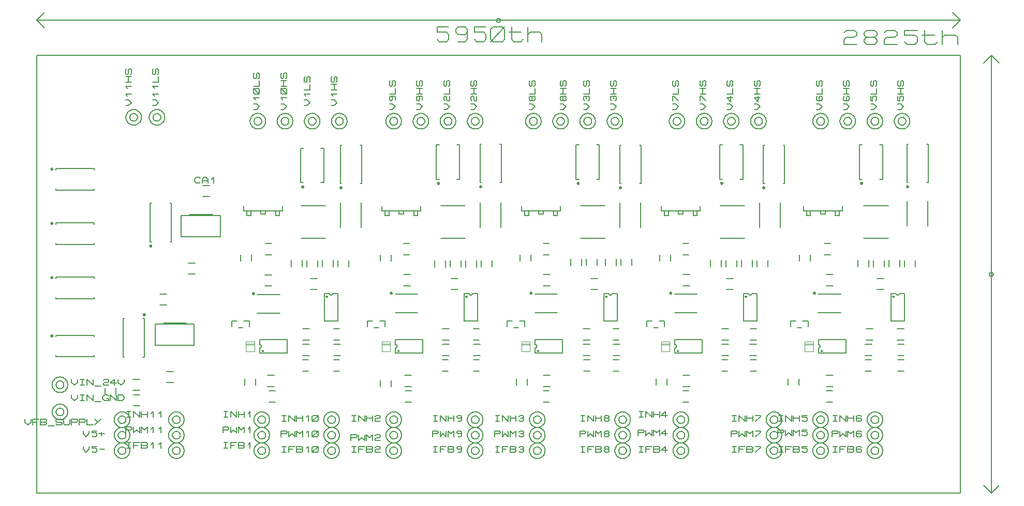
<source format=gbr>
G04 PROTEUS GERBER X2 FILE*
%TF.GenerationSoftware,Labcenter,Proteus,8.7-SP3-Build25561*%
%TF.CreationDate,2021-04-27T11:41:34+00:00*%
%TF.FileFunction,Legend,Top*%
%TF.FilePolarity,Positive*%
%TF.Part,Single*%
%TF.SameCoordinates,{43023d15-ec65-4f75-b5c5-abaf8f280f1e}*%
%FSLAX45Y45*%
%MOMM*%
G01*
%TA.AperFunction,Profile*%
%ADD37C,0.203200*%
%TA.AperFunction,Material*%
%ADD38C,0.200000*%
%ADD39C,0.203200*%
%ADD40C,0.250000*%
%ADD41C,0.101600*%
%TA.AperFunction,NonMaterial*%
%ADD42C,0.203200*%
%TD.AperFunction*%
D37*
X-6604000Y-4254500D02*
X+8509000Y-4254500D01*
X+8509000Y+2921000D01*
X-6604000Y+2921000D01*
X-6604000Y-4254500D01*
D38*
X-1878000Y+455500D02*
X-2278000Y+455500D01*
X-1878000Y-74500D02*
X-2278000Y-74500D01*
D39*
X-6096000Y-2476500D02*
X-6096427Y-2466091D01*
X-6099899Y-2445272D01*
X-6107155Y-2424453D01*
X-6118983Y-2403634D01*
X-6137080Y-2382976D01*
X-6157899Y-2367455D01*
X-6178718Y-2357470D01*
X-6199537Y-2351686D01*
X-6220356Y-2349528D01*
X-6223000Y-2349500D01*
X-6350000Y-2476500D02*
X-6349573Y-2466091D01*
X-6346101Y-2445272D01*
X-6338845Y-2424453D01*
X-6327017Y-2403634D01*
X-6308920Y-2382976D01*
X-6288101Y-2367455D01*
X-6267282Y-2357470D01*
X-6246463Y-2351686D01*
X-6225644Y-2349528D01*
X-6223000Y-2349500D01*
X-6350000Y-2476500D02*
X-6349573Y-2486909D01*
X-6346101Y-2507728D01*
X-6338845Y-2528547D01*
X-6327017Y-2549366D01*
X-6308920Y-2570024D01*
X-6288101Y-2585545D01*
X-6267282Y-2595530D01*
X-6246463Y-2601314D01*
X-6225644Y-2603472D01*
X-6223000Y-2603500D01*
X-6096000Y-2476500D02*
X-6096427Y-2486909D01*
X-6099899Y-2507728D01*
X-6107155Y-2528547D01*
X-6118983Y-2549366D01*
X-6137080Y-2570024D01*
X-6157899Y-2585545D01*
X-6178718Y-2595530D01*
X-6199537Y-2601314D01*
X-6220356Y-2603472D01*
X-6223000Y-2603500D01*
X-6159500Y-2476500D02*
X-6159717Y-2471253D01*
X-6161482Y-2460758D01*
X-6165174Y-2450263D01*
X-6171202Y-2439768D01*
X-6180424Y-2429388D01*
X-6190919Y-2421700D01*
X-6201414Y-2416782D01*
X-6211909Y-2413976D01*
X-6222404Y-2413003D01*
X-6223000Y-2413000D01*
X-6286500Y-2476500D02*
X-6286283Y-2471253D01*
X-6284518Y-2460758D01*
X-6280826Y-2450263D01*
X-6274798Y-2439768D01*
X-6265576Y-2429388D01*
X-6255081Y-2421700D01*
X-6244586Y-2416782D01*
X-6234091Y-2413976D01*
X-6223596Y-2413003D01*
X-6223000Y-2413000D01*
X-6286500Y-2476500D02*
X-6286283Y-2481747D01*
X-6284518Y-2492242D01*
X-6280826Y-2502737D01*
X-6274798Y-2513232D01*
X-6265576Y-2523612D01*
X-6255081Y-2531300D01*
X-6244586Y-2536218D01*
X-6234091Y-2539024D01*
X-6223596Y-2539997D01*
X-6223000Y-2540000D01*
X-6159500Y-2476500D02*
X-6159717Y-2481747D01*
X-6161482Y-2492242D01*
X-6165174Y-2502737D01*
X-6171202Y-2513232D01*
X-6180424Y-2523612D01*
X-6190919Y-2531300D01*
X-6201414Y-2536218D01*
X-6211909Y-2539024D01*
X-6222404Y-2539997D01*
X-6223000Y-2540000D01*
X-6032500Y-2390140D02*
X-6032500Y-2435860D01*
X-5984875Y-2481580D01*
X-5937250Y-2435860D01*
X-5937250Y-2390140D01*
X-5889625Y-2390140D02*
X-5826125Y-2390140D01*
X-5857875Y-2390140D02*
X-5857875Y-2481580D01*
X-5889625Y-2481580D02*
X-5826125Y-2481580D01*
X-5778500Y-2481580D02*
X-5778500Y-2390140D01*
X-5683250Y-2481580D01*
X-5683250Y-2390140D01*
X-5651500Y-2496820D02*
X-5556250Y-2496820D01*
X-5508625Y-2405380D02*
X-5492750Y-2390140D01*
X-5445125Y-2390140D01*
X-5429250Y-2405380D01*
X-5429250Y-2420620D01*
X-5445125Y-2435860D01*
X-5492750Y-2435860D01*
X-5508625Y-2451100D01*
X-5508625Y-2481580D01*
X-5429250Y-2481580D01*
X-5302250Y-2451100D02*
X-5397500Y-2451100D01*
X-5334000Y-2390140D01*
X-5334000Y-2481580D01*
X-5270500Y-2390140D02*
X-5270500Y-2435860D01*
X-5222875Y-2481580D01*
X-5175250Y-2435860D01*
X-5175250Y-2390140D01*
X-6096000Y-2921000D02*
X-6096427Y-2910591D01*
X-6099899Y-2889772D01*
X-6107155Y-2868953D01*
X-6118983Y-2848134D01*
X-6137080Y-2827476D01*
X-6157899Y-2811955D01*
X-6178718Y-2801970D01*
X-6199537Y-2796186D01*
X-6220356Y-2794028D01*
X-6223000Y-2794000D01*
X-6350000Y-2921000D02*
X-6349573Y-2910591D01*
X-6346101Y-2889772D01*
X-6338845Y-2868953D01*
X-6327017Y-2848134D01*
X-6308920Y-2827476D01*
X-6288101Y-2811955D01*
X-6267282Y-2801970D01*
X-6246463Y-2796186D01*
X-6225644Y-2794028D01*
X-6223000Y-2794000D01*
X-6350000Y-2921000D02*
X-6349573Y-2931409D01*
X-6346101Y-2952228D01*
X-6338845Y-2973047D01*
X-6327017Y-2993866D01*
X-6308920Y-3014524D01*
X-6288101Y-3030045D01*
X-6267282Y-3040030D01*
X-6246463Y-3045814D01*
X-6225644Y-3047972D01*
X-6223000Y-3048000D01*
X-6096000Y-2921000D02*
X-6096427Y-2931409D01*
X-6099899Y-2952228D01*
X-6107155Y-2973047D01*
X-6118983Y-2993866D01*
X-6137080Y-3014524D01*
X-6157899Y-3030045D01*
X-6178718Y-3040030D01*
X-6199537Y-3045814D01*
X-6220356Y-3047972D01*
X-6223000Y-3048000D01*
X-6159500Y-2921000D02*
X-6159717Y-2915753D01*
X-6161482Y-2905258D01*
X-6165174Y-2894763D01*
X-6171202Y-2884268D01*
X-6180424Y-2873888D01*
X-6190919Y-2866200D01*
X-6201414Y-2861282D01*
X-6211909Y-2858476D01*
X-6222404Y-2857503D01*
X-6223000Y-2857500D01*
X-6286500Y-2921000D02*
X-6286283Y-2915753D01*
X-6284518Y-2905258D01*
X-6280826Y-2894763D01*
X-6274798Y-2884268D01*
X-6265576Y-2873888D01*
X-6255081Y-2866200D01*
X-6244586Y-2861282D01*
X-6234091Y-2858476D01*
X-6223596Y-2857503D01*
X-6223000Y-2857500D01*
X-6286500Y-2921000D02*
X-6286283Y-2926247D01*
X-6284518Y-2936742D01*
X-6280826Y-2947237D01*
X-6274798Y-2957732D01*
X-6265576Y-2968112D01*
X-6255081Y-2975800D01*
X-6244586Y-2980718D01*
X-6234091Y-2983524D01*
X-6223596Y-2984497D01*
X-6223000Y-2984500D01*
X-6159500Y-2921000D02*
X-6159717Y-2926247D01*
X-6161482Y-2936742D01*
X-6165174Y-2947237D01*
X-6171202Y-2957732D01*
X-6180424Y-2968112D01*
X-6190919Y-2975800D01*
X-6201414Y-2980718D01*
X-6211909Y-2983524D01*
X-6222404Y-2984497D01*
X-6223000Y-2984500D01*
X-6032500Y-2644140D02*
X-6032500Y-2689860D01*
X-5984875Y-2735580D01*
X-5937250Y-2689860D01*
X-5937250Y-2644140D01*
X-5889625Y-2644140D02*
X-5826125Y-2644140D01*
X-5857875Y-2644140D02*
X-5857875Y-2735580D01*
X-5889625Y-2735580D02*
X-5826125Y-2735580D01*
X-5778500Y-2735580D02*
X-5778500Y-2644140D01*
X-5683250Y-2735580D01*
X-5683250Y-2644140D01*
X-5651500Y-2750820D02*
X-5556250Y-2750820D01*
X-5461000Y-2705100D02*
X-5429250Y-2705100D01*
X-5429250Y-2735580D01*
X-5492750Y-2735580D01*
X-5524500Y-2705100D01*
X-5524500Y-2674620D01*
X-5492750Y-2644140D01*
X-5445125Y-2644140D01*
X-5429250Y-2659380D01*
X-5397500Y-2735580D02*
X-5397500Y-2644140D01*
X-5302250Y-2735580D01*
X-5302250Y-2644140D01*
X-5270500Y-2735580D02*
X-5270500Y-2644140D01*
X-5207000Y-2644140D01*
X-5175250Y-2674620D01*
X-5175250Y-2705100D01*
X-5207000Y-2735580D01*
X-5270500Y-2735580D01*
X-1968500Y+1841500D02*
X-1968927Y+1851909D01*
X-1972399Y+1872728D01*
X-1979655Y+1893547D01*
X-1991483Y+1914366D01*
X-2009580Y+1935024D01*
X-2030399Y+1950545D01*
X-2051218Y+1960530D01*
X-2072037Y+1966314D01*
X-2092856Y+1968472D01*
X-2095500Y+1968500D01*
X-2222500Y+1841500D02*
X-2222073Y+1851909D01*
X-2218601Y+1872728D01*
X-2211345Y+1893547D01*
X-2199517Y+1914366D01*
X-2181420Y+1935024D01*
X-2160601Y+1950545D01*
X-2139782Y+1960530D01*
X-2118963Y+1966314D01*
X-2098144Y+1968472D01*
X-2095500Y+1968500D01*
X-2222500Y+1841500D02*
X-2222073Y+1831091D01*
X-2218601Y+1810272D01*
X-2211345Y+1789453D01*
X-2199517Y+1768634D01*
X-2181420Y+1747976D01*
X-2160601Y+1732455D01*
X-2139782Y+1722470D01*
X-2118963Y+1716686D01*
X-2098144Y+1714528D01*
X-2095500Y+1714500D01*
X-1968500Y+1841500D02*
X-1968927Y+1831091D01*
X-1972399Y+1810272D01*
X-1979655Y+1789453D01*
X-1991483Y+1768634D01*
X-2009580Y+1747976D01*
X-2030399Y+1732455D01*
X-2051218Y+1722470D01*
X-2072037Y+1716686D01*
X-2092856Y+1714528D01*
X-2095500Y+1714500D01*
X-2032000Y+1841500D02*
X-2032217Y+1846747D01*
X-2033982Y+1857242D01*
X-2037674Y+1867737D01*
X-2043702Y+1878232D01*
X-2052924Y+1888612D01*
X-2063419Y+1896300D01*
X-2073914Y+1901218D01*
X-2084409Y+1904024D01*
X-2094904Y+1904997D01*
X-2095500Y+1905000D01*
X-2159000Y+1841500D02*
X-2158783Y+1846747D01*
X-2157018Y+1857242D01*
X-2153326Y+1867737D01*
X-2147298Y+1878232D01*
X-2138076Y+1888612D01*
X-2127581Y+1896300D01*
X-2117086Y+1901218D01*
X-2106591Y+1904024D01*
X-2096096Y+1904997D01*
X-2095500Y+1905000D01*
X-2159000Y+1841500D02*
X-2158783Y+1836253D01*
X-2157018Y+1825758D01*
X-2153326Y+1815263D01*
X-2147298Y+1804768D01*
X-2138076Y+1794388D01*
X-2127581Y+1786700D01*
X-2117086Y+1781782D01*
X-2106591Y+1778976D01*
X-2096096Y+1778003D01*
X-2095500Y+1778000D01*
X-2032000Y+1841500D02*
X-2032217Y+1836253D01*
X-2033982Y+1825758D01*
X-2037674Y+1815263D01*
X-2043702Y+1804768D01*
X-2052924Y+1794388D01*
X-2063419Y+1786700D01*
X-2073914Y+1781782D01*
X-2084409Y+1778976D01*
X-2094904Y+1778003D01*
X-2095500Y+1778000D01*
X-2227580Y+2095500D02*
X-2181860Y+2095500D01*
X-2136140Y+2143125D01*
X-2181860Y+2190750D01*
X-2227580Y+2190750D01*
X-2197100Y+2254250D02*
X-2227580Y+2286000D01*
X-2136140Y+2286000D01*
X-2227580Y+2349500D02*
X-2136140Y+2349500D01*
X-2136140Y+2444750D01*
X-2151380Y+2476500D02*
X-2136140Y+2492375D01*
X-2136140Y+2555875D01*
X-2151380Y+2571750D01*
X-2166620Y+2571750D01*
X-2181860Y+2555875D01*
X-2181860Y+2492375D01*
X-2197100Y+2476500D01*
X-2212340Y+2476500D01*
X-2227580Y+2492375D01*
X-2227580Y+2555875D01*
X-2212340Y+2571750D01*
X-1524000Y+1841500D02*
X-1524427Y+1851909D01*
X-1527899Y+1872728D01*
X-1535155Y+1893547D01*
X-1546983Y+1914366D01*
X-1565080Y+1935024D01*
X-1585899Y+1950545D01*
X-1606718Y+1960530D01*
X-1627537Y+1966314D01*
X-1648356Y+1968472D01*
X-1651000Y+1968500D01*
X-1778000Y+1841500D02*
X-1777573Y+1851909D01*
X-1774101Y+1872728D01*
X-1766845Y+1893547D01*
X-1755017Y+1914366D01*
X-1736920Y+1935024D01*
X-1716101Y+1950545D01*
X-1695282Y+1960530D01*
X-1674463Y+1966314D01*
X-1653644Y+1968472D01*
X-1651000Y+1968500D01*
X-1778000Y+1841500D02*
X-1777573Y+1831091D01*
X-1774101Y+1810272D01*
X-1766845Y+1789453D01*
X-1755017Y+1768634D01*
X-1736920Y+1747976D01*
X-1716101Y+1732455D01*
X-1695282Y+1722470D01*
X-1674463Y+1716686D01*
X-1653644Y+1714528D01*
X-1651000Y+1714500D01*
X-1524000Y+1841500D02*
X-1524427Y+1831091D01*
X-1527899Y+1810272D01*
X-1535155Y+1789453D01*
X-1546983Y+1768634D01*
X-1565080Y+1747976D01*
X-1585899Y+1732455D01*
X-1606718Y+1722470D01*
X-1627537Y+1716686D01*
X-1648356Y+1714528D01*
X-1651000Y+1714500D01*
X-1587500Y+1841500D02*
X-1587717Y+1846747D01*
X-1589482Y+1857242D01*
X-1593174Y+1867737D01*
X-1599202Y+1878232D01*
X-1608424Y+1888612D01*
X-1618919Y+1896300D01*
X-1629414Y+1901218D01*
X-1639909Y+1904024D01*
X-1650404Y+1904997D01*
X-1651000Y+1905000D01*
X-1714500Y+1841500D02*
X-1714283Y+1846747D01*
X-1712518Y+1857242D01*
X-1708826Y+1867737D01*
X-1702798Y+1878232D01*
X-1693576Y+1888612D01*
X-1683081Y+1896300D01*
X-1672586Y+1901218D01*
X-1662091Y+1904024D01*
X-1651596Y+1904997D01*
X-1651000Y+1905000D01*
X-1714500Y+1841500D02*
X-1714283Y+1836253D01*
X-1712518Y+1825758D01*
X-1708826Y+1815263D01*
X-1702798Y+1804768D01*
X-1693576Y+1794388D01*
X-1683081Y+1786700D01*
X-1672586Y+1781782D01*
X-1662091Y+1778976D01*
X-1651596Y+1778003D01*
X-1651000Y+1778000D01*
X-1587500Y+1841500D02*
X-1587717Y+1836253D01*
X-1589482Y+1825758D01*
X-1593174Y+1815263D01*
X-1599202Y+1804768D01*
X-1608424Y+1794388D01*
X-1618919Y+1786700D01*
X-1629414Y+1781782D01*
X-1639909Y+1778976D01*
X-1650404Y+1778003D01*
X-1651000Y+1778000D01*
X-1783080Y+2095500D02*
X-1737360Y+2095500D01*
X-1691640Y+2143125D01*
X-1737360Y+2190750D01*
X-1783080Y+2190750D01*
X-1752600Y+2254250D02*
X-1783080Y+2286000D01*
X-1691640Y+2286000D01*
X-1691640Y+2349500D02*
X-1783080Y+2349500D01*
X-1783080Y+2444750D02*
X-1691640Y+2444750D01*
X-1737360Y+2349500D02*
X-1737360Y+2444750D01*
X-1706880Y+2476500D02*
X-1691640Y+2492375D01*
X-1691640Y+2555875D01*
X-1706880Y+2571750D01*
X-1722120Y+2571750D01*
X-1737360Y+2555875D01*
X-1737360Y+2492375D01*
X-1752600Y+2476500D01*
X-1767840Y+2476500D01*
X-1783080Y+2492375D01*
X-1783080Y+2555875D01*
X-1767840Y+2571750D01*
X-2794000Y-3556000D02*
X-2794427Y-3545591D01*
X-2797899Y-3524772D01*
X-2805155Y-3503953D01*
X-2816983Y-3483134D01*
X-2835080Y-3462476D01*
X-2855899Y-3446955D01*
X-2876718Y-3436970D01*
X-2897537Y-3431186D01*
X-2918356Y-3429028D01*
X-2921000Y-3429000D01*
X-3048000Y-3556000D02*
X-3047573Y-3545591D01*
X-3044101Y-3524772D01*
X-3036845Y-3503953D01*
X-3025017Y-3483134D01*
X-3006920Y-3462476D01*
X-2986101Y-3446955D01*
X-2965282Y-3436970D01*
X-2944463Y-3431186D01*
X-2923644Y-3429028D01*
X-2921000Y-3429000D01*
X-3048000Y-3556000D02*
X-3047573Y-3566409D01*
X-3044101Y-3587228D01*
X-3036845Y-3608047D01*
X-3025017Y-3628866D01*
X-3006920Y-3649524D01*
X-2986101Y-3665045D01*
X-2965282Y-3675030D01*
X-2944463Y-3680814D01*
X-2923644Y-3682972D01*
X-2921000Y-3683000D01*
X-2794000Y-3556000D02*
X-2794427Y-3566409D01*
X-2797899Y-3587228D01*
X-2805155Y-3608047D01*
X-2816983Y-3628866D01*
X-2835080Y-3649524D01*
X-2855899Y-3665045D01*
X-2876718Y-3675030D01*
X-2897537Y-3680814D01*
X-2918356Y-3682972D01*
X-2921000Y-3683000D01*
X-2857500Y-3556000D02*
X-2857717Y-3550753D01*
X-2859482Y-3540258D01*
X-2863174Y-3529763D01*
X-2869202Y-3519268D01*
X-2878424Y-3508888D01*
X-2888919Y-3501200D01*
X-2899414Y-3496282D01*
X-2909909Y-3493476D01*
X-2920404Y-3492503D01*
X-2921000Y-3492500D01*
X-2984500Y-3556000D02*
X-2984283Y-3550753D01*
X-2982518Y-3540258D01*
X-2978826Y-3529763D01*
X-2972798Y-3519268D01*
X-2963576Y-3508888D01*
X-2953081Y-3501200D01*
X-2942586Y-3496282D01*
X-2932091Y-3493476D01*
X-2921596Y-3492503D01*
X-2921000Y-3492500D01*
X-2984500Y-3556000D02*
X-2984283Y-3561247D01*
X-2982518Y-3571742D01*
X-2978826Y-3582237D01*
X-2972798Y-3592732D01*
X-2963576Y-3603112D01*
X-2953081Y-3610800D01*
X-2942586Y-3615718D01*
X-2932091Y-3618524D01*
X-2921596Y-3619497D01*
X-2921000Y-3619500D01*
X-2857500Y-3556000D02*
X-2857717Y-3561247D01*
X-2859482Y-3571742D01*
X-2863174Y-3582237D01*
X-2869202Y-3592732D01*
X-2878424Y-3603112D01*
X-2888919Y-3610800D01*
X-2899414Y-3615718D01*
X-2909909Y-3618524D01*
X-2920404Y-3619497D01*
X-2921000Y-3619500D01*
X-3540125Y-3423920D02*
X-3476625Y-3423920D01*
X-3508375Y-3423920D02*
X-3508375Y-3515360D01*
X-3540125Y-3515360D02*
X-3476625Y-3515360D01*
X-3429000Y-3515360D02*
X-3429000Y-3423920D01*
X-3333750Y-3423920D01*
X-3429000Y-3469640D02*
X-3365500Y-3469640D01*
X-3302000Y-3515360D02*
X-3302000Y-3423920D01*
X-3222625Y-3423920D01*
X-3206750Y-3439160D01*
X-3206750Y-3454400D01*
X-3222625Y-3469640D01*
X-3206750Y-3484880D01*
X-3206750Y-3500120D01*
X-3222625Y-3515360D01*
X-3302000Y-3515360D01*
X-3302000Y-3469640D02*
X-3222625Y-3469640D01*
X-3143250Y-3454400D02*
X-3111500Y-3423920D01*
X-3111500Y-3515360D01*
X-2794000Y-3048000D02*
X-2794427Y-3037591D01*
X-2797899Y-3016772D01*
X-2805155Y-2995953D01*
X-2816983Y-2975134D01*
X-2835080Y-2954476D01*
X-2855899Y-2938955D01*
X-2876718Y-2928970D01*
X-2897537Y-2923186D01*
X-2918356Y-2921028D01*
X-2921000Y-2921000D01*
X-3048000Y-3048000D02*
X-3047573Y-3037591D01*
X-3044101Y-3016772D01*
X-3036845Y-2995953D01*
X-3025017Y-2975134D01*
X-3006920Y-2954476D01*
X-2986101Y-2938955D01*
X-2965282Y-2928970D01*
X-2944463Y-2923186D01*
X-2923644Y-2921028D01*
X-2921000Y-2921000D01*
X-3048000Y-3048000D02*
X-3047573Y-3058409D01*
X-3044101Y-3079228D01*
X-3036845Y-3100047D01*
X-3025017Y-3120866D01*
X-3006920Y-3141524D01*
X-2986101Y-3157045D01*
X-2965282Y-3167030D01*
X-2944463Y-3172814D01*
X-2923644Y-3174972D01*
X-2921000Y-3175000D01*
X-2794000Y-3048000D02*
X-2794427Y-3058409D01*
X-2797899Y-3079228D01*
X-2805155Y-3100047D01*
X-2816983Y-3120866D01*
X-2835080Y-3141524D01*
X-2855899Y-3157045D01*
X-2876718Y-3167030D01*
X-2897537Y-3172814D01*
X-2918356Y-3174972D01*
X-2921000Y-3175000D01*
X-2857500Y-3048000D02*
X-2857717Y-3042753D01*
X-2859482Y-3032258D01*
X-2863174Y-3021763D01*
X-2869202Y-3011268D01*
X-2878424Y-3000888D01*
X-2888919Y-2993200D01*
X-2899414Y-2988282D01*
X-2909909Y-2985476D01*
X-2920404Y-2984503D01*
X-2921000Y-2984500D01*
X-2984500Y-3048000D02*
X-2984283Y-3042753D01*
X-2982518Y-3032258D01*
X-2978826Y-3021763D01*
X-2972798Y-3011268D01*
X-2963576Y-3000888D01*
X-2953081Y-2993200D01*
X-2942586Y-2988282D01*
X-2932091Y-2985476D01*
X-2921596Y-2984503D01*
X-2921000Y-2984500D01*
X-2984500Y-3048000D02*
X-2984283Y-3053247D01*
X-2982518Y-3063742D01*
X-2978826Y-3074237D01*
X-2972798Y-3084732D01*
X-2963576Y-3095112D01*
X-2953081Y-3102800D01*
X-2942586Y-3107718D01*
X-2932091Y-3110524D01*
X-2921596Y-3111497D01*
X-2921000Y-3111500D01*
X-2857500Y-3048000D02*
X-2857717Y-3053247D01*
X-2859482Y-3063742D01*
X-2863174Y-3074237D01*
X-2869202Y-3084732D01*
X-2878424Y-3095112D01*
X-2888919Y-3102800D01*
X-2899414Y-3107718D01*
X-2909909Y-3110524D01*
X-2920404Y-3111497D01*
X-2921000Y-3111500D01*
X-3540125Y-2915920D02*
X-3476625Y-2915920D01*
X-3508375Y-2915920D02*
X-3508375Y-3007360D01*
X-3540125Y-3007360D02*
X-3476625Y-3007360D01*
X-3429000Y-3007360D02*
X-3429000Y-2915920D01*
X-3333750Y-3007360D01*
X-3333750Y-2915920D01*
X-3302000Y-3007360D02*
X-3302000Y-2915920D01*
X-3206750Y-2915920D02*
X-3206750Y-3007360D01*
X-3302000Y-2961640D02*
X-3206750Y-2961640D01*
X-3143250Y-2946400D02*
X-3111500Y-2915920D01*
X-3111500Y-3007360D01*
X-2794000Y-3302000D02*
X-2794427Y-3291591D01*
X-2797899Y-3270772D01*
X-2805155Y-3249953D01*
X-2816983Y-3229134D01*
X-2835080Y-3208476D01*
X-2855899Y-3192955D01*
X-2876718Y-3182970D01*
X-2897537Y-3177186D01*
X-2918356Y-3175028D01*
X-2921000Y-3175000D01*
X-3048000Y-3302000D02*
X-3047573Y-3291591D01*
X-3044101Y-3270772D01*
X-3036845Y-3249953D01*
X-3025017Y-3229134D01*
X-3006920Y-3208476D01*
X-2986101Y-3192955D01*
X-2965282Y-3182970D01*
X-2944463Y-3177186D01*
X-2923644Y-3175028D01*
X-2921000Y-3175000D01*
X-3048000Y-3302000D02*
X-3047573Y-3312409D01*
X-3044101Y-3333228D01*
X-3036845Y-3354047D01*
X-3025017Y-3374866D01*
X-3006920Y-3395524D01*
X-2986101Y-3411045D01*
X-2965282Y-3421030D01*
X-2944463Y-3426814D01*
X-2923644Y-3428972D01*
X-2921000Y-3429000D01*
X-2794000Y-3302000D02*
X-2794427Y-3312409D01*
X-2797899Y-3333228D01*
X-2805155Y-3354047D01*
X-2816983Y-3374866D01*
X-2835080Y-3395524D01*
X-2855899Y-3411045D01*
X-2876718Y-3421030D01*
X-2897537Y-3426814D01*
X-2918356Y-3428972D01*
X-2921000Y-3429000D01*
X-2857500Y-3302000D02*
X-2857717Y-3296753D01*
X-2859482Y-3286258D01*
X-2863174Y-3275763D01*
X-2869202Y-3265268D01*
X-2878424Y-3254888D01*
X-2888919Y-3247200D01*
X-2899414Y-3242282D01*
X-2909909Y-3239476D01*
X-2920404Y-3238503D01*
X-2921000Y-3238500D01*
X-2984500Y-3302000D02*
X-2984283Y-3296753D01*
X-2982518Y-3286258D01*
X-2978826Y-3275763D01*
X-2972798Y-3265268D01*
X-2963576Y-3254888D01*
X-2953081Y-3247200D01*
X-2942586Y-3242282D01*
X-2932091Y-3239476D01*
X-2921596Y-3238503D01*
X-2921000Y-3238500D01*
X-2984500Y-3302000D02*
X-2984283Y-3307247D01*
X-2982518Y-3317742D01*
X-2978826Y-3328237D01*
X-2972798Y-3338732D01*
X-2963576Y-3349112D01*
X-2953081Y-3356800D01*
X-2942586Y-3361718D01*
X-2932091Y-3364524D01*
X-2921596Y-3365497D01*
X-2921000Y-3365500D01*
X-2857500Y-3302000D02*
X-2857717Y-3307247D01*
X-2859482Y-3317742D01*
X-2863174Y-3328237D01*
X-2869202Y-3338732D01*
X-2878424Y-3349112D01*
X-2888919Y-3356800D01*
X-2899414Y-3361718D01*
X-2909909Y-3364524D01*
X-2920404Y-3365497D01*
X-2921000Y-3365500D01*
X-3556000Y-3261360D02*
X-3556000Y-3169920D01*
X-3476625Y-3169920D01*
X-3460750Y-3185160D01*
X-3460750Y-3200400D01*
X-3476625Y-3215640D01*
X-3556000Y-3215640D01*
X-3429000Y-3169920D02*
X-3429000Y-3261360D01*
X-3381375Y-3215640D01*
X-3333750Y-3261360D01*
X-3333750Y-3169920D01*
X-3302000Y-3261360D02*
X-3302000Y-3169920D01*
X-3254375Y-3215640D01*
X-3206750Y-3169920D01*
X-3206750Y-3261360D01*
X-3143250Y-3200400D02*
X-3111500Y-3169920D01*
X-3111500Y-3261360D01*
X-4239260Y-53340D02*
X-3599180Y-53340D01*
X-3599180Y+294640D01*
X-4239260Y+294640D01*
X-4239260Y-50800D01*
X-4104640Y+294640D02*
X-4104640Y+314960D01*
X-3726180Y+314960D01*
X-3726180Y+297180D01*
D38*
X-3888000Y+608500D02*
X-3778000Y+608500D01*
X-3888000Y+788500D02*
X-3778000Y+788500D01*
D39*
X-3928250Y+844220D02*
X-3944125Y+828980D01*
X-3991750Y+828980D01*
X-4023500Y+859460D01*
X-4023500Y+889940D01*
X-3991750Y+920420D01*
X-3944125Y+920420D01*
X-3928250Y+905180D01*
X-3896500Y+828980D02*
X-3896500Y+889940D01*
X-3864750Y+920420D01*
X-3833000Y+920420D01*
X-3801250Y+889940D01*
X-3801250Y+828980D01*
X-3896500Y+859460D02*
X-3801250Y+859460D01*
X-3737750Y+889940D02*
X-3706000Y+920420D01*
X-3706000Y+828980D01*
D38*
X-4119140Y-661500D02*
X-4009140Y-661500D01*
X-4119140Y-481500D02*
X-4009140Y-481500D01*
D40*
X-2243000Y+769000D02*
X-2243043Y+770039D01*
X-2243395Y+772118D01*
X-2244132Y+774197D01*
X-2245336Y+776276D01*
X-2247177Y+778326D01*
X-2249256Y+779829D01*
X-2251335Y+780786D01*
X-2253414Y+781325D01*
X-2255493Y+781500D01*
X-2255500Y+781500D01*
X-2268000Y+769000D02*
X-2267957Y+770039D01*
X-2267605Y+772118D01*
X-2266868Y+774197D01*
X-2265664Y+776276D01*
X-2263823Y+778326D01*
X-2261744Y+779829D01*
X-2259665Y+780786D01*
X-2257586Y+781325D01*
X-2255507Y+781500D01*
X-2255500Y+781500D01*
X-2268000Y+769000D02*
X-2267957Y+767961D01*
X-2267605Y+765882D01*
X-2266868Y+763803D01*
X-2265664Y+761724D01*
X-2263823Y+759674D01*
X-2261744Y+758171D01*
X-2259665Y+757214D01*
X-2257586Y+756675D01*
X-2255507Y+756500D01*
X-2255500Y+756500D01*
X-2243000Y+769000D02*
X-2243043Y+767961D01*
X-2243395Y+765882D01*
X-2244132Y+763803D01*
X-2245336Y+761724D01*
X-2247177Y+759674D01*
X-2249256Y+758171D01*
X-2251335Y+757214D01*
X-2253414Y+756675D01*
X-2255493Y+756500D01*
X-2255500Y+756500D01*
D38*
X-2240500Y+834000D02*
X-2285500Y+834000D01*
X-2285500Y+1394000D01*
X-2240500Y+1394000D01*
X-1950500Y+834000D02*
X-1905500Y+834000D01*
X-1905500Y+1394000D01*
X-1950500Y+1394000D01*
D40*
X-1618000Y+754000D02*
X-1618043Y+755039D01*
X-1618395Y+757118D01*
X-1619132Y+759197D01*
X-1620336Y+761276D01*
X-1622177Y+763326D01*
X-1624256Y+764829D01*
X-1626335Y+765786D01*
X-1628414Y+766325D01*
X-1630493Y+766500D01*
X-1630500Y+766500D01*
X-1643000Y+754000D02*
X-1642957Y+755039D01*
X-1642605Y+757118D01*
X-1641868Y+759197D01*
X-1640664Y+761276D01*
X-1638823Y+763326D01*
X-1636744Y+764829D01*
X-1634665Y+765786D01*
X-1632586Y+766325D01*
X-1630507Y+766500D01*
X-1630500Y+766500D01*
X-1643000Y+754000D02*
X-1642957Y+752961D01*
X-1642605Y+750882D01*
X-1641868Y+748803D01*
X-1640664Y+746724D01*
X-1638823Y+744674D01*
X-1636744Y+743171D01*
X-1634665Y+742214D01*
X-1632586Y+741675D01*
X-1630507Y+741500D01*
X-1630500Y+741500D01*
X-1618000Y+754000D02*
X-1618043Y+752961D01*
X-1618395Y+750882D01*
X-1619132Y+748803D01*
X-1620336Y+746724D01*
X-1622177Y+744674D01*
X-1624256Y+743171D01*
X-1626335Y+742214D01*
X-1628414Y+741675D01*
X-1630493Y+741500D01*
X-1630500Y+741500D01*
D38*
X-1613000Y+819000D02*
X-1635500Y+819000D01*
X-1635500Y+1449000D01*
X-1613000Y+1449000D01*
X-1308000Y+819000D02*
X-1285500Y+819000D01*
X-1285500Y+1449000D01*
X-1308000Y+1449000D01*
D40*
X-4729500Y-198500D02*
X-4729543Y-197461D01*
X-4729895Y-195382D01*
X-4730632Y-193303D01*
X-4731836Y-191224D01*
X-4733677Y-189174D01*
X-4735756Y-187671D01*
X-4737835Y-186714D01*
X-4739914Y-186175D01*
X-4741993Y-186000D01*
X-4742000Y-186000D01*
X-4754500Y-198500D02*
X-4754457Y-197461D01*
X-4754105Y-195382D01*
X-4753368Y-193303D01*
X-4752164Y-191224D01*
X-4750323Y-189174D01*
X-4748244Y-187671D01*
X-4746165Y-186714D01*
X-4744086Y-186175D01*
X-4742007Y-186000D01*
X-4742000Y-186000D01*
X-4754500Y-198500D02*
X-4754457Y-199539D01*
X-4754105Y-201618D01*
X-4753368Y-203697D01*
X-4752164Y-205776D01*
X-4750323Y-207826D01*
X-4748244Y-209329D01*
X-4746165Y-210286D01*
X-4744086Y-210825D01*
X-4742007Y-211000D01*
X-4742000Y-211000D01*
X-4729500Y-198500D02*
X-4729543Y-199539D01*
X-4729895Y-201618D01*
X-4730632Y-203697D01*
X-4731836Y-205776D01*
X-4733677Y-207826D01*
X-4735756Y-209329D01*
X-4737835Y-210286D01*
X-4739914Y-210825D01*
X-4741993Y-211000D01*
X-4742000Y-211000D01*
D38*
X-4724500Y-133500D02*
X-4747000Y-133500D01*
X-4747000Y+496500D01*
X-4724500Y+496500D01*
X-4419500Y-133500D02*
X-4397000Y-133500D01*
X-4397000Y+496500D01*
X-4419500Y+496500D01*
X-1630500Y+510000D02*
X-1630500Y+100000D01*
X-1290500Y+510000D02*
X-1290500Y+100000D01*
D39*
X-3213100Y+444500D02*
X-3213100Y+368300D01*
X-2578100Y+368300D01*
X-2578100Y+444500D01*
X-2933700Y+368300D02*
X-2933700Y+317500D01*
X-2857500Y+317500D01*
X-2857500Y+368300D01*
X-3162300Y+368300D02*
X-3162300Y+292100D01*
X-3098800Y+292100D01*
X-3098800Y+368300D01*
X-2628900Y+368300D02*
X-2628900Y+292100D01*
X-2692400Y+292100D01*
X-2692400Y+368300D02*
X-2692400Y+292100D01*
X-2954020Y-1955800D02*
X-2954020Y-1874838D01*
X-2943399Y-1872756D01*
X-2934833Y-1867036D01*
X-2929114Y-1858471D01*
X-2927032Y-1847850D01*
X-2954020Y-1820862D02*
X-2943399Y-1822944D01*
X-2934833Y-1828664D01*
X-2929114Y-1837229D01*
X-2927032Y-1847850D01*
X-2954020Y-1820862D02*
X-2954020Y-1739900D01*
X-2506980Y-1879600D02*
X-2506980Y-1816100D01*
X-2921000Y-1955800D02*
X-2540000Y-1955800D01*
X-2921000Y-1739900D02*
X-2540000Y-1739900D01*
X-2921000Y-1955800D02*
X-2954020Y-1955800D01*
X-2954020Y-1739900D02*
X-2921000Y-1739900D01*
X-2506980Y-1816100D02*
X-2506980Y-1739900D01*
X-2540000Y-1739900D01*
X-2540000Y-1955800D02*
X-2506980Y-1955800D01*
X-2506980Y-1879600D01*
X-2894584Y-1920240D02*
X-2894619Y-1919395D01*
X-2894906Y-1917704D01*
X-2895505Y-1916013D01*
X-2896485Y-1914322D01*
X-2897985Y-1912654D01*
X-2899676Y-1911434D01*
X-2901367Y-1910658D01*
X-2903058Y-1910221D01*
X-2904744Y-1910080D01*
X-2914904Y-1920240D02*
X-2914869Y-1919395D01*
X-2914582Y-1917704D01*
X-2913983Y-1916013D01*
X-2913003Y-1914322D01*
X-2911503Y-1912654D01*
X-2909812Y-1911434D01*
X-2908121Y-1910658D01*
X-2906430Y-1910221D01*
X-2904744Y-1910080D01*
X-2914904Y-1920240D02*
X-2914869Y-1921085D01*
X-2914582Y-1922776D01*
X-2913983Y-1924467D01*
X-2913003Y-1926158D01*
X-2911503Y-1927826D01*
X-2909812Y-1929046D01*
X-2908121Y-1929822D01*
X-2906430Y-1930259D01*
X-2904744Y-1930400D01*
X-2894584Y-1920240D02*
X-2894619Y-1921085D01*
X-2894906Y-1922776D01*
X-2895505Y-1924467D01*
X-2896485Y-1926158D01*
X-2897985Y-1927826D01*
X-2899676Y-1929046D01*
X-2901367Y-1929822D01*
X-2903058Y-1930259D01*
X-2904744Y-1930400D01*
D38*
X-2762000Y-164000D02*
X-2862000Y-164000D01*
X-2762000Y-344000D02*
X-2862000Y-344000D01*
X-3265000Y-349000D02*
X-3265000Y-449000D01*
X-3085000Y-349000D02*
X-3085000Y-449000D01*
X-2872000Y-858350D02*
X-2762000Y-858350D01*
X-2872000Y-678350D02*
X-2762000Y-678350D01*
D40*
X-3049500Y-979350D02*
X-3049543Y-978311D01*
X-3049895Y-976232D01*
X-3050632Y-974153D01*
X-3051836Y-972074D01*
X-3053677Y-970024D01*
X-3055756Y-968521D01*
X-3057835Y-967564D01*
X-3059914Y-967025D01*
X-3061993Y-966850D01*
X-3062000Y-966850D01*
X-3074500Y-979350D02*
X-3074457Y-978311D01*
X-3074105Y-976232D01*
X-3073368Y-974153D01*
X-3072164Y-972074D01*
X-3070323Y-970024D01*
X-3068244Y-968521D01*
X-3066165Y-967564D01*
X-3064086Y-967025D01*
X-3062007Y-966850D01*
X-3062000Y-966850D01*
X-3074500Y-979350D02*
X-3074457Y-980389D01*
X-3074105Y-982468D01*
X-3073368Y-984547D01*
X-3072164Y-986626D01*
X-3070323Y-988676D01*
X-3068244Y-990179D01*
X-3066165Y-991136D01*
X-3064086Y-991675D01*
X-3062007Y-991850D01*
X-3062000Y-991850D01*
X-3049500Y-979350D02*
X-3049543Y-980389D01*
X-3049895Y-982468D01*
X-3050632Y-984547D01*
X-3051836Y-986626D01*
X-3053677Y-988676D01*
X-3055756Y-990179D01*
X-3057835Y-991136D01*
X-3059914Y-991675D01*
X-3061993Y-991850D01*
X-3062000Y-991850D01*
D38*
X-2997000Y-996850D02*
X-2627000Y-996850D01*
X-2997000Y-1301850D02*
X-2627000Y-1301850D01*
D41*
X-3041500Y-1800960D02*
X-3181500Y-1800960D01*
X-3041500Y-1820960D02*
X-3181500Y-1820960D01*
X-3181500Y-1930960D02*
X-3041500Y-1930960D01*
X-3041500Y-1770960D01*
X-3181500Y-1770960D01*
X-3181500Y-1930960D01*
D38*
X-2826000Y-2503000D02*
X-2716000Y-2503000D01*
X-2826000Y-2323000D02*
X-2716000Y-2323000D01*
X-2798500Y-2757000D02*
X-2698500Y-2757000D01*
X-2798500Y-2577000D02*
X-2698500Y-2577000D01*
D39*
X-3124200Y-1432560D02*
X-3213100Y-1432560D01*
X-3230880Y-1544320D02*
X-3302000Y-1544320D01*
X-3124200Y-1432560D02*
X-3124200Y-1524000D01*
X-3413760Y-1526540D02*
X-3413760Y-1432560D01*
X-3327400Y-1432560D01*
D38*
X-3201500Y-2381000D02*
X-3201500Y-2481000D01*
X-3021500Y-2381000D02*
X-3021500Y-2481000D01*
X-1497500Y-540000D02*
X-1497500Y-440000D01*
X-1677500Y-540000D02*
X-1677500Y-440000D01*
X-2005500Y-540000D02*
X-2005500Y-440000D01*
X-2185500Y-540000D02*
X-2185500Y-440000D01*
X-1931500Y-430000D02*
X-1931500Y-540000D01*
X-1751500Y-430000D02*
X-1751500Y-540000D01*
D39*
X-1892300Y-982980D02*
X-1811338Y-982980D01*
X-1809256Y-993601D01*
X-1803536Y-1002167D01*
X-1794971Y-1007886D01*
X-1784350Y-1009968D01*
X-1757362Y-982980D02*
X-1759444Y-993601D01*
X-1765164Y-1002167D01*
X-1773729Y-1007886D01*
X-1784350Y-1009968D01*
X-1757362Y-982980D02*
X-1676400Y-982980D01*
X-1816100Y-1430020D02*
X-1752600Y-1430020D01*
X-1892300Y-1016000D02*
X-1892300Y-1397000D01*
X-1676400Y-1016000D02*
X-1676400Y-1397000D01*
X-1892300Y-1016000D02*
X-1892300Y-982980D01*
X-1676400Y-982980D02*
X-1676400Y-1016000D01*
X-1752600Y-1430020D02*
X-1676400Y-1430020D01*
X-1676400Y-1397000D01*
X-1892300Y-1397000D02*
X-1892300Y-1430020D01*
X-1816100Y-1430020D01*
X-1846580Y-1032256D02*
X-1846615Y-1031411D01*
X-1846902Y-1029720D01*
X-1847501Y-1028029D01*
X-1848481Y-1026338D01*
X-1849981Y-1024670D01*
X-1851672Y-1023450D01*
X-1853363Y-1022674D01*
X-1855054Y-1022237D01*
X-1856740Y-1022096D01*
X-1866900Y-1032256D02*
X-1866865Y-1031411D01*
X-1866578Y-1029720D01*
X-1865979Y-1028029D01*
X-1864999Y-1026338D01*
X-1863499Y-1024670D01*
X-1861808Y-1023450D01*
X-1860117Y-1022674D01*
X-1858426Y-1022237D01*
X-1856740Y-1022096D01*
X-1866900Y-1032256D02*
X-1866865Y-1033101D01*
X-1866578Y-1034792D01*
X-1865979Y-1036483D01*
X-1864999Y-1038174D01*
X-1863499Y-1039842D01*
X-1861808Y-1041062D01*
X-1860117Y-1041838D01*
X-1858426Y-1042275D01*
X-1856740Y-1042416D01*
X-1846580Y-1032256D02*
X-1846615Y-1033101D01*
X-1846902Y-1034792D01*
X-1847501Y-1036483D01*
X-1848481Y-1038174D01*
X-1849981Y-1039842D01*
X-1851672Y-1041062D01*
X-1853363Y-1041838D01*
X-1855054Y-1042275D01*
X-1856740Y-1042416D01*
D38*
X-2127500Y-915500D02*
X-2017500Y-915500D01*
X-2127500Y-735500D02*
X-2017500Y-735500D01*
X-1746500Y-2249000D02*
X-1646500Y-2249000D01*
X-1746500Y-2069000D02*
X-1646500Y-2069000D01*
X-1746500Y-1741000D02*
X-1646500Y-1741000D01*
X-1746500Y-1561000D02*
X-1646500Y-1561000D01*
X-2254500Y-2249000D02*
X-2154500Y-2249000D01*
X-2254500Y-2069000D02*
X-2154500Y-2069000D01*
X-2254500Y-1741000D02*
X-2144500Y-1741000D01*
X-2254500Y-1561000D02*
X-2144500Y-1561000D01*
X-2254500Y-1995000D02*
X-2144500Y-1995000D01*
X-2254500Y-1815000D02*
X-2144500Y-1815000D01*
X-1746500Y-1995000D02*
X-1636500Y-1995000D01*
X-1746500Y-1815000D02*
X-1636500Y-1815000D01*
X-2439500Y-430000D02*
X-2439500Y-540000D01*
X-2259500Y-430000D02*
X-2259500Y-540000D01*
D39*
X-952500Y+444500D02*
X-952500Y+368300D01*
X-317500Y+368300D01*
X-317500Y+444500D01*
X-673100Y+368300D02*
X-673100Y+317500D01*
X-596900Y+317500D01*
X-596900Y+368300D01*
X-901700Y+368300D02*
X-901700Y+292100D01*
X-838200Y+292100D01*
X-838200Y+368300D01*
X-368300Y+368300D02*
X-368300Y+292100D01*
X-431800Y+292100D01*
X-431800Y+368300D02*
X-431800Y+292100D01*
D38*
X+408000Y+455500D02*
X+8000Y+455500D01*
X+408000Y-74500D02*
X+8000Y-74500D01*
D40*
X-20500Y+827000D02*
X-20543Y+828039D01*
X-20895Y+830118D01*
X-21632Y+832197D01*
X-22836Y+834276D01*
X-24677Y+836326D01*
X-26756Y+837829D01*
X-28835Y+838786D01*
X-30914Y+839325D01*
X-32993Y+839500D01*
X-33000Y+839500D01*
X-45500Y+827000D02*
X-45457Y+828039D01*
X-45105Y+830118D01*
X-44368Y+832197D01*
X-43164Y+834276D01*
X-41323Y+836326D01*
X-39244Y+837829D01*
X-37165Y+838786D01*
X-35086Y+839325D01*
X-33007Y+839500D01*
X-33000Y+839500D01*
X-45500Y+827000D02*
X-45457Y+825961D01*
X-45105Y+823882D01*
X-44368Y+821803D01*
X-43164Y+819724D01*
X-41323Y+817674D01*
X-39244Y+816171D01*
X-37165Y+815214D01*
X-35086Y+814675D01*
X-33007Y+814500D01*
X-33000Y+814500D01*
X-20500Y+827000D02*
X-20543Y+825961D01*
X-20895Y+823882D01*
X-21632Y+821803D01*
X-22836Y+819724D01*
X-24677Y+817674D01*
X-26756Y+816171D01*
X-28835Y+815214D01*
X-30914Y+814675D01*
X-32993Y+814500D01*
X-33000Y+814500D01*
D38*
X-18000Y+892000D02*
X-63000Y+892000D01*
X-63000Y+1452000D01*
X-18000Y+1452000D01*
X+272000Y+892000D02*
X+317000Y+892000D01*
X+317000Y+1452000D01*
X+272000Y+1452000D01*
D40*
X+668000Y+772000D02*
X+667957Y+773039D01*
X+667605Y+775118D01*
X+666868Y+777197D01*
X+665664Y+779276D01*
X+663823Y+781326D01*
X+661744Y+782829D01*
X+659665Y+783786D01*
X+657586Y+784325D01*
X+655507Y+784500D01*
X+655500Y+784500D01*
X+643000Y+772000D02*
X+643043Y+773039D01*
X+643395Y+775118D01*
X+644132Y+777197D01*
X+645336Y+779276D01*
X+647177Y+781326D01*
X+649256Y+782829D01*
X+651335Y+783786D01*
X+653414Y+784325D01*
X+655493Y+784500D01*
X+655500Y+784500D01*
X+643000Y+772000D02*
X+643043Y+770961D01*
X+643395Y+768882D01*
X+644132Y+766803D01*
X+645336Y+764724D01*
X+647177Y+762674D01*
X+649256Y+761171D01*
X+651335Y+760214D01*
X+653414Y+759675D01*
X+655493Y+759500D01*
X+655500Y+759500D01*
X+668000Y+772000D02*
X+667957Y+770961D01*
X+667605Y+768882D01*
X+666868Y+766803D01*
X+665664Y+764724D01*
X+663823Y+762674D01*
X+661744Y+761171D01*
X+659665Y+760214D01*
X+657586Y+759675D01*
X+655507Y+759500D01*
X+655500Y+759500D01*
D38*
X+673000Y+837000D02*
X+650500Y+837000D01*
X+650500Y+1467000D01*
X+673000Y+1467000D01*
X+978000Y+837000D02*
X+1000500Y+837000D01*
X+1000500Y+1467000D01*
X+978000Y+1467000D01*
X+655500Y+510000D02*
X+655500Y+100000D01*
X+995500Y+510000D02*
X+995500Y+100000D01*
D39*
X+393700Y-982980D02*
X+474662Y-982980D01*
X+476744Y-993601D01*
X+482464Y-1002167D01*
X+491029Y-1007886D01*
X+501650Y-1009968D01*
X+528638Y-982980D02*
X+526556Y-993601D01*
X+520836Y-1002167D01*
X+512271Y-1007886D01*
X+501650Y-1009968D01*
X+528638Y-982980D02*
X+609600Y-982980D01*
X+469900Y-1430020D02*
X+533400Y-1430020D01*
X+393700Y-1016000D02*
X+393700Y-1397000D01*
X+609600Y-1016000D02*
X+609600Y-1397000D01*
X+393700Y-1016000D02*
X+393700Y-982980D01*
X+609600Y-982980D02*
X+609600Y-1016000D01*
X+533400Y-1430020D02*
X+609600Y-1430020D01*
X+609600Y-1397000D01*
X+393700Y-1397000D02*
X+393700Y-1430020D01*
X+469900Y-1430020D01*
X+439420Y-1032256D02*
X+439385Y-1031411D01*
X+439098Y-1029720D01*
X+438499Y-1028029D01*
X+437519Y-1026338D01*
X+436019Y-1024670D01*
X+434328Y-1023450D01*
X+432637Y-1022674D01*
X+430946Y-1022237D01*
X+429260Y-1022096D01*
X+419100Y-1032256D02*
X+419135Y-1031411D01*
X+419422Y-1029720D01*
X+420021Y-1028029D01*
X+421001Y-1026338D01*
X+422501Y-1024670D01*
X+424192Y-1023450D01*
X+425883Y-1022674D01*
X+427574Y-1022237D01*
X+429260Y-1022096D01*
X+419100Y-1032256D02*
X+419135Y-1033101D01*
X+419422Y-1034792D01*
X+420021Y-1036483D01*
X+421001Y-1038174D01*
X+422501Y-1039842D01*
X+424192Y-1041062D01*
X+425883Y-1041838D01*
X+427574Y-1042275D01*
X+429260Y-1042416D01*
X+439420Y-1032256D02*
X+439385Y-1033101D01*
X+439098Y-1034792D01*
X+438499Y-1036483D01*
X+437519Y-1038174D01*
X+436019Y-1039842D01*
X+434328Y-1041062D01*
X+432637Y-1041838D01*
X+430946Y-1042275D01*
X+429260Y-1042416D01*
D38*
X-979000Y-349000D02*
X-979000Y-449000D01*
X-799000Y-349000D02*
X-799000Y-449000D01*
X-503500Y-164000D02*
X-603500Y-164000D01*
X-503500Y-344000D02*
X-603500Y-344000D01*
X-603500Y-852000D02*
X-493500Y-852000D01*
X-603500Y-672000D02*
X-493500Y-672000D01*
D40*
X-791000Y-973000D02*
X-791043Y-971961D01*
X-791395Y-969882D01*
X-792132Y-967803D01*
X-793336Y-965724D01*
X-795177Y-963674D01*
X-797256Y-962171D01*
X-799335Y-961214D01*
X-801414Y-960675D01*
X-803493Y-960500D01*
X-803500Y-960500D01*
X-816000Y-973000D02*
X-815957Y-971961D01*
X-815605Y-969882D01*
X-814868Y-967803D01*
X-813664Y-965724D01*
X-811823Y-963674D01*
X-809744Y-962171D01*
X-807665Y-961214D01*
X-805586Y-960675D01*
X-803507Y-960500D01*
X-803500Y-960500D01*
X-816000Y-973000D02*
X-815957Y-974039D01*
X-815605Y-976118D01*
X-814868Y-978197D01*
X-813664Y-980276D01*
X-811823Y-982326D01*
X-809744Y-983829D01*
X-807665Y-984786D01*
X-805586Y-985325D01*
X-803507Y-985500D01*
X-803500Y-985500D01*
X-791000Y-973000D02*
X-791043Y-974039D01*
X-791395Y-976118D01*
X-792132Y-978197D01*
X-793336Y-980276D01*
X-795177Y-982326D01*
X-797256Y-983829D01*
X-799335Y-984786D01*
X-801414Y-985325D01*
X-803493Y-985500D01*
X-803500Y-985500D01*
D38*
X-738500Y-990500D02*
X-368500Y-990500D01*
X-738500Y-1295500D02*
X-368500Y-1295500D01*
D39*
X-901700Y-1432560D02*
X-990600Y-1432560D01*
X-1008380Y-1544320D02*
X-1079500Y-1544320D01*
X-901700Y-1432560D02*
X-901700Y-1524000D01*
X-1191260Y-1526540D02*
X-1191260Y-1432560D01*
X-1104900Y-1432560D01*
D41*
X-819000Y-1800960D02*
X-959000Y-1800960D01*
X-819000Y-1820960D02*
X-959000Y-1820960D01*
X-959000Y-1930960D02*
X-819000Y-1930960D01*
X-819000Y-1770960D01*
X-959000Y-1770960D01*
X-959000Y-1930960D01*
D39*
X-731520Y-1955800D02*
X-731520Y-1874838D01*
X-720899Y-1872756D01*
X-712333Y-1867036D01*
X-706614Y-1858471D01*
X-704532Y-1847850D01*
X-731520Y-1820862D02*
X-720899Y-1822944D01*
X-712333Y-1828664D01*
X-706614Y-1837229D01*
X-704532Y-1847850D01*
X-731520Y-1820862D02*
X-731520Y-1739900D01*
X-284480Y-1879600D02*
X-284480Y-1816100D01*
X-698500Y-1955800D02*
X-317500Y-1955800D01*
X-698500Y-1739900D02*
X-317500Y-1739900D01*
X-698500Y-1955800D02*
X-731520Y-1955800D01*
X-731520Y-1739900D02*
X-698500Y-1739900D01*
X-284480Y-1816100D02*
X-284480Y-1739900D01*
X-317500Y-1739900D01*
X-317500Y-1955800D02*
X-284480Y-1955800D01*
X-284480Y-1879600D01*
X-672084Y-1920240D02*
X-672119Y-1919395D01*
X-672406Y-1917704D01*
X-673005Y-1916013D01*
X-673985Y-1914322D01*
X-675485Y-1912654D01*
X-677176Y-1911434D01*
X-678867Y-1910658D01*
X-680558Y-1910221D01*
X-682244Y-1910080D01*
X-692404Y-1920240D02*
X-692369Y-1919395D01*
X-692082Y-1917704D01*
X-691483Y-1916013D01*
X-690503Y-1914322D01*
X-689003Y-1912654D01*
X-687312Y-1911434D01*
X-685621Y-1910658D01*
X-683930Y-1910221D01*
X-682244Y-1910080D01*
X-692404Y-1920240D02*
X-692369Y-1921085D01*
X-692082Y-1922776D01*
X-691483Y-1924467D01*
X-690503Y-1926158D01*
X-689003Y-1927826D01*
X-687312Y-1929046D01*
X-685621Y-1929822D01*
X-683930Y-1930259D01*
X-682244Y-1930400D01*
X-672084Y-1920240D02*
X-672119Y-1921085D01*
X-672406Y-1922776D01*
X-673005Y-1924467D01*
X-673985Y-1926158D01*
X-675485Y-1927826D01*
X-677176Y-1929046D01*
X-678867Y-1929822D01*
X-680558Y-1930259D01*
X-682244Y-1930400D01*
D38*
X-979000Y-2408500D02*
X-979000Y-2508500D01*
X-799000Y-2408500D02*
X-799000Y-2508500D01*
X-576000Y-2757000D02*
X-476000Y-2757000D01*
X-576000Y-2577000D02*
X-476000Y-2577000D01*
X-586000Y-2503000D02*
X-476000Y-2503000D01*
X-586000Y-2323000D02*
X-476000Y-2323000D01*
X-90000Y-440000D02*
X-90000Y-550000D01*
X+90000Y-440000D02*
X+90000Y-550000D01*
X+418000Y-440000D02*
X+418000Y-550000D01*
X+598000Y-440000D02*
X+598000Y-550000D01*
X+852000Y-540000D02*
X+852000Y-440000D01*
X+672000Y-540000D02*
X+672000Y-440000D01*
X+344000Y-540000D02*
X+344000Y-440000D01*
X+164000Y-540000D02*
X+164000Y-440000D01*
X+176000Y-915500D02*
X+286000Y-915500D01*
X+176000Y-735500D02*
X+286000Y-735500D01*
X+31500Y-1741000D02*
X+141500Y-1741000D01*
X+31500Y-1561000D02*
X+141500Y-1561000D01*
X+31500Y-1995000D02*
X+141500Y-1995000D01*
X+31500Y-1815000D02*
X+141500Y-1815000D01*
X+31500Y-2249000D02*
X+131500Y-2249000D01*
X+31500Y-2069000D02*
X+131500Y-2069000D01*
X+539500Y-1741000D02*
X+639500Y-1741000D01*
X+539500Y-1561000D02*
X+639500Y-1561000D01*
X+539500Y-2249000D02*
X+639500Y-2249000D01*
X+539500Y-2069000D02*
X+639500Y-2069000D01*
X+539500Y-1995000D02*
X+649500Y-1995000D01*
X+539500Y-1815000D02*
X+649500Y-1815000D01*
D39*
X+698500Y+1841500D02*
X+698073Y+1851909D01*
X+694601Y+1872728D01*
X+687345Y+1893547D01*
X+675517Y+1914366D01*
X+657420Y+1935024D01*
X+636601Y+1950545D01*
X+615782Y+1960530D01*
X+594963Y+1966314D01*
X+574144Y+1968472D01*
X+571500Y+1968500D01*
X+444500Y+1841500D02*
X+444927Y+1851909D01*
X+448399Y+1872728D01*
X+455655Y+1893547D01*
X+467483Y+1914366D01*
X+485580Y+1935024D01*
X+506399Y+1950545D01*
X+527218Y+1960530D01*
X+548037Y+1966314D01*
X+568856Y+1968472D01*
X+571500Y+1968500D01*
X+444500Y+1841500D02*
X+444927Y+1831091D01*
X+448399Y+1810272D01*
X+455655Y+1789453D01*
X+467483Y+1768634D01*
X+485580Y+1747976D01*
X+506399Y+1732455D01*
X+527218Y+1722470D01*
X+548037Y+1716686D01*
X+568856Y+1714528D01*
X+571500Y+1714500D01*
X+698500Y+1841500D02*
X+698073Y+1831091D01*
X+694601Y+1810272D01*
X+687345Y+1789453D01*
X+675517Y+1768634D01*
X+657420Y+1747976D01*
X+636601Y+1732455D01*
X+615782Y+1722470D01*
X+594963Y+1716686D01*
X+574144Y+1714528D01*
X+571500Y+1714500D01*
X+635000Y+1841500D02*
X+634783Y+1846747D01*
X+633018Y+1857242D01*
X+629326Y+1867737D01*
X+623298Y+1878232D01*
X+614076Y+1888612D01*
X+603581Y+1896300D01*
X+593086Y+1901218D01*
X+582591Y+1904024D01*
X+572096Y+1904997D01*
X+571500Y+1905000D01*
X+508000Y+1841500D02*
X+508217Y+1846747D01*
X+509982Y+1857242D01*
X+513674Y+1867737D01*
X+519702Y+1878232D01*
X+528924Y+1888612D01*
X+539419Y+1896300D01*
X+549914Y+1901218D01*
X+560409Y+1904024D01*
X+570904Y+1904997D01*
X+571500Y+1905000D01*
X+508000Y+1841500D02*
X+508217Y+1836253D01*
X+509982Y+1825758D01*
X+513674Y+1815263D01*
X+519702Y+1804768D01*
X+528924Y+1794388D01*
X+539419Y+1786700D01*
X+549914Y+1781782D01*
X+560409Y+1778976D01*
X+570904Y+1778003D01*
X+571500Y+1778000D01*
X+635000Y+1841500D02*
X+634783Y+1836253D01*
X+633018Y+1825758D01*
X+629326Y+1815263D01*
X+623298Y+1804768D01*
X+614076Y+1794388D01*
X+603581Y+1786700D01*
X+593086Y+1781782D01*
X+582591Y+1778976D01*
X+572096Y+1778003D01*
X+571500Y+1778000D01*
X+502920Y+2032000D02*
X+548640Y+2032000D01*
X+594360Y+2079625D01*
X+548640Y+2127250D01*
X+502920Y+2127250D01*
X+518160Y+2174875D02*
X+502920Y+2190750D01*
X+502920Y+2238375D01*
X+518160Y+2254250D01*
X+533400Y+2254250D01*
X+548640Y+2238375D01*
X+548640Y+2190750D01*
X+563880Y+2174875D01*
X+594360Y+2174875D01*
X+594360Y+2254250D01*
X+594360Y+2286000D02*
X+502920Y+2286000D01*
X+502920Y+2381250D02*
X+594360Y+2381250D01*
X+548640Y+2286000D02*
X+548640Y+2381250D01*
X+579120Y+2413000D02*
X+594360Y+2428875D01*
X+594360Y+2492375D01*
X+579120Y+2508250D01*
X+563880Y+2508250D01*
X+548640Y+2492375D01*
X+548640Y+2428875D01*
X+533400Y+2413000D01*
X+518160Y+2413000D01*
X+502920Y+2428875D01*
X+502920Y+2492375D01*
X+518160Y+2508250D01*
X+254000Y+1841500D02*
X+253573Y+1851909D01*
X+250101Y+1872728D01*
X+242845Y+1893547D01*
X+231017Y+1914366D01*
X+212920Y+1935024D01*
X+192101Y+1950545D01*
X+171282Y+1960530D01*
X+150463Y+1966314D01*
X+129644Y+1968472D01*
X+127000Y+1968500D01*
X+0Y+1841500D02*
X+427Y+1851909D01*
X+3899Y+1872728D01*
X+11155Y+1893547D01*
X+22983Y+1914366D01*
X+41080Y+1935024D01*
X+61899Y+1950545D01*
X+82718Y+1960530D01*
X+103537Y+1966314D01*
X+124356Y+1968472D01*
X+127000Y+1968500D01*
X+0Y+1841500D02*
X+427Y+1831091D01*
X+3899Y+1810272D01*
X+11155Y+1789453D01*
X+22983Y+1768634D01*
X+41080Y+1747976D01*
X+61899Y+1732455D01*
X+82718Y+1722470D01*
X+103537Y+1716686D01*
X+124356Y+1714528D01*
X+127000Y+1714500D01*
X+254000Y+1841500D02*
X+253573Y+1831091D01*
X+250101Y+1810272D01*
X+242845Y+1789453D01*
X+231017Y+1768634D01*
X+212920Y+1747976D01*
X+192101Y+1732455D01*
X+171282Y+1722470D01*
X+150463Y+1716686D01*
X+129644Y+1714528D01*
X+127000Y+1714500D01*
X+190500Y+1841500D02*
X+190283Y+1846747D01*
X+188518Y+1857242D01*
X+184826Y+1867737D01*
X+178798Y+1878232D01*
X+169576Y+1888612D01*
X+159081Y+1896300D01*
X+148586Y+1901218D01*
X+138091Y+1904024D01*
X+127596Y+1904997D01*
X+127000Y+1905000D01*
X+63500Y+1841500D02*
X+63717Y+1846747D01*
X+65482Y+1857242D01*
X+69174Y+1867737D01*
X+75202Y+1878232D01*
X+84424Y+1888612D01*
X+94919Y+1896300D01*
X+105414Y+1901218D01*
X+115909Y+1904024D01*
X+126404Y+1904997D01*
X+127000Y+1905000D01*
X+63500Y+1841500D02*
X+63717Y+1836253D01*
X+65482Y+1825758D01*
X+69174Y+1815263D01*
X+75202Y+1804768D01*
X+84424Y+1794388D01*
X+94919Y+1786700D01*
X+105414Y+1781782D01*
X+115909Y+1778976D01*
X+126404Y+1778003D01*
X+127000Y+1778000D01*
X+190500Y+1841500D02*
X+190283Y+1836253D01*
X+188518Y+1825758D01*
X+184826Y+1815263D01*
X+178798Y+1804768D01*
X+169576Y+1794388D01*
X+159081Y+1786700D01*
X+148586Y+1781782D01*
X+138091Y+1778976D01*
X+127596Y+1778003D01*
X+127000Y+1778000D01*
X+58420Y+2032000D02*
X+104140Y+2032000D01*
X+149860Y+2079625D01*
X+104140Y+2127250D01*
X+58420Y+2127250D01*
X+73660Y+2174875D02*
X+58420Y+2190750D01*
X+58420Y+2238375D01*
X+73660Y+2254250D01*
X+88900Y+2254250D01*
X+104140Y+2238375D01*
X+104140Y+2190750D01*
X+119380Y+2174875D01*
X+149860Y+2174875D01*
X+149860Y+2254250D01*
X+58420Y+2286000D02*
X+149860Y+2286000D01*
X+149860Y+2381250D01*
X+134620Y+2413000D02*
X+149860Y+2428875D01*
X+149860Y+2492375D01*
X+134620Y+2508250D01*
X+119380Y+2508250D01*
X+104140Y+2492375D01*
X+104140Y+2428875D01*
X+88900Y+2413000D01*
X+73660Y+2413000D01*
X+58420Y+2428875D01*
X+58420Y+2492375D01*
X+73660Y+2508250D01*
X-635000Y-3556000D02*
X-635427Y-3545591D01*
X-638899Y-3524772D01*
X-646155Y-3503953D01*
X-657983Y-3483134D01*
X-676080Y-3462476D01*
X-696899Y-3446955D01*
X-717718Y-3436970D01*
X-738537Y-3431186D01*
X-759356Y-3429028D01*
X-762000Y-3429000D01*
X-889000Y-3556000D02*
X-888573Y-3545591D01*
X-885101Y-3524772D01*
X-877845Y-3503953D01*
X-866017Y-3483134D01*
X-847920Y-3462476D01*
X-827101Y-3446955D01*
X-806282Y-3436970D01*
X-785463Y-3431186D01*
X-764644Y-3429028D01*
X-762000Y-3429000D01*
X-889000Y-3556000D02*
X-888573Y-3566409D01*
X-885101Y-3587228D01*
X-877845Y-3608047D01*
X-866017Y-3628866D01*
X-847920Y-3649524D01*
X-827101Y-3665045D01*
X-806282Y-3675030D01*
X-785463Y-3680814D01*
X-764644Y-3682972D01*
X-762000Y-3683000D01*
X-635000Y-3556000D02*
X-635427Y-3566409D01*
X-638899Y-3587228D01*
X-646155Y-3608047D01*
X-657983Y-3628866D01*
X-676080Y-3649524D01*
X-696899Y-3665045D01*
X-717718Y-3675030D01*
X-738537Y-3680814D01*
X-759356Y-3682972D01*
X-762000Y-3683000D01*
X-698500Y-3556000D02*
X-698717Y-3550753D01*
X-700482Y-3540258D01*
X-704174Y-3529763D01*
X-710202Y-3519268D01*
X-719424Y-3508888D01*
X-729919Y-3501200D01*
X-740414Y-3496282D01*
X-750909Y-3493476D01*
X-761404Y-3492503D01*
X-762000Y-3492500D01*
X-825500Y-3556000D02*
X-825283Y-3550753D01*
X-823518Y-3540258D01*
X-819826Y-3529763D01*
X-813798Y-3519268D01*
X-804576Y-3508888D01*
X-794081Y-3501200D01*
X-783586Y-3496282D01*
X-773091Y-3493476D01*
X-762596Y-3492503D01*
X-762000Y-3492500D01*
X-825500Y-3556000D02*
X-825283Y-3561247D01*
X-823518Y-3571742D01*
X-819826Y-3582237D01*
X-813798Y-3592732D01*
X-804576Y-3603112D01*
X-794081Y-3610800D01*
X-783586Y-3615718D01*
X-773091Y-3618524D01*
X-762596Y-3619497D01*
X-762000Y-3619500D01*
X-698500Y-3556000D02*
X-698717Y-3561247D01*
X-700482Y-3571742D01*
X-704174Y-3582237D01*
X-710202Y-3592732D01*
X-719424Y-3603112D01*
X-729919Y-3610800D01*
X-740414Y-3615718D01*
X-750909Y-3618524D01*
X-761404Y-3619497D01*
X-762000Y-3619500D01*
X-1444625Y-3487420D02*
X-1381125Y-3487420D01*
X-1412875Y-3487420D02*
X-1412875Y-3578860D01*
X-1444625Y-3578860D02*
X-1381125Y-3578860D01*
X-1333500Y-3578860D02*
X-1333500Y-3487420D01*
X-1238250Y-3487420D01*
X-1333500Y-3533140D02*
X-1270000Y-3533140D01*
X-1206500Y-3578860D02*
X-1206500Y-3487420D01*
X-1127125Y-3487420D01*
X-1111250Y-3502660D01*
X-1111250Y-3517900D01*
X-1127125Y-3533140D01*
X-1111250Y-3548380D01*
X-1111250Y-3563620D01*
X-1127125Y-3578860D01*
X-1206500Y-3578860D01*
X-1206500Y-3533140D02*
X-1127125Y-3533140D01*
X-1063625Y-3502660D02*
X-1047750Y-3487420D01*
X-1000125Y-3487420D01*
X-984250Y-3502660D01*
X-984250Y-3517900D01*
X-1000125Y-3533140D01*
X-1047750Y-3533140D01*
X-1063625Y-3548380D01*
X-1063625Y-3578860D01*
X-984250Y-3578860D01*
X-635000Y-3302000D02*
X-635427Y-3291591D01*
X-638899Y-3270772D01*
X-646155Y-3249953D01*
X-657983Y-3229134D01*
X-676080Y-3208476D01*
X-696899Y-3192955D01*
X-717718Y-3182970D01*
X-738537Y-3177186D01*
X-759356Y-3175028D01*
X-762000Y-3175000D01*
X-889000Y-3302000D02*
X-888573Y-3291591D01*
X-885101Y-3270772D01*
X-877845Y-3249953D01*
X-866017Y-3229134D01*
X-847920Y-3208476D01*
X-827101Y-3192955D01*
X-806282Y-3182970D01*
X-785463Y-3177186D01*
X-764644Y-3175028D01*
X-762000Y-3175000D01*
X-889000Y-3302000D02*
X-888573Y-3312409D01*
X-885101Y-3333228D01*
X-877845Y-3354047D01*
X-866017Y-3374866D01*
X-847920Y-3395524D01*
X-827101Y-3411045D01*
X-806282Y-3421030D01*
X-785463Y-3426814D01*
X-764644Y-3428972D01*
X-762000Y-3429000D01*
X-635000Y-3302000D02*
X-635427Y-3312409D01*
X-638899Y-3333228D01*
X-646155Y-3354047D01*
X-657983Y-3374866D01*
X-676080Y-3395524D01*
X-696899Y-3411045D01*
X-717718Y-3421030D01*
X-738537Y-3426814D01*
X-759356Y-3428972D01*
X-762000Y-3429000D01*
X-698500Y-3302000D02*
X-698717Y-3296753D01*
X-700482Y-3286258D01*
X-704174Y-3275763D01*
X-710202Y-3265268D01*
X-719424Y-3254888D01*
X-729919Y-3247200D01*
X-740414Y-3242282D01*
X-750909Y-3239476D01*
X-761404Y-3238503D01*
X-762000Y-3238500D01*
X-825500Y-3302000D02*
X-825283Y-3296753D01*
X-823518Y-3286258D01*
X-819826Y-3275763D01*
X-813798Y-3265268D01*
X-804576Y-3254888D01*
X-794081Y-3247200D01*
X-783586Y-3242282D01*
X-773091Y-3239476D01*
X-762596Y-3238503D01*
X-762000Y-3238500D01*
X-825500Y-3302000D02*
X-825283Y-3307247D01*
X-823518Y-3317742D01*
X-819826Y-3328237D01*
X-813798Y-3338732D01*
X-804576Y-3349112D01*
X-794081Y-3356800D01*
X-783586Y-3361718D01*
X-773091Y-3364524D01*
X-762596Y-3365497D01*
X-762000Y-3365500D01*
X-698500Y-3302000D02*
X-698717Y-3307247D01*
X-700482Y-3317742D01*
X-704174Y-3328237D01*
X-710202Y-3338732D01*
X-719424Y-3349112D01*
X-729919Y-3356800D01*
X-740414Y-3361718D01*
X-750909Y-3364524D01*
X-761404Y-3365497D01*
X-762000Y-3365500D01*
X-1460500Y-3388360D02*
X-1460500Y-3296920D01*
X-1381125Y-3296920D01*
X-1365250Y-3312160D01*
X-1365250Y-3327400D01*
X-1381125Y-3342640D01*
X-1460500Y-3342640D01*
X-1333500Y-3296920D02*
X-1333500Y-3388360D01*
X-1285875Y-3342640D01*
X-1238250Y-3388360D01*
X-1238250Y-3296920D01*
X-1206500Y-3388360D02*
X-1206500Y-3296920D01*
X-1158875Y-3342640D01*
X-1111250Y-3296920D01*
X-1111250Y-3388360D01*
X-1063625Y-3312160D02*
X-1047750Y-3296920D01*
X-1000125Y-3296920D01*
X-984250Y-3312160D01*
X-984250Y-3327400D01*
X-1000125Y-3342640D01*
X-1047750Y-3342640D01*
X-1063625Y-3357880D01*
X-1063625Y-3388360D01*
X-984250Y-3388360D01*
X-635000Y-3048000D02*
X-635427Y-3037591D01*
X-638899Y-3016772D01*
X-646155Y-2995953D01*
X-657983Y-2975134D01*
X-676080Y-2954476D01*
X-696899Y-2938955D01*
X-717718Y-2928970D01*
X-738537Y-2923186D01*
X-759356Y-2921028D01*
X-762000Y-2921000D01*
X-889000Y-3048000D02*
X-888573Y-3037591D01*
X-885101Y-3016772D01*
X-877845Y-2995953D01*
X-866017Y-2975134D01*
X-847920Y-2954476D01*
X-827101Y-2938955D01*
X-806282Y-2928970D01*
X-785463Y-2923186D01*
X-764644Y-2921028D01*
X-762000Y-2921000D01*
X-889000Y-3048000D02*
X-888573Y-3058409D01*
X-885101Y-3079228D01*
X-877845Y-3100047D01*
X-866017Y-3120866D01*
X-847920Y-3141524D01*
X-827101Y-3157045D01*
X-806282Y-3167030D01*
X-785463Y-3172814D01*
X-764644Y-3174972D01*
X-762000Y-3175000D01*
X-635000Y-3048000D02*
X-635427Y-3058409D01*
X-638899Y-3079228D01*
X-646155Y-3100047D01*
X-657983Y-3120866D01*
X-676080Y-3141524D01*
X-696899Y-3157045D01*
X-717718Y-3167030D01*
X-738537Y-3172814D01*
X-759356Y-3174972D01*
X-762000Y-3175000D01*
X-698500Y-3048000D02*
X-698717Y-3042753D01*
X-700482Y-3032258D01*
X-704174Y-3021763D01*
X-710202Y-3011268D01*
X-719424Y-3000888D01*
X-729919Y-2993200D01*
X-740414Y-2988282D01*
X-750909Y-2985476D01*
X-761404Y-2984503D01*
X-762000Y-2984500D01*
X-825500Y-3048000D02*
X-825283Y-3042753D01*
X-823518Y-3032258D01*
X-819826Y-3021763D01*
X-813798Y-3011268D01*
X-804576Y-3000888D01*
X-794081Y-2993200D01*
X-783586Y-2988282D01*
X-773091Y-2985476D01*
X-762596Y-2984503D01*
X-762000Y-2984500D01*
X-825500Y-3048000D02*
X-825283Y-3053247D01*
X-823518Y-3063742D01*
X-819826Y-3074237D01*
X-813798Y-3084732D01*
X-804576Y-3095112D01*
X-794081Y-3102800D01*
X-783586Y-3107718D01*
X-773091Y-3110524D01*
X-762596Y-3111497D01*
X-762000Y-3111500D01*
X-698500Y-3048000D02*
X-698717Y-3053247D01*
X-700482Y-3063742D01*
X-704174Y-3074237D01*
X-710202Y-3084732D01*
X-719424Y-3095112D01*
X-729919Y-3102800D01*
X-740414Y-3107718D01*
X-750909Y-3110524D01*
X-761404Y-3111497D01*
X-762000Y-3111500D01*
X-1444625Y-2979420D02*
X-1381125Y-2979420D01*
X-1412875Y-2979420D02*
X-1412875Y-3070860D01*
X-1444625Y-3070860D02*
X-1381125Y-3070860D01*
X-1333500Y-3070860D02*
X-1333500Y-2979420D01*
X-1238250Y-3070860D01*
X-1238250Y-2979420D01*
X-1206500Y-3070860D02*
X-1206500Y-2979420D01*
X-1111250Y-2979420D02*
X-1111250Y-3070860D01*
X-1206500Y-3025140D02*
X-1111250Y-3025140D01*
X-1063625Y-2994660D02*
X-1047750Y-2979420D01*
X-1000125Y-2979420D01*
X-984250Y-2994660D01*
X-984250Y-3009900D01*
X-1000125Y-3025140D01*
X-1047750Y-3025140D01*
X-1063625Y-3040380D01*
X-1063625Y-3070860D01*
X-984250Y-3070860D01*
D40*
X+2954000Y+754000D02*
X+2953957Y+755039D01*
X+2953605Y+757118D01*
X+2952868Y+759197D01*
X+2951664Y+761276D01*
X+2949823Y+763326D01*
X+2947744Y+764829D01*
X+2945665Y+765786D01*
X+2943586Y+766325D01*
X+2941507Y+766500D01*
X+2941500Y+766500D01*
X+2929000Y+754000D02*
X+2929043Y+755039D01*
X+2929395Y+757118D01*
X+2930132Y+759197D01*
X+2931336Y+761276D01*
X+2933177Y+763326D01*
X+2935256Y+764829D01*
X+2937335Y+765786D01*
X+2939414Y+766325D01*
X+2941493Y+766500D01*
X+2941500Y+766500D01*
X+2929000Y+754000D02*
X+2929043Y+752961D01*
X+2929395Y+750882D01*
X+2930132Y+748803D01*
X+2931336Y+746724D01*
X+2933177Y+744674D01*
X+2935256Y+743171D01*
X+2937335Y+742214D01*
X+2939414Y+741675D01*
X+2941493Y+741500D01*
X+2941500Y+741500D01*
X+2954000Y+754000D02*
X+2953957Y+752961D01*
X+2953605Y+750882D01*
X+2952868Y+748803D01*
X+2951664Y+746724D01*
X+2949823Y+744674D01*
X+2947744Y+743171D01*
X+2945665Y+742214D01*
X+2943586Y+741675D01*
X+2941507Y+741500D01*
X+2941500Y+741500D01*
D38*
X+2959000Y+819000D02*
X+2936500Y+819000D01*
X+2936500Y+1449000D01*
X+2959000Y+1449000D01*
X+3264000Y+819000D02*
X+3286500Y+819000D01*
X+3286500Y+1449000D01*
X+3264000Y+1449000D01*
D40*
X+2265500Y+827000D02*
X+2265457Y+828039D01*
X+2265105Y+830118D01*
X+2264368Y+832197D01*
X+2263164Y+834276D01*
X+2261323Y+836326D01*
X+2259244Y+837829D01*
X+2257165Y+838786D01*
X+2255086Y+839325D01*
X+2253007Y+839500D01*
X+2253000Y+839500D01*
X+2240500Y+827000D02*
X+2240543Y+828039D01*
X+2240895Y+830118D01*
X+2241632Y+832197D01*
X+2242836Y+834276D01*
X+2244677Y+836326D01*
X+2246756Y+837829D01*
X+2248835Y+838786D01*
X+2250914Y+839325D01*
X+2252993Y+839500D01*
X+2253000Y+839500D01*
X+2240500Y+827000D02*
X+2240543Y+825961D01*
X+2240895Y+823882D01*
X+2241632Y+821803D01*
X+2242836Y+819724D01*
X+2244677Y+817674D01*
X+2246756Y+816171D01*
X+2248835Y+815214D01*
X+2250914Y+814675D01*
X+2252993Y+814500D01*
X+2253000Y+814500D01*
X+2265500Y+827000D02*
X+2265457Y+825961D01*
X+2265105Y+823882D01*
X+2264368Y+821803D01*
X+2263164Y+819724D01*
X+2261323Y+817674D01*
X+2259244Y+816171D01*
X+2257165Y+815214D01*
X+2255086Y+814675D01*
X+2253007Y+814500D01*
X+2253000Y+814500D01*
D38*
X+2268000Y+892000D02*
X+2223000Y+892000D01*
X+2223000Y+1452000D01*
X+2268000Y+1452000D01*
X+2558000Y+892000D02*
X+2603000Y+892000D01*
X+2603000Y+1452000D01*
X+2558000Y+1452000D01*
D41*
X+1467000Y-1800960D02*
X+1327000Y-1800960D01*
X+1467000Y-1820960D02*
X+1327000Y-1820960D01*
X+1327000Y-1930960D02*
X+1467000Y-1930960D01*
X+1467000Y-1770960D01*
X+1327000Y-1770960D01*
X+1327000Y-1930960D01*
D38*
X+2694000Y+455500D02*
X+2294000Y+455500D01*
X+2694000Y-74500D02*
X+2294000Y-74500D01*
D39*
X+1384300Y-1432560D02*
X+1295400Y-1432560D01*
X+1277620Y-1544320D02*
X+1206500Y-1544320D01*
X+1384300Y-1432560D02*
X+1384300Y-1524000D01*
X+1094740Y-1526540D02*
X+1094740Y-1432560D01*
X+1181100Y-1432560D01*
X+1333500Y+444500D02*
X+1333500Y+368300D01*
X+1968500Y+368300D01*
X+1968500Y+444500D01*
X+1612900Y+368300D02*
X+1612900Y+317500D01*
X+1689100Y+317500D01*
X+1689100Y+368300D01*
X+1384300Y+368300D02*
X+1384300Y+292100D01*
X+1447800Y+292100D01*
X+1447800Y+368300D01*
X+1917700Y+368300D02*
X+1917700Y+292100D01*
X+1854200Y+292100D01*
X+1854200Y+368300D02*
X+1854200Y+292100D01*
X+1714500Y-3302000D02*
X+1714073Y-3291591D01*
X+1710601Y-3270772D01*
X+1703345Y-3249953D01*
X+1691517Y-3229134D01*
X+1673420Y-3208476D01*
X+1652601Y-3192955D01*
X+1631782Y-3182970D01*
X+1610963Y-3177186D01*
X+1590144Y-3175028D01*
X+1587500Y-3175000D01*
X+1460500Y-3302000D02*
X+1460927Y-3291591D01*
X+1464399Y-3270772D01*
X+1471655Y-3249953D01*
X+1483483Y-3229134D01*
X+1501580Y-3208476D01*
X+1522399Y-3192955D01*
X+1543218Y-3182970D01*
X+1564037Y-3177186D01*
X+1584856Y-3175028D01*
X+1587500Y-3175000D01*
X+1460500Y-3302000D02*
X+1460927Y-3312409D01*
X+1464399Y-3333228D01*
X+1471655Y-3354047D01*
X+1483483Y-3374866D01*
X+1501580Y-3395524D01*
X+1522399Y-3411045D01*
X+1543218Y-3421030D01*
X+1564037Y-3426814D01*
X+1584856Y-3428972D01*
X+1587500Y-3429000D01*
X+1714500Y-3302000D02*
X+1714073Y-3312409D01*
X+1710601Y-3333228D01*
X+1703345Y-3354047D01*
X+1691517Y-3374866D01*
X+1673420Y-3395524D01*
X+1652601Y-3411045D01*
X+1631782Y-3421030D01*
X+1610963Y-3426814D01*
X+1590144Y-3428972D01*
X+1587500Y-3429000D01*
X+1651000Y-3302000D02*
X+1650783Y-3296753D01*
X+1649018Y-3286258D01*
X+1645326Y-3275763D01*
X+1639298Y-3265268D01*
X+1630076Y-3254888D01*
X+1619581Y-3247200D01*
X+1609086Y-3242282D01*
X+1598591Y-3239476D01*
X+1588096Y-3238503D01*
X+1587500Y-3238500D01*
X+1524000Y-3302000D02*
X+1524217Y-3296753D01*
X+1525982Y-3286258D01*
X+1529674Y-3275763D01*
X+1535702Y-3265268D01*
X+1544924Y-3254888D01*
X+1555419Y-3247200D01*
X+1565914Y-3242282D01*
X+1576409Y-3239476D01*
X+1586904Y-3238503D01*
X+1587500Y-3238500D01*
X+1524000Y-3302000D02*
X+1524217Y-3307247D01*
X+1525982Y-3317742D01*
X+1529674Y-3328237D01*
X+1535702Y-3338732D01*
X+1544924Y-3349112D01*
X+1555419Y-3356800D01*
X+1565914Y-3361718D01*
X+1576409Y-3364524D01*
X+1586904Y-3365497D01*
X+1587500Y-3365500D01*
X+1651000Y-3302000D02*
X+1650783Y-3307247D01*
X+1649018Y-3317742D01*
X+1645326Y-3328237D01*
X+1639298Y-3338732D01*
X+1630076Y-3349112D01*
X+1619581Y-3356800D01*
X+1609086Y-3361718D01*
X+1598591Y-3364524D01*
X+1588096Y-3365497D01*
X+1587500Y-3365500D01*
X+889000Y-3324860D02*
X+889000Y-3233420D01*
X+968375Y-3233420D01*
X+984250Y-3248660D01*
X+984250Y-3263900D01*
X+968375Y-3279140D01*
X+889000Y-3279140D01*
X+1016000Y-3233420D02*
X+1016000Y-3324860D01*
X+1063625Y-3279140D01*
X+1111250Y-3324860D01*
X+1111250Y-3233420D01*
X+1143000Y-3324860D02*
X+1143000Y-3233420D01*
X+1190625Y-3279140D01*
X+1238250Y-3233420D01*
X+1238250Y-3324860D01*
X+1285875Y-3248660D02*
X+1301750Y-3233420D01*
X+1349375Y-3233420D01*
X+1365250Y-3248660D01*
X+1365250Y-3263900D01*
X+1349375Y-3279140D01*
X+1365250Y-3294380D01*
X+1365250Y-3309620D01*
X+1349375Y-3324860D01*
X+1301750Y-3324860D01*
X+1285875Y-3309620D01*
X+1317625Y-3279140D02*
X+1349375Y-3279140D01*
X+1714500Y-3556000D02*
X+1714073Y-3545591D01*
X+1710601Y-3524772D01*
X+1703345Y-3503953D01*
X+1691517Y-3483134D01*
X+1673420Y-3462476D01*
X+1652601Y-3446955D01*
X+1631782Y-3436970D01*
X+1610963Y-3431186D01*
X+1590144Y-3429028D01*
X+1587500Y-3429000D01*
X+1460500Y-3556000D02*
X+1460927Y-3545591D01*
X+1464399Y-3524772D01*
X+1471655Y-3503953D01*
X+1483483Y-3483134D01*
X+1501580Y-3462476D01*
X+1522399Y-3446955D01*
X+1543218Y-3436970D01*
X+1564037Y-3431186D01*
X+1584856Y-3429028D01*
X+1587500Y-3429000D01*
X+1460500Y-3556000D02*
X+1460927Y-3566409D01*
X+1464399Y-3587228D01*
X+1471655Y-3608047D01*
X+1483483Y-3628866D01*
X+1501580Y-3649524D01*
X+1522399Y-3665045D01*
X+1543218Y-3675030D01*
X+1564037Y-3680814D01*
X+1584856Y-3682972D01*
X+1587500Y-3683000D01*
X+1714500Y-3556000D02*
X+1714073Y-3566409D01*
X+1710601Y-3587228D01*
X+1703345Y-3608047D01*
X+1691517Y-3628866D01*
X+1673420Y-3649524D01*
X+1652601Y-3665045D01*
X+1631782Y-3675030D01*
X+1610963Y-3680814D01*
X+1590144Y-3682972D01*
X+1587500Y-3683000D01*
X+1651000Y-3556000D02*
X+1650783Y-3550753D01*
X+1649018Y-3540258D01*
X+1645326Y-3529763D01*
X+1639298Y-3519268D01*
X+1630076Y-3508888D01*
X+1619581Y-3501200D01*
X+1609086Y-3496282D01*
X+1598591Y-3493476D01*
X+1588096Y-3492503D01*
X+1587500Y-3492500D01*
X+1524000Y-3556000D02*
X+1524217Y-3550753D01*
X+1525982Y-3540258D01*
X+1529674Y-3529763D01*
X+1535702Y-3519268D01*
X+1544924Y-3508888D01*
X+1555419Y-3501200D01*
X+1565914Y-3496282D01*
X+1576409Y-3493476D01*
X+1586904Y-3492503D01*
X+1587500Y-3492500D01*
X+1524000Y-3556000D02*
X+1524217Y-3561247D01*
X+1525982Y-3571742D01*
X+1529674Y-3582237D01*
X+1535702Y-3592732D01*
X+1544924Y-3603112D01*
X+1555419Y-3610800D01*
X+1565914Y-3615718D01*
X+1576409Y-3618524D01*
X+1586904Y-3619497D01*
X+1587500Y-3619500D01*
X+1651000Y-3556000D02*
X+1650783Y-3561247D01*
X+1649018Y-3571742D01*
X+1645326Y-3582237D01*
X+1639298Y-3592732D01*
X+1630076Y-3603112D01*
X+1619581Y-3610800D01*
X+1609086Y-3615718D01*
X+1598591Y-3618524D01*
X+1588096Y-3619497D01*
X+1587500Y-3619500D01*
X+904875Y-3487420D02*
X+968375Y-3487420D01*
X+936625Y-3487420D02*
X+936625Y-3578860D01*
X+904875Y-3578860D02*
X+968375Y-3578860D01*
X+1016000Y-3578860D02*
X+1016000Y-3487420D01*
X+1111250Y-3487420D01*
X+1016000Y-3533140D02*
X+1079500Y-3533140D01*
X+1143000Y-3578860D02*
X+1143000Y-3487420D01*
X+1222375Y-3487420D01*
X+1238250Y-3502660D01*
X+1238250Y-3517900D01*
X+1222375Y-3533140D01*
X+1238250Y-3548380D01*
X+1238250Y-3563620D01*
X+1222375Y-3578860D01*
X+1143000Y-3578860D01*
X+1143000Y-3533140D02*
X+1222375Y-3533140D01*
X+1285875Y-3502660D02*
X+1301750Y-3487420D01*
X+1349375Y-3487420D01*
X+1365250Y-3502660D01*
X+1365250Y-3517900D01*
X+1349375Y-3533140D01*
X+1365250Y-3548380D01*
X+1365250Y-3563620D01*
X+1349375Y-3578860D01*
X+1301750Y-3578860D01*
X+1285875Y-3563620D01*
X+1317625Y-3533140D02*
X+1349375Y-3533140D01*
X+1714500Y-3048000D02*
X+1714073Y-3037591D01*
X+1710601Y-3016772D01*
X+1703345Y-2995953D01*
X+1691517Y-2975134D01*
X+1673420Y-2954476D01*
X+1652601Y-2938955D01*
X+1631782Y-2928970D01*
X+1610963Y-2923186D01*
X+1590144Y-2921028D01*
X+1587500Y-2921000D01*
X+1460500Y-3048000D02*
X+1460927Y-3037591D01*
X+1464399Y-3016772D01*
X+1471655Y-2995953D01*
X+1483483Y-2975134D01*
X+1501580Y-2954476D01*
X+1522399Y-2938955D01*
X+1543218Y-2928970D01*
X+1564037Y-2923186D01*
X+1584856Y-2921028D01*
X+1587500Y-2921000D01*
X+1460500Y-3048000D02*
X+1460927Y-3058409D01*
X+1464399Y-3079228D01*
X+1471655Y-3100047D01*
X+1483483Y-3120866D01*
X+1501580Y-3141524D01*
X+1522399Y-3157045D01*
X+1543218Y-3167030D01*
X+1564037Y-3172814D01*
X+1584856Y-3174972D01*
X+1587500Y-3175000D01*
X+1714500Y-3048000D02*
X+1714073Y-3058409D01*
X+1710601Y-3079228D01*
X+1703345Y-3100047D01*
X+1691517Y-3120866D01*
X+1673420Y-3141524D01*
X+1652601Y-3157045D01*
X+1631782Y-3167030D01*
X+1610963Y-3172814D01*
X+1590144Y-3174972D01*
X+1587500Y-3175000D01*
X+1651000Y-3048000D02*
X+1650783Y-3042753D01*
X+1649018Y-3032258D01*
X+1645326Y-3021763D01*
X+1639298Y-3011268D01*
X+1630076Y-3000888D01*
X+1619581Y-2993200D01*
X+1609086Y-2988282D01*
X+1598591Y-2985476D01*
X+1588096Y-2984503D01*
X+1587500Y-2984500D01*
X+1524000Y-3048000D02*
X+1524217Y-3042753D01*
X+1525982Y-3032258D01*
X+1529674Y-3021763D01*
X+1535702Y-3011268D01*
X+1544924Y-3000888D01*
X+1555419Y-2993200D01*
X+1565914Y-2988282D01*
X+1576409Y-2985476D01*
X+1586904Y-2984503D01*
X+1587500Y-2984500D01*
X+1524000Y-3048000D02*
X+1524217Y-3053247D01*
X+1525982Y-3063742D01*
X+1529674Y-3074237D01*
X+1535702Y-3084732D01*
X+1544924Y-3095112D01*
X+1555419Y-3102800D01*
X+1565914Y-3107718D01*
X+1576409Y-3110524D01*
X+1586904Y-3111497D01*
X+1587500Y-3111500D01*
X+1651000Y-3048000D02*
X+1650783Y-3053247D01*
X+1649018Y-3063742D01*
X+1645326Y-3074237D01*
X+1639298Y-3084732D01*
X+1630076Y-3095112D01*
X+1619581Y-3102800D01*
X+1609086Y-3107718D01*
X+1598591Y-3110524D01*
X+1588096Y-3111497D01*
X+1587500Y-3111500D01*
X+904875Y-2979420D02*
X+968375Y-2979420D01*
X+936625Y-2979420D02*
X+936625Y-3070860D01*
X+904875Y-3070860D02*
X+968375Y-3070860D01*
X+1016000Y-3070860D02*
X+1016000Y-2979420D01*
X+1111250Y-3070860D01*
X+1111250Y-2979420D01*
X+1143000Y-3070860D02*
X+1143000Y-2979420D01*
X+1238250Y-2979420D02*
X+1238250Y-3070860D01*
X+1143000Y-3025140D02*
X+1238250Y-3025140D01*
X+1285875Y-2994660D02*
X+1301750Y-2979420D01*
X+1349375Y-2979420D01*
X+1365250Y-2994660D01*
X+1365250Y-3009900D01*
X+1349375Y-3025140D01*
X+1365250Y-3040380D01*
X+1365250Y-3055620D01*
X+1349375Y-3070860D01*
X+1301750Y-3070860D01*
X+1285875Y-3055620D01*
X+1317625Y-3025140D02*
X+1349375Y-3025140D01*
X+2679700Y-982980D02*
X+2760662Y-982980D01*
X+2762744Y-993601D01*
X+2768464Y-1002167D01*
X+2777029Y-1007886D01*
X+2787650Y-1009968D01*
X+2814638Y-982980D02*
X+2812556Y-993601D01*
X+2806836Y-1002167D01*
X+2798271Y-1007886D01*
X+2787650Y-1009968D01*
X+2814638Y-982980D02*
X+2895600Y-982980D01*
X+2755900Y-1430020D02*
X+2819400Y-1430020D01*
X+2679700Y-1016000D02*
X+2679700Y-1397000D01*
X+2895600Y-1016000D02*
X+2895600Y-1397000D01*
X+2679700Y-1016000D02*
X+2679700Y-982980D01*
X+2895600Y-982980D02*
X+2895600Y-1016000D01*
X+2819400Y-1430020D02*
X+2895600Y-1430020D01*
X+2895600Y-1397000D01*
X+2679700Y-1397000D02*
X+2679700Y-1430020D01*
X+2755900Y-1430020D01*
X+2725420Y-1032256D02*
X+2725385Y-1031411D01*
X+2725098Y-1029720D01*
X+2724499Y-1028029D01*
X+2723519Y-1026338D01*
X+2722019Y-1024670D01*
X+2720328Y-1023450D01*
X+2718637Y-1022674D01*
X+2716946Y-1022237D01*
X+2715260Y-1022096D01*
X+2705100Y-1032256D02*
X+2705135Y-1031411D01*
X+2705422Y-1029720D01*
X+2706021Y-1028029D01*
X+2707001Y-1026338D01*
X+2708501Y-1024670D01*
X+2710192Y-1023450D01*
X+2711883Y-1022674D01*
X+2713574Y-1022237D01*
X+2715260Y-1022096D01*
X+2705100Y-1032256D02*
X+2705135Y-1033101D01*
X+2705422Y-1034792D01*
X+2706021Y-1036483D01*
X+2707001Y-1038174D01*
X+2708501Y-1039842D01*
X+2710192Y-1041062D01*
X+2711883Y-1041838D01*
X+2713574Y-1042275D01*
X+2715260Y-1042416D01*
X+2725420Y-1032256D02*
X+2725385Y-1033101D01*
X+2725098Y-1034792D01*
X+2724499Y-1036483D01*
X+2723519Y-1038174D01*
X+2722019Y-1039842D01*
X+2720328Y-1041062D01*
X+2718637Y-1041838D01*
X+2716946Y-1042275D01*
X+2715260Y-1042416D01*
X+1554480Y-1955800D02*
X+1554480Y-1874838D01*
X+1565101Y-1872756D01*
X+1573667Y-1867036D01*
X+1579386Y-1858471D01*
X+1581468Y-1847850D01*
X+1554480Y-1820862D02*
X+1565101Y-1822944D01*
X+1573667Y-1828664D01*
X+1579386Y-1837229D01*
X+1581468Y-1847850D01*
X+1554480Y-1820862D02*
X+1554480Y-1739900D01*
X+2001520Y-1879600D02*
X+2001520Y-1816100D01*
X+1587500Y-1955800D02*
X+1968500Y-1955800D01*
X+1587500Y-1739900D02*
X+1968500Y-1739900D01*
X+1587500Y-1955800D02*
X+1554480Y-1955800D01*
X+1554480Y-1739900D02*
X+1587500Y-1739900D01*
X+2001520Y-1816100D02*
X+2001520Y-1739900D01*
X+1968500Y-1739900D01*
X+1968500Y-1955800D02*
X+2001520Y-1955800D01*
X+2001520Y-1879600D01*
X+1613916Y-1920240D02*
X+1613881Y-1919395D01*
X+1613594Y-1917704D01*
X+1612995Y-1916013D01*
X+1612015Y-1914322D01*
X+1610515Y-1912654D01*
X+1608824Y-1911434D01*
X+1607133Y-1910658D01*
X+1605442Y-1910221D01*
X+1603756Y-1910080D01*
X+1593596Y-1920240D02*
X+1593631Y-1919395D01*
X+1593918Y-1917704D01*
X+1594517Y-1916013D01*
X+1595497Y-1914322D01*
X+1596997Y-1912654D01*
X+1598688Y-1911434D01*
X+1600379Y-1910658D01*
X+1602070Y-1910221D01*
X+1603756Y-1910080D01*
X+1593596Y-1920240D02*
X+1593631Y-1921085D01*
X+1593918Y-1922776D01*
X+1594517Y-1924467D01*
X+1595497Y-1926158D01*
X+1596997Y-1927826D01*
X+1598688Y-1929046D01*
X+1600379Y-1929822D01*
X+1602070Y-1930259D01*
X+1603756Y-1930400D01*
X+1613916Y-1920240D02*
X+1613881Y-1921085D01*
X+1613594Y-1922776D01*
X+1612995Y-1924467D01*
X+1612015Y-1926158D01*
X+1610515Y-1927826D01*
X+1608824Y-1929046D01*
X+1607133Y-1929822D01*
X+1605442Y-1930259D01*
X+1603756Y-1930400D01*
D38*
X+2941500Y+510000D02*
X+2941500Y+100000D01*
X+3281500Y+510000D02*
X+3281500Y+100000D01*
D39*
X+2984500Y+1841500D02*
X+2984073Y+1851909D01*
X+2980601Y+1872728D01*
X+2973345Y+1893547D01*
X+2961517Y+1914366D01*
X+2943420Y+1935024D01*
X+2922601Y+1950545D01*
X+2901782Y+1960530D01*
X+2880963Y+1966314D01*
X+2860144Y+1968472D01*
X+2857500Y+1968500D01*
X+2730500Y+1841500D02*
X+2730927Y+1851909D01*
X+2734399Y+1872728D01*
X+2741655Y+1893547D01*
X+2753483Y+1914366D01*
X+2771580Y+1935024D01*
X+2792399Y+1950545D01*
X+2813218Y+1960530D01*
X+2834037Y+1966314D01*
X+2854856Y+1968472D01*
X+2857500Y+1968500D01*
X+2730500Y+1841500D02*
X+2730927Y+1831091D01*
X+2734399Y+1810272D01*
X+2741655Y+1789453D01*
X+2753483Y+1768634D01*
X+2771580Y+1747976D01*
X+2792399Y+1732455D01*
X+2813218Y+1722470D01*
X+2834037Y+1716686D01*
X+2854856Y+1714528D01*
X+2857500Y+1714500D01*
X+2984500Y+1841500D02*
X+2984073Y+1831091D01*
X+2980601Y+1810272D01*
X+2973345Y+1789453D01*
X+2961517Y+1768634D01*
X+2943420Y+1747976D01*
X+2922601Y+1732455D01*
X+2901782Y+1722470D01*
X+2880963Y+1716686D01*
X+2860144Y+1714528D01*
X+2857500Y+1714500D01*
X+2921000Y+1841500D02*
X+2920783Y+1846747D01*
X+2919018Y+1857242D01*
X+2915326Y+1867737D01*
X+2909298Y+1878232D01*
X+2900076Y+1888612D01*
X+2889581Y+1896300D01*
X+2879086Y+1901218D01*
X+2868591Y+1904024D01*
X+2858096Y+1904997D01*
X+2857500Y+1905000D01*
X+2794000Y+1841500D02*
X+2794217Y+1846747D01*
X+2795982Y+1857242D01*
X+2799674Y+1867737D01*
X+2805702Y+1878232D01*
X+2814924Y+1888612D01*
X+2825419Y+1896300D01*
X+2835914Y+1901218D01*
X+2846409Y+1904024D01*
X+2856904Y+1904997D01*
X+2857500Y+1905000D01*
X+2794000Y+1841500D02*
X+2794217Y+1836253D01*
X+2795982Y+1825758D01*
X+2799674Y+1815263D01*
X+2805702Y+1804768D01*
X+2814924Y+1794388D01*
X+2825419Y+1786700D01*
X+2835914Y+1781782D01*
X+2846409Y+1778976D01*
X+2856904Y+1778003D01*
X+2857500Y+1778000D01*
X+2921000Y+1841500D02*
X+2920783Y+1836253D01*
X+2919018Y+1825758D01*
X+2915326Y+1815263D01*
X+2909298Y+1804768D01*
X+2900076Y+1794388D01*
X+2889581Y+1786700D01*
X+2879086Y+1781782D01*
X+2868591Y+1778976D01*
X+2858096Y+1778003D01*
X+2857500Y+1778000D01*
X+2788920Y+2032000D02*
X+2834640Y+2032000D01*
X+2880360Y+2079625D01*
X+2834640Y+2127250D01*
X+2788920Y+2127250D01*
X+2804160Y+2174875D02*
X+2788920Y+2190750D01*
X+2788920Y+2238375D01*
X+2804160Y+2254250D01*
X+2819400Y+2254250D01*
X+2834640Y+2238375D01*
X+2849880Y+2254250D01*
X+2865120Y+2254250D01*
X+2880360Y+2238375D01*
X+2880360Y+2190750D01*
X+2865120Y+2174875D01*
X+2834640Y+2206625D02*
X+2834640Y+2238375D01*
X+2880360Y+2286000D02*
X+2788920Y+2286000D01*
X+2788920Y+2381250D02*
X+2880360Y+2381250D01*
X+2834640Y+2286000D02*
X+2834640Y+2381250D01*
X+2865120Y+2413000D02*
X+2880360Y+2428875D01*
X+2880360Y+2492375D01*
X+2865120Y+2508250D01*
X+2849880Y+2508250D01*
X+2834640Y+2492375D01*
X+2834640Y+2428875D01*
X+2819400Y+2413000D01*
X+2804160Y+2413000D01*
X+2788920Y+2428875D01*
X+2788920Y+2492375D01*
X+2804160Y+2508250D01*
X+2540000Y+1841500D02*
X+2539573Y+1851909D01*
X+2536101Y+1872728D01*
X+2528845Y+1893547D01*
X+2517017Y+1914366D01*
X+2498920Y+1935024D01*
X+2478101Y+1950545D01*
X+2457282Y+1960530D01*
X+2436463Y+1966314D01*
X+2415644Y+1968472D01*
X+2413000Y+1968500D01*
X+2286000Y+1841500D02*
X+2286427Y+1851909D01*
X+2289899Y+1872728D01*
X+2297155Y+1893547D01*
X+2308983Y+1914366D01*
X+2327080Y+1935024D01*
X+2347899Y+1950545D01*
X+2368718Y+1960530D01*
X+2389537Y+1966314D01*
X+2410356Y+1968472D01*
X+2413000Y+1968500D01*
X+2286000Y+1841500D02*
X+2286427Y+1831091D01*
X+2289899Y+1810272D01*
X+2297155Y+1789453D01*
X+2308983Y+1768634D01*
X+2327080Y+1747976D01*
X+2347899Y+1732455D01*
X+2368718Y+1722470D01*
X+2389537Y+1716686D01*
X+2410356Y+1714528D01*
X+2413000Y+1714500D01*
X+2540000Y+1841500D02*
X+2539573Y+1831091D01*
X+2536101Y+1810272D01*
X+2528845Y+1789453D01*
X+2517017Y+1768634D01*
X+2498920Y+1747976D01*
X+2478101Y+1732455D01*
X+2457282Y+1722470D01*
X+2436463Y+1716686D01*
X+2415644Y+1714528D01*
X+2413000Y+1714500D01*
X+2476500Y+1841500D02*
X+2476283Y+1846747D01*
X+2474518Y+1857242D01*
X+2470826Y+1867737D01*
X+2464798Y+1878232D01*
X+2455576Y+1888612D01*
X+2445081Y+1896300D01*
X+2434586Y+1901218D01*
X+2424091Y+1904024D01*
X+2413596Y+1904997D01*
X+2413000Y+1905000D01*
X+2349500Y+1841500D02*
X+2349717Y+1846747D01*
X+2351482Y+1857242D01*
X+2355174Y+1867737D01*
X+2361202Y+1878232D01*
X+2370424Y+1888612D01*
X+2380919Y+1896300D01*
X+2391414Y+1901218D01*
X+2401909Y+1904024D01*
X+2412404Y+1904997D01*
X+2413000Y+1905000D01*
X+2349500Y+1841500D02*
X+2349717Y+1836253D01*
X+2351482Y+1825758D01*
X+2355174Y+1815263D01*
X+2361202Y+1804768D01*
X+2370424Y+1794388D01*
X+2380919Y+1786700D01*
X+2391414Y+1781782D01*
X+2401909Y+1778976D01*
X+2412404Y+1778003D01*
X+2413000Y+1778000D01*
X+2476500Y+1841500D02*
X+2476283Y+1836253D01*
X+2474518Y+1825758D01*
X+2470826Y+1815263D01*
X+2464798Y+1804768D01*
X+2455576Y+1794388D01*
X+2445081Y+1786700D01*
X+2434586Y+1781782D01*
X+2424091Y+1778976D01*
X+2413596Y+1778003D01*
X+2413000Y+1778000D01*
X+2344420Y+2032000D02*
X+2390140Y+2032000D01*
X+2435860Y+2079625D01*
X+2390140Y+2127250D01*
X+2344420Y+2127250D01*
X+2359660Y+2174875D02*
X+2344420Y+2190750D01*
X+2344420Y+2238375D01*
X+2359660Y+2254250D01*
X+2374900Y+2254250D01*
X+2390140Y+2238375D01*
X+2405380Y+2254250D01*
X+2420620Y+2254250D01*
X+2435860Y+2238375D01*
X+2435860Y+2190750D01*
X+2420620Y+2174875D01*
X+2390140Y+2206625D02*
X+2390140Y+2238375D01*
X+2344420Y+2286000D02*
X+2435860Y+2286000D01*
X+2435860Y+2381250D01*
X+2420620Y+2413000D02*
X+2435860Y+2428875D01*
X+2435860Y+2492375D01*
X+2420620Y+2508250D01*
X+2405380Y+2508250D01*
X+2390140Y+2492375D01*
X+2390140Y+2428875D01*
X+2374900Y+2413000D01*
X+2359660Y+2413000D01*
X+2344420Y+2428875D01*
X+2344420Y+2492375D01*
X+2359660Y+2508250D01*
D38*
X+1682500Y-852000D02*
X+1792500Y-852000D01*
X+1682500Y-672000D02*
X+1792500Y-672000D01*
D40*
X+1495000Y-973000D02*
X+1494957Y-971961D01*
X+1494605Y-969882D01*
X+1493868Y-967803D01*
X+1492664Y-965724D01*
X+1490823Y-963674D01*
X+1488744Y-962171D01*
X+1486665Y-961214D01*
X+1484586Y-960675D01*
X+1482507Y-960500D01*
X+1482500Y-960500D01*
X+1470000Y-973000D02*
X+1470043Y-971961D01*
X+1470395Y-969882D01*
X+1471132Y-967803D01*
X+1472336Y-965724D01*
X+1474177Y-963674D01*
X+1476256Y-962171D01*
X+1478335Y-961214D01*
X+1480414Y-960675D01*
X+1482493Y-960500D01*
X+1482500Y-960500D01*
X+1470000Y-973000D02*
X+1470043Y-974039D01*
X+1470395Y-976118D01*
X+1471132Y-978197D01*
X+1472336Y-980276D01*
X+1474177Y-982326D01*
X+1476256Y-983829D01*
X+1478335Y-984786D01*
X+1480414Y-985325D01*
X+1482493Y-985500D01*
X+1482500Y-985500D01*
X+1495000Y-973000D02*
X+1494957Y-974039D01*
X+1494605Y-976118D01*
X+1493868Y-978197D01*
X+1492664Y-980276D01*
X+1490823Y-982326D01*
X+1488744Y-983829D01*
X+1486665Y-984786D01*
X+1484586Y-985325D01*
X+1482507Y-985500D01*
X+1482500Y-985500D01*
D38*
X+1547500Y-990500D02*
X+1917500Y-990500D01*
X+1547500Y-1295500D02*
X+1917500Y-1295500D01*
X+1307000Y-349000D02*
X+1307000Y-449000D01*
X+1487000Y-349000D02*
X+1487000Y-449000D01*
X+1782500Y-164000D02*
X+1682500Y-164000D01*
X+1782500Y-344000D02*
X+1682500Y-344000D01*
X+1682500Y-2757000D02*
X+1782500Y-2757000D01*
X+1682500Y-2577000D02*
X+1782500Y-2577000D01*
X+1243500Y-2381000D02*
X+1243500Y-2481000D01*
X+1423500Y-2381000D02*
X+1423500Y-2481000D01*
X+1682500Y-2503000D02*
X+1792500Y-2503000D01*
X+1682500Y-2323000D02*
X+1792500Y-2323000D01*
X+2132500Y-412500D02*
X+2132500Y-522500D01*
X+2312500Y-412500D02*
X+2312500Y-522500D01*
X+2566500Y-512500D02*
X+2566500Y-412500D01*
X+2386500Y-512500D02*
X+2386500Y-412500D01*
X+3138000Y-512500D02*
X+3138000Y-412500D01*
X+2958000Y-512500D02*
X+2958000Y-412500D01*
X+2884000Y-522500D02*
X+2884000Y-412500D01*
X+2704000Y-522500D02*
X+2704000Y-412500D01*
X+2462000Y-915500D02*
X+2572000Y-915500D01*
X+2462000Y-735500D02*
X+2572000Y-735500D01*
X+2825500Y-2249000D02*
X+2925500Y-2249000D01*
X+2825500Y-2069000D02*
X+2925500Y-2069000D01*
X+2825500Y-1741000D02*
X+2925500Y-1741000D01*
X+2825500Y-1561000D02*
X+2925500Y-1561000D01*
X+2345000Y-2249000D02*
X+2445000Y-2249000D01*
X+2345000Y-2069000D02*
X+2445000Y-2069000D01*
X+2335000Y-1995000D02*
X+2445000Y-1995000D01*
X+2335000Y-1815000D02*
X+2445000Y-1815000D01*
X+2825500Y-1995000D02*
X+2935500Y-1995000D01*
X+2825500Y-1815000D02*
X+2935500Y-1815000D01*
X+2335000Y-1741000D02*
X+2445000Y-1741000D01*
X+2335000Y-1561000D02*
X+2445000Y-1561000D01*
D40*
X+5303500Y+754000D02*
X+5303457Y+755039D01*
X+5303105Y+757118D01*
X+5302368Y+759197D01*
X+5301164Y+761276D01*
X+5299323Y+763326D01*
X+5297244Y+764829D01*
X+5295165Y+765786D01*
X+5293086Y+766325D01*
X+5291007Y+766500D01*
X+5291000Y+766500D01*
X+5278500Y+754000D02*
X+5278543Y+755039D01*
X+5278895Y+757118D01*
X+5279632Y+759197D01*
X+5280836Y+761276D01*
X+5282677Y+763326D01*
X+5284756Y+764829D01*
X+5286835Y+765786D01*
X+5288914Y+766325D01*
X+5290993Y+766500D01*
X+5291000Y+766500D01*
X+5278500Y+754000D02*
X+5278543Y+752961D01*
X+5278895Y+750882D01*
X+5279632Y+748803D01*
X+5280836Y+746724D01*
X+5282677Y+744674D01*
X+5284756Y+743171D01*
X+5286835Y+742214D01*
X+5288914Y+741675D01*
X+5290993Y+741500D01*
X+5291000Y+741500D01*
X+5303500Y+754000D02*
X+5303457Y+752961D01*
X+5303105Y+750882D01*
X+5302368Y+748803D01*
X+5301164Y+746724D01*
X+5299323Y+744674D01*
X+5297244Y+743171D01*
X+5295165Y+742214D01*
X+5293086Y+741675D01*
X+5291007Y+741500D01*
X+5291000Y+741500D01*
D38*
X+5308500Y+819000D02*
X+5286000Y+819000D01*
X+5286000Y+1449000D01*
X+5308500Y+1449000D01*
X+5613500Y+819000D02*
X+5636000Y+819000D01*
X+5636000Y+1449000D01*
X+5613500Y+1449000D01*
D40*
X+4615000Y+827000D02*
X+4614957Y+828039D01*
X+4614605Y+830118D01*
X+4613868Y+832197D01*
X+4612664Y+834276D01*
X+4610823Y+836326D01*
X+4608744Y+837829D01*
X+4606665Y+838786D01*
X+4604586Y+839325D01*
X+4602507Y+839500D01*
X+4602500Y+839500D01*
X+4590000Y+827000D02*
X+4590043Y+828039D01*
X+4590395Y+830118D01*
X+4591132Y+832197D01*
X+4592336Y+834276D01*
X+4594177Y+836326D01*
X+4596256Y+837829D01*
X+4598335Y+838786D01*
X+4600414Y+839325D01*
X+4602493Y+839500D01*
X+4602500Y+839500D01*
X+4590000Y+827000D02*
X+4590043Y+825961D01*
X+4590395Y+823882D01*
X+4591132Y+821803D01*
X+4592336Y+819724D01*
X+4594177Y+817674D01*
X+4596256Y+816171D01*
X+4598335Y+815214D01*
X+4600414Y+814675D01*
X+4602493Y+814500D01*
X+4602500Y+814500D01*
X+4615000Y+827000D02*
X+4614957Y+825961D01*
X+4614605Y+823882D01*
X+4613868Y+821803D01*
X+4612664Y+819724D01*
X+4610823Y+817674D01*
X+4608744Y+816171D01*
X+4606665Y+815214D01*
X+4604586Y+814675D01*
X+4602507Y+814500D01*
X+4602500Y+814500D01*
D38*
X+4617500Y+892000D02*
X+4572500Y+892000D01*
X+4572500Y+1452000D01*
X+4617500Y+1452000D01*
X+4907500Y+892000D02*
X+4952500Y+892000D01*
X+4952500Y+1452000D01*
X+4907500Y+1452000D01*
D41*
X+3753000Y-1800960D02*
X+3613000Y-1800960D01*
X+3753000Y-1820960D02*
X+3613000Y-1820960D01*
X+3613000Y-1930960D02*
X+3753000Y-1930960D01*
X+3753000Y-1770960D01*
X+3613000Y-1770960D01*
X+3613000Y-1930960D01*
D39*
X+4064000Y-3556000D02*
X+4063573Y-3545591D01*
X+4060101Y-3524772D01*
X+4052845Y-3503953D01*
X+4041017Y-3483134D01*
X+4022920Y-3462476D01*
X+4002101Y-3446955D01*
X+3981282Y-3436970D01*
X+3960463Y-3431186D01*
X+3939644Y-3429028D01*
X+3937000Y-3429000D01*
X+3810000Y-3556000D02*
X+3810427Y-3545591D01*
X+3813899Y-3524772D01*
X+3821155Y-3503953D01*
X+3832983Y-3483134D01*
X+3851080Y-3462476D01*
X+3871899Y-3446955D01*
X+3892718Y-3436970D01*
X+3913537Y-3431186D01*
X+3934356Y-3429028D01*
X+3937000Y-3429000D01*
X+3810000Y-3556000D02*
X+3810427Y-3566409D01*
X+3813899Y-3587228D01*
X+3821155Y-3608047D01*
X+3832983Y-3628866D01*
X+3851080Y-3649524D01*
X+3871899Y-3665045D01*
X+3892718Y-3675030D01*
X+3913537Y-3680814D01*
X+3934356Y-3682972D01*
X+3937000Y-3683000D01*
X+4064000Y-3556000D02*
X+4063573Y-3566409D01*
X+4060101Y-3587228D01*
X+4052845Y-3608047D01*
X+4041017Y-3628866D01*
X+4022920Y-3649524D01*
X+4002101Y-3665045D01*
X+3981282Y-3675030D01*
X+3960463Y-3680814D01*
X+3939644Y-3682972D01*
X+3937000Y-3683000D01*
X+4000500Y-3556000D02*
X+4000283Y-3550753D01*
X+3998518Y-3540258D01*
X+3994826Y-3529763D01*
X+3988798Y-3519268D01*
X+3979576Y-3508888D01*
X+3969081Y-3501200D01*
X+3958586Y-3496282D01*
X+3948091Y-3493476D01*
X+3937596Y-3492503D01*
X+3937000Y-3492500D01*
X+3873500Y-3556000D02*
X+3873717Y-3550753D01*
X+3875482Y-3540258D01*
X+3879174Y-3529763D01*
X+3885202Y-3519268D01*
X+3894424Y-3508888D01*
X+3904919Y-3501200D01*
X+3915414Y-3496282D01*
X+3925909Y-3493476D01*
X+3936404Y-3492503D01*
X+3937000Y-3492500D01*
X+3873500Y-3556000D02*
X+3873717Y-3561247D01*
X+3875482Y-3571742D01*
X+3879174Y-3582237D01*
X+3885202Y-3592732D01*
X+3894424Y-3603112D01*
X+3904919Y-3610800D01*
X+3915414Y-3615718D01*
X+3925909Y-3618524D01*
X+3936404Y-3619497D01*
X+3937000Y-3619500D01*
X+4000500Y-3556000D02*
X+4000283Y-3561247D01*
X+3998518Y-3571742D01*
X+3994826Y-3582237D01*
X+3988798Y-3592732D01*
X+3979576Y-3603112D01*
X+3969081Y-3610800D01*
X+3958586Y-3615718D01*
X+3948091Y-3618524D01*
X+3937596Y-3619497D01*
X+3937000Y-3619500D01*
X+3254375Y-3487420D02*
X+3317875Y-3487420D01*
X+3286125Y-3487420D02*
X+3286125Y-3578860D01*
X+3254375Y-3578860D02*
X+3317875Y-3578860D01*
X+3365500Y-3578860D02*
X+3365500Y-3487420D01*
X+3460750Y-3487420D01*
X+3365500Y-3533140D02*
X+3429000Y-3533140D01*
X+3492500Y-3578860D02*
X+3492500Y-3487420D01*
X+3571875Y-3487420D01*
X+3587750Y-3502660D01*
X+3587750Y-3517900D01*
X+3571875Y-3533140D01*
X+3587750Y-3548380D01*
X+3587750Y-3563620D01*
X+3571875Y-3578860D01*
X+3492500Y-3578860D01*
X+3492500Y-3533140D02*
X+3571875Y-3533140D01*
X+3714750Y-3548380D02*
X+3619500Y-3548380D01*
X+3683000Y-3487420D01*
X+3683000Y-3578860D01*
X+6350000Y-3556000D02*
X+6349573Y-3545591D01*
X+6346101Y-3524772D01*
X+6338845Y-3503953D01*
X+6327017Y-3483134D01*
X+6308920Y-3462476D01*
X+6288101Y-3446955D01*
X+6267282Y-3436970D01*
X+6246463Y-3431186D01*
X+6225644Y-3429028D01*
X+6223000Y-3429000D01*
X+6096000Y-3556000D02*
X+6096427Y-3545591D01*
X+6099899Y-3524772D01*
X+6107155Y-3503953D01*
X+6118983Y-3483134D01*
X+6137080Y-3462476D01*
X+6157899Y-3446955D01*
X+6178718Y-3436970D01*
X+6199537Y-3431186D01*
X+6220356Y-3429028D01*
X+6223000Y-3429000D01*
X+6096000Y-3556000D02*
X+6096427Y-3566409D01*
X+6099899Y-3587228D01*
X+6107155Y-3608047D01*
X+6118983Y-3628866D01*
X+6137080Y-3649524D01*
X+6157899Y-3665045D01*
X+6178718Y-3675030D01*
X+6199537Y-3680814D01*
X+6220356Y-3682972D01*
X+6223000Y-3683000D01*
X+6350000Y-3556000D02*
X+6349573Y-3566409D01*
X+6346101Y-3587228D01*
X+6338845Y-3608047D01*
X+6327017Y-3628866D01*
X+6308920Y-3649524D01*
X+6288101Y-3665045D01*
X+6267282Y-3675030D01*
X+6246463Y-3680814D01*
X+6225644Y-3682972D01*
X+6223000Y-3683000D01*
X+6286500Y-3556000D02*
X+6286283Y-3550753D01*
X+6284518Y-3540258D01*
X+6280826Y-3529763D01*
X+6274798Y-3519268D01*
X+6265576Y-3508888D01*
X+6255081Y-3501200D01*
X+6244586Y-3496282D01*
X+6234091Y-3493476D01*
X+6223596Y-3492503D01*
X+6223000Y-3492500D01*
X+6159500Y-3556000D02*
X+6159717Y-3550753D01*
X+6161482Y-3540258D01*
X+6165174Y-3529763D01*
X+6171202Y-3519268D01*
X+6180424Y-3508888D01*
X+6190919Y-3501200D01*
X+6201414Y-3496282D01*
X+6211909Y-3493476D01*
X+6222404Y-3492503D01*
X+6223000Y-3492500D01*
X+6159500Y-3556000D02*
X+6159717Y-3561247D01*
X+6161482Y-3571742D01*
X+6165174Y-3582237D01*
X+6171202Y-3592732D01*
X+6180424Y-3603112D01*
X+6190919Y-3610800D01*
X+6201414Y-3615718D01*
X+6211909Y-3618524D01*
X+6222404Y-3619497D01*
X+6223000Y-3619500D01*
X+6286500Y-3556000D02*
X+6286283Y-3561247D01*
X+6284518Y-3571742D01*
X+6280826Y-3582237D01*
X+6274798Y-3592732D01*
X+6265576Y-3603112D01*
X+6255081Y-3610800D01*
X+6244586Y-3615718D01*
X+6234091Y-3618524D01*
X+6223596Y-3619497D01*
X+6223000Y-3619500D01*
X+5540375Y-3487420D02*
X+5603875Y-3487420D01*
X+5572125Y-3487420D02*
X+5572125Y-3578860D01*
X+5540375Y-3578860D02*
X+5603875Y-3578860D01*
X+5651500Y-3578860D02*
X+5651500Y-3487420D01*
X+5746750Y-3487420D01*
X+5651500Y-3533140D02*
X+5715000Y-3533140D01*
X+5778500Y-3578860D02*
X+5778500Y-3487420D01*
X+5857875Y-3487420D01*
X+5873750Y-3502660D01*
X+5873750Y-3517900D01*
X+5857875Y-3533140D01*
X+5873750Y-3548380D01*
X+5873750Y-3563620D01*
X+5857875Y-3578860D01*
X+5778500Y-3578860D01*
X+5778500Y-3533140D02*
X+5857875Y-3533140D01*
X+6000750Y-3487420D02*
X+5921375Y-3487420D01*
X+5921375Y-3517900D01*
X+5984875Y-3517900D01*
X+6000750Y-3533140D01*
X+6000750Y-3563620D01*
X+5984875Y-3578860D01*
X+5937250Y-3578860D01*
X+5921375Y-3563620D01*
X+4064000Y-3048000D02*
X+4063573Y-3037591D01*
X+4060101Y-3016772D01*
X+4052845Y-2995953D01*
X+4041017Y-2975134D01*
X+4022920Y-2954476D01*
X+4002101Y-2938955D01*
X+3981282Y-2928970D01*
X+3960463Y-2923186D01*
X+3939644Y-2921028D01*
X+3937000Y-2921000D01*
X+3810000Y-3048000D02*
X+3810427Y-3037591D01*
X+3813899Y-3016772D01*
X+3821155Y-2995953D01*
X+3832983Y-2975134D01*
X+3851080Y-2954476D01*
X+3871899Y-2938955D01*
X+3892718Y-2928970D01*
X+3913537Y-2923186D01*
X+3934356Y-2921028D01*
X+3937000Y-2921000D01*
X+3810000Y-3048000D02*
X+3810427Y-3058409D01*
X+3813899Y-3079228D01*
X+3821155Y-3100047D01*
X+3832983Y-3120866D01*
X+3851080Y-3141524D01*
X+3871899Y-3157045D01*
X+3892718Y-3167030D01*
X+3913537Y-3172814D01*
X+3934356Y-3174972D01*
X+3937000Y-3175000D01*
X+4064000Y-3048000D02*
X+4063573Y-3058409D01*
X+4060101Y-3079228D01*
X+4052845Y-3100047D01*
X+4041017Y-3120866D01*
X+4022920Y-3141524D01*
X+4002101Y-3157045D01*
X+3981282Y-3167030D01*
X+3960463Y-3172814D01*
X+3939644Y-3174972D01*
X+3937000Y-3175000D01*
X+4000500Y-3048000D02*
X+4000283Y-3042753D01*
X+3998518Y-3032258D01*
X+3994826Y-3021763D01*
X+3988798Y-3011268D01*
X+3979576Y-3000888D01*
X+3969081Y-2993200D01*
X+3958586Y-2988282D01*
X+3948091Y-2985476D01*
X+3937596Y-2984503D01*
X+3937000Y-2984500D01*
X+3873500Y-3048000D02*
X+3873717Y-3042753D01*
X+3875482Y-3032258D01*
X+3879174Y-3021763D01*
X+3885202Y-3011268D01*
X+3894424Y-3000888D01*
X+3904919Y-2993200D01*
X+3915414Y-2988282D01*
X+3925909Y-2985476D01*
X+3936404Y-2984503D01*
X+3937000Y-2984500D01*
X+3873500Y-3048000D02*
X+3873717Y-3053247D01*
X+3875482Y-3063742D01*
X+3879174Y-3074237D01*
X+3885202Y-3084732D01*
X+3894424Y-3095112D01*
X+3904919Y-3102800D01*
X+3915414Y-3107718D01*
X+3925909Y-3110524D01*
X+3936404Y-3111497D01*
X+3937000Y-3111500D01*
X+4000500Y-3048000D02*
X+4000283Y-3053247D01*
X+3998518Y-3063742D01*
X+3994826Y-3074237D01*
X+3988798Y-3084732D01*
X+3979576Y-3095112D01*
X+3969081Y-3102800D01*
X+3958586Y-3107718D01*
X+3948091Y-3110524D01*
X+3937596Y-3111497D01*
X+3937000Y-3111500D01*
X+3254375Y-2915920D02*
X+3317875Y-2915920D01*
X+3286125Y-2915920D02*
X+3286125Y-3007360D01*
X+3254375Y-3007360D02*
X+3317875Y-3007360D01*
X+3365500Y-3007360D02*
X+3365500Y-2915920D01*
X+3460750Y-3007360D01*
X+3460750Y-2915920D01*
X+3492500Y-3007360D02*
X+3492500Y-2915920D01*
X+3587750Y-2915920D02*
X+3587750Y-3007360D01*
X+3492500Y-2961640D02*
X+3587750Y-2961640D01*
X+3714750Y-2976880D02*
X+3619500Y-2976880D01*
X+3683000Y-2915920D01*
X+3683000Y-3007360D01*
X+6350000Y-3048000D02*
X+6349573Y-3037591D01*
X+6346101Y-3016772D01*
X+6338845Y-2995953D01*
X+6327017Y-2975134D01*
X+6308920Y-2954476D01*
X+6288101Y-2938955D01*
X+6267282Y-2928970D01*
X+6246463Y-2923186D01*
X+6225644Y-2921028D01*
X+6223000Y-2921000D01*
X+6096000Y-3048000D02*
X+6096427Y-3037591D01*
X+6099899Y-3016772D01*
X+6107155Y-2995953D01*
X+6118983Y-2975134D01*
X+6137080Y-2954476D01*
X+6157899Y-2938955D01*
X+6178718Y-2928970D01*
X+6199537Y-2923186D01*
X+6220356Y-2921028D01*
X+6223000Y-2921000D01*
X+6096000Y-3048000D02*
X+6096427Y-3058409D01*
X+6099899Y-3079228D01*
X+6107155Y-3100047D01*
X+6118983Y-3120866D01*
X+6137080Y-3141524D01*
X+6157899Y-3157045D01*
X+6178718Y-3167030D01*
X+6199537Y-3172814D01*
X+6220356Y-3174972D01*
X+6223000Y-3175000D01*
X+6350000Y-3048000D02*
X+6349573Y-3058409D01*
X+6346101Y-3079228D01*
X+6338845Y-3100047D01*
X+6327017Y-3120866D01*
X+6308920Y-3141524D01*
X+6288101Y-3157045D01*
X+6267282Y-3167030D01*
X+6246463Y-3172814D01*
X+6225644Y-3174972D01*
X+6223000Y-3175000D01*
X+6286500Y-3048000D02*
X+6286283Y-3042753D01*
X+6284518Y-3032258D01*
X+6280826Y-3021763D01*
X+6274798Y-3011268D01*
X+6265576Y-3000888D01*
X+6255081Y-2993200D01*
X+6244586Y-2988282D01*
X+6234091Y-2985476D01*
X+6223596Y-2984503D01*
X+6223000Y-2984500D01*
X+6159500Y-3048000D02*
X+6159717Y-3042753D01*
X+6161482Y-3032258D01*
X+6165174Y-3021763D01*
X+6171202Y-3011268D01*
X+6180424Y-3000888D01*
X+6190919Y-2993200D01*
X+6201414Y-2988282D01*
X+6211909Y-2985476D01*
X+6222404Y-2984503D01*
X+6223000Y-2984500D01*
X+6159500Y-3048000D02*
X+6159717Y-3053247D01*
X+6161482Y-3063742D01*
X+6165174Y-3074237D01*
X+6171202Y-3084732D01*
X+6180424Y-3095112D01*
X+6190919Y-3102800D01*
X+6201414Y-3107718D01*
X+6211909Y-3110524D01*
X+6222404Y-3111497D01*
X+6223000Y-3111500D01*
X+6286500Y-3048000D02*
X+6286283Y-3053247D01*
X+6284518Y-3063742D01*
X+6280826Y-3074237D01*
X+6274798Y-3084732D01*
X+6265576Y-3095112D01*
X+6255081Y-3102800D01*
X+6244586Y-3107718D01*
X+6234091Y-3110524D01*
X+6223596Y-3111497D01*
X+6223000Y-3111500D01*
X+5540375Y-2979420D02*
X+5603875Y-2979420D01*
X+5572125Y-2979420D02*
X+5572125Y-3070860D01*
X+5540375Y-3070860D02*
X+5603875Y-3070860D01*
X+5651500Y-3070860D02*
X+5651500Y-2979420D01*
X+5746750Y-3070860D01*
X+5746750Y-2979420D01*
X+5778500Y-3070860D02*
X+5778500Y-2979420D01*
X+5873750Y-2979420D02*
X+5873750Y-3070860D01*
X+5778500Y-3025140D02*
X+5873750Y-3025140D01*
X+6000750Y-2979420D02*
X+5921375Y-2979420D01*
X+5921375Y-3009900D01*
X+5984875Y-3009900D01*
X+6000750Y-3025140D01*
X+6000750Y-3055620D01*
X+5984875Y-3070860D01*
X+5937250Y-3070860D01*
X+5921375Y-3055620D01*
D38*
X+4980000Y+455500D02*
X+4580000Y+455500D01*
X+4980000Y-74500D02*
X+4580000Y-74500D01*
D39*
X+4064000Y-3302000D02*
X+4063573Y-3291591D01*
X+4060101Y-3270772D01*
X+4052845Y-3249953D01*
X+4041017Y-3229134D01*
X+4022920Y-3208476D01*
X+4002101Y-3192955D01*
X+3981282Y-3182970D01*
X+3960463Y-3177186D01*
X+3939644Y-3175028D01*
X+3937000Y-3175000D01*
X+3810000Y-3302000D02*
X+3810427Y-3291591D01*
X+3813899Y-3270772D01*
X+3821155Y-3249953D01*
X+3832983Y-3229134D01*
X+3851080Y-3208476D01*
X+3871899Y-3192955D01*
X+3892718Y-3182970D01*
X+3913537Y-3177186D01*
X+3934356Y-3175028D01*
X+3937000Y-3175000D01*
X+3810000Y-3302000D02*
X+3810427Y-3312409D01*
X+3813899Y-3333228D01*
X+3821155Y-3354047D01*
X+3832983Y-3374866D01*
X+3851080Y-3395524D01*
X+3871899Y-3411045D01*
X+3892718Y-3421030D01*
X+3913537Y-3426814D01*
X+3934356Y-3428972D01*
X+3937000Y-3429000D01*
X+4064000Y-3302000D02*
X+4063573Y-3312409D01*
X+4060101Y-3333228D01*
X+4052845Y-3354047D01*
X+4041017Y-3374866D01*
X+4022920Y-3395524D01*
X+4002101Y-3411045D01*
X+3981282Y-3421030D01*
X+3960463Y-3426814D01*
X+3939644Y-3428972D01*
X+3937000Y-3429000D01*
X+4000500Y-3302000D02*
X+4000283Y-3296753D01*
X+3998518Y-3286258D01*
X+3994826Y-3275763D01*
X+3988798Y-3265268D01*
X+3979576Y-3254888D01*
X+3969081Y-3247200D01*
X+3958586Y-3242282D01*
X+3948091Y-3239476D01*
X+3937596Y-3238503D01*
X+3937000Y-3238500D01*
X+3873500Y-3302000D02*
X+3873717Y-3296753D01*
X+3875482Y-3286258D01*
X+3879174Y-3275763D01*
X+3885202Y-3265268D01*
X+3894424Y-3254888D01*
X+3904919Y-3247200D01*
X+3915414Y-3242282D01*
X+3925909Y-3239476D01*
X+3936404Y-3238503D01*
X+3937000Y-3238500D01*
X+3873500Y-3302000D02*
X+3873717Y-3307247D01*
X+3875482Y-3317742D01*
X+3879174Y-3328237D01*
X+3885202Y-3338732D01*
X+3894424Y-3349112D01*
X+3904919Y-3356800D01*
X+3915414Y-3361718D01*
X+3925909Y-3364524D01*
X+3936404Y-3365497D01*
X+3937000Y-3365500D01*
X+4000500Y-3302000D02*
X+4000283Y-3307247D01*
X+3998518Y-3317742D01*
X+3994826Y-3328237D01*
X+3988798Y-3338732D01*
X+3979576Y-3349112D01*
X+3969081Y-3356800D01*
X+3958586Y-3361718D01*
X+3948091Y-3364524D01*
X+3937596Y-3365497D01*
X+3937000Y-3365500D01*
X+3238500Y-3307080D02*
X+3238500Y-3215640D01*
X+3317875Y-3215640D01*
X+3333750Y-3230880D01*
X+3333750Y-3246120D01*
X+3317875Y-3261360D01*
X+3238500Y-3261360D01*
X+3365500Y-3215640D02*
X+3365500Y-3307080D01*
X+3413125Y-3261360D01*
X+3460750Y-3307080D01*
X+3460750Y-3215640D01*
X+3492500Y-3307080D02*
X+3492500Y-3215640D01*
X+3540125Y-3261360D01*
X+3587750Y-3215640D01*
X+3587750Y-3307080D01*
X+3714750Y-3276600D02*
X+3619500Y-3276600D01*
X+3683000Y-3215640D01*
X+3683000Y-3307080D01*
X+6350000Y-3302000D02*
X+6349573Y-3291591D01*
X+6346101Y-3270772D01*
X+6338845Y-3249953D01*
X+6327017Y-3229134D01*
X+6308920Y-3208476D01*
X+6288101Y-3192955D01*
X+6267282Y-3182970D01*
X+6246463Y-3177186D01*
X+6225644Y-3175028D01*
X+6223000Y-3175000D01*
X+6096000Y-3302000D02*
X+6096427Y-3291591D01*
X+6099899Y-3270772D01*
X+6107155Y-3249953D01*
X+6118983Y-3229134D01*
X+6137080Y-3208476D01*
X+6157899Y-3192955D01*
X+6178718Y-3182970D01*
X+6199537Y-3177186D01*
X+6220356Y-3175028D01*
X+6223000Y-3175000D01*
X+6096000Y-3302000D02*
X+6096427Y-3312409D01*
X+6099899Y-3333228D01*
X+6107155Y-3354047D01*
X+6118983Y-3374866D01*
X+6137080Y-3395524D01*
X+6157899Y-3411045D01*
X+6178718Y-3421030D01*
X+6199537Y-3426814D01*
X+6220356Y-3428972D01*
X+6223000Y-3429000D01*
X+6350000Y-3302000D02*
X+6349573Y-3312409D01*
X+6346101Y-3333228D01*
X+6338845Y-3354047D01*
X+6327017Y-3374866D01*
X+6308920Y-3395524D01*
X+6288101Y-3411045D01*
X+6267282Y-3421030D01*
X+6246463Y-3426814D01*
X+6225644Y-3428972D01*
X+6223000Y-3429000D01*
X+6286500Y-3302000D02*
X+6286283Y-3296753D01*
X+6284518Y-3286258D01*
X+6280826Y-3275763D01*
X+6274798Y-3265268D01*
X+6265576Y-3254888D01*
X+6255081Y-3247200D01*
X+6244586Y-3242282D01*
X+6234091Y-3239476D01*
X+6223596Y-3238503D01*
X+6223000Y-3238500D01*
X+6159500Y-3302000D02*
X+6159717Y-3296753D01*
X+6161482Y-3286258D01*
X+6165174Y-3275763D01*
X+6171202Y-3265268D01*
X+6180424Y-3254888D01*
X+6190919Y-3247200D01*
X+6201414Y-3242282D01*
X+6211909Y-3239476D01*
X+6222404Y-3238503D01*
X+6223000Y-3238500D01*
X+6159500Y-3302000D02*
X+6159717Y-3307247D01*
X+6161482Y-3317742D01*
X+6165174Y-3328237D01*
X+6171202Y-3338732D01*
X+6180424Y-3349112D01*
X+6190919Y-3356800D01*
X+6201414Y-3361718D01*
X+6211909Y-3364524D01*
X+6222404Y-3365497D01*
X+6223000Y-3365500D01*
X+6286500Y-3302000D02*
X+6286283Y-3307247D01*
X+6284518Y-3317742D01*
X+6280826Y-3328237D01*
X+6274798Y-3338732D01*
X+6265576Y-3349112D01*
X+6255081Y-3356800D01*
X+6244586Y-3361718D01*
X+6234091Y-3364524D01*
X+6223596Y-3365497D01*
X+6223000Y-3365500D01*
X+5524500Y-3307080D02*
X+5524500Y-3215640D01*
X+5603875Y-3215640D01*
X+5619750Y-3230880D01*
X+5619750Y-3246120D01*
X+5603875Y-3261360D01*
X+5524500Y-3261360D01*
X+5651500Y-3215640D02*
X+5651500Y-3307080D01*
X+5699125Y-3261360D01*
X+5746750Y-3307080D01*
X+5746750Y-3215640D01*
X+5778500Y-3307080D02*
X+5778500Y-3215640D01*
X+5826125Y-3261360D01*
X+5873750Y-3215640D01*
X+5873750Y-3307080D01*
X+6000750Y-3215640D02*
X+5921375Y-3215640D01*
X+5921375Y-3246120D01*
X+5984875Y-3246120D01*
X+6000750Y-3261360D01*
X+6000750Y-3291840D01*
X+5984875Y-3307080D01*
X+5937250Y-3307080D01*
X+5921375Y-3291840D01*
X+3670300Y-1432560D02*
X+3581400Y-1432560D01*
X+3563620Y-1544320D02*
X+3492500Y-1544320D01*
X+3670300Y-1432560D02*
X+3670300Y-1524000D01*
X+3380740Y-1526540D02*
X+3380740Y-1432560D01*
X+3467100Y-1432560D01*
X+3619500Y+452120D02*
X+3619500Y+375920D01*
X+4254500Y+375920D01*
X+4254500Y+452120D01*
X+3898900Y+375920D02*
X+3898900Y+325120D01*
X+3975100Y+325120D01*
X+3975100Y+375920D01*
X+3670300Y+375920D02*
X+3670300Y+299720D01*
X+3733800Y+299720D01*
X+3733800Y+375920D01*
X+4203700Y+375920D02*
X+4203700Y+299720D01*
X+4140200Y+299720D01*
X+4140200Y+375920D02*
X+4140200Y+299720D01*
X+6019800Y-1432560D02*
X+5930900Y-1432560D01*
X+5913120Y-1544320D02*
X+5842000Y-1544320D01*
X+6019800Y-1432560D02*
X+6019800Y-1524000D01*
X+5730240Y-1526540D02*
X+5730240Y-1432560D01*
X+5816600Y-1432560D01*
X+5943600Y+444500D02*
X+5943600Y+368300D01*
X+6578600Y+368300D01*
X+6578600Y+444500D01*
X+6223000Y+368300D02*
X+6223000Y+317500D01*
X+6299200Y+317500D01*
X+6299200Y+368300D01*
X+5994400Y+368300D02*
X+5994400Y+292100D01*
X+6057900Y+292100D01*
X+6057900Y+368300D01*
X+6527800Y+368300D02*
X+6527800Y+292100D01*
X+6464300Y+292100D01*
X+6464300Y+368300D02*
X+6464300Y+292100D01*
X+5334000Y+1841500D02*
X+5333573Y+1851909D01*
X+5330101Y+1872728D01*
X+5322845Y+1893547D01*
X+5311017Y+1914366D01*
X+5292920Y+1935024D01*
X+5272101Y+1950545D01*
X+5251282Y+1960530D01*
X+5230463Y+1966314D01*
X+5209644Y+1968472D01*
X+5207000Y+1968500D01*
X+5080000Y+1841500D02*
X+5080427Y+1851909D01*
X+5083899Y+1872728D01*
X+5091155Y+1893547D01*
X+5102983Y+1914366D01*
X+5121080Y+1935024D01*
X+5141899Y+1950545D01*
X+5162718Y+1960530D01*
X+5183537Y+1966314D01*
X+5204356Y+1968472D01*
X+5207000Y+1968500D01*
X+5080000Y+1841500D02*
X+5080427Y+1831091D01*
X+5083899Y+1810272D01*
X+5091155Y+1789453D01*
X+5102983Y+1768634D01*
X+5121080Y+1747976D01*
X+5141899Y+1732455D01*
X+5162718Y+1722470D01*
X+5183537Y+1716686D01*
X+5204356Y+1714528D01*
X+5207000Y+1714500D01*
X+5334000Y+1841500D02*
X+5333573Y+1831091D01*
X+5330101Y+1810272D01*
X+5322845Y+1789453D01*
X+5311017Y+1768634D01*
X+5292920Y+1747976D01*
X+5272101Y+1732455D01*
X+5251282Y+1722470D01*
X+5230463Y+1716686D01*
X+5209644Y+1714528D01*
X+5207000Y+1714500D01*
X+5270500Y+1841500D02*
X+5270283Y+1846747D01*
X+5268518Y+1857242D01*
X+5264826Y+1867737D01*
X+5258798Y+1878232D01*
X+5249576Y+1888612D01*
X+5239081Y+1896300D01*
X+5228586Y+1901218D01*
X+5218091Y+1904024D01*
X+5207596Y+1904997D01*
X+5207000Y+1905000D01*
X+5143500Y+1841500D02*
X+5143717Y+1846747D01*
X+5145482Y+1857242D01*
X+5149174Y+1867737D01*
X+5155202Y+1878232D01*
X+5164424Y+1888612D01*
X+5174919Y+1896300D01*
X+5185414Y+1901218D01*
X+5195909Y+1904024D01*
X+5206404Y+1904997D01*
X+5207000Y+1905000D01*
X+5143500Y+1841500D02*
X+5143717Y+1836253D01*
X+5145482Y+1825758D01*
X+5149174Y+1815263D01*
X+5155202Y+1804768D01*
X+5164424Y+1794388D01*
X+5174919Y+1786700D01*
X+5185414Y+1781782D01*
X+5195909Y+1778976D01*
X+5206404Y+1778003D01*
X+5207000Y+1778000D01*
X+5270500Y+1841500D02*
X+5270283Y+1836253D01*
X+5268518Y+1825758D01*
X+5264826Y+1815263D01*
X+5258798Y+1804768D01*
X+5249576Y+1794388D01*
X+5239081Y+1786700D01*
X+5228586Y+1781782D01*
X+5218091Y+1778976D01*
X+5207596Y+1778003D01*
X+5207000Y+1778000D01*
X+5138420Y+2032000D02*
X+5184140Y+2032000D01*
X+5229860Y+2079625D01*
X+5184140Y+2127250D01*
X+5138420Y+2127250D01*
X+5199380Y+2254250D02*
X+5199380Y+2159000D01*
X+5138420Y+2222500D01*
X+5229860Y+2222500D01*
X+5229860Y+2286000D02*
X+5138420Y+2286000D01*
X+5138420Y+2381250D02*
X+5229860Y+2381250D01*
X+5184140Y+2286000D02*
X+5184140Y+2381250D01*
X+5214620Y+2413000D02*
X+5229860Y+2428875D01*
X+5229860Y+2492375D01*
X+5214620Y+2508250D01*
X+5199380Y+2508250D01*
X+5184140Y+2492375D01*
X+5184140Y+2428875D01*
X+5168900Y+2413000D01*
X+5153660Y+2413000D01*
X+5138420Y+2428875D01*
X+5138420Y+2492375D01*
X+5153660Y+2508250D01*
X+4889500Y+1841500D02*
X+4889073Y+1851909D01*
X+4885601Y+1872728D01*
X+4878345Y+1893547D01*
X+4866517Y+1914366D01*
X+4848420Y+1935024D01*
X+4827601Y+1950545D01*
X+4806782Y+1960530D01*
X+4785963Y+1966314D01*
X+4765144Y+1968472D01*
X+4762500Y+1968500D01*
X+4635500Y+1841500D02*
X+4635927Y+1851909D01*
X+4639399Y+1872728D01*
X+4646655Y+1893547D01*
X+4658483Y+1914366D01*
X+4676580Y+1935024D01*
X+4697399Y+1950545D01*
X+4718218Y+1960530D01*
X+4739037Y+1966314D01*
X+4759856Y+1968472D01*
X+4762500Y+1968500D01*
X+4635500Y+1841500D02*
X+4635927Y+1831091D01*
X+4639399Y+1810272D01*
X+4646655Y+1789453D01*
X+4658483Y+1768634D01*
X+4676580Y+1747976D01*
X+4697399Y+1732455D01*
X+4718218Y+1722470D01*
X+4739037Y+1716686D01*
X+4759856Y+1714528D01*
X+4762500Y+1714500D01*
X+4889500Y+1841500D02*
X+4889073Y+1831091D01*
X+4885601Y+1810272D01*
X+4878345Y+1789453D01*
X+4866517Y+1768634D01*
X+4848420Y+1747976D01*
X+4827601Y+1732455D01*
X+4806782Y+1722470D01*
X+4785963Y+1716686D01*
X+4765144Y+1714528D01*
X+4762500Y+1714500D01*
X+4826000Y+1841500D02*
X+4825783Y+1846747D01*
X+4824018Y+1857242D01*
X+4820326Y+1867737D01*
X+4814298Y+1878232D01*
X+4805076Y+1888612D01*
X+4794581Y+1896300D01*
X+4784086Y+1901218D01*
X+4773591Y+1904024D01*
X+4763096Y+1904997D01*
X+4762500Y+1905000D01*
X+4699000Y+1841500D02*
X+4699217Y+1846747D01*
X+4700982Y+1857242D01*
X+4704674Y+1867737D01*
X+4710702Y+1878232D01*
X+4719924Y+1888612D01*
X+4730419Y+1896300D01*
X+4740914Y+1901218D01*
X+4751409Y+1904024D01*
X+4761904Y+1904997D01*
X+4762500Y+1905000D01*
X+4699000Y+1841500D02*
X+4699217Y+1836253D01*
X+4700982Y+1825758D01*
X+4704674Y+1815263D01*
X+4710702Y+1804768D01*
X+4719924Y+1794388D01*
X+4730419Y+1786700D01*
X+4740914Y+1781782D01*
X+4751409Y+1778976D01*
X+4761904Y+1778003D01*
X+4762500Y+1778000D01*
X+4826000Y+1841500D02*
X+4825783Y+1836253D01*
X+4824018Y+1825758D01*
X+4820326Y+1815263D01*
X+4814298Y+1804768D01*
X+4805076Y+1794388D01*
X+4794581Y+1786700D01*
X+4784086Y+1781782D01*
X+4773591Y+1778976D01*
X+4763096Y+1778003D01*
X+4762500Y+1778000D01*
X+4693920Y+2032000D02*
X+4739640Y+2032000D01*
X+4785360Y+2079625D01*
X+4739640Y+2127250D01*
X+4693920Y+2127250D01*
X+4754880Y+2254250D02*
X+4754880Y+2159000D01*
X+4693920Y+2222500D01*
X+4785360Y+2222500D01*
X+4693920Y+2286000D02*
X+4785360Y+2286000D01*
X+4785360Y+2381250D01*
X+4770120Y+2413000D02*
X+4785360Y+2428875D01*
X+4785360Y+2492375D01*
X+4770120Y+2508250D01*
X+4754880Y+2508250D01*
X+4739640Y+2492375D01*
X+4739640Y+2428875D01*
X+4724400Y+2413000D01*
X+4709160Y+2413000D01*
X+4693920Y+2428875D01*
X+4693920Y+2492375D01*
X+4709160Y+2508250D01*
X+7683500Y+1841500D02*
X+7683073Y+1851909D01*
X+7679601Y+1872728D01*
X+7672345Y+1893547D01*
X+7660517Y+1914366D01*
X+7642420Y+1935024D01*
X+7621601Y+1950545D01*
X+7600782Y+1960530D01*
X+7579963Y+1966314D01*
X+7559144Y+1968472D01*
X+7556500Y+1968500D01*
X+7429500Y+1841500D02*
X+7429927Y+1851909D01*
X+7433399Y+1872728D01*
X+7440655Y+1893547D01*
X+7452483Y+1914366D01*
X+7470580Y+1935024D01*
X+7491399Y+1950545D01*
X+7512218Y+1960530D01*
X+7533037Y+1966314D01*
X+7553856Y+1968472D01*
X+7556500Y+1968500D01*
X+7429500Y+1841500D02*
X+7429927Y+1831091D01*
X+7433399Y+1810272D01*
X+7440655Y+1789453D01*
X+7452483Y+1768634D01*
X+7470580Y+1747976D01*
X+7491399Y+1732455D01*
X+7512218Y+1722470D01*
X+7533037Y+1716686D01*
X+7553856Y+1714528D01*
X+7556500Y+1714500D01*
X+7683500Y+1841500D02*
X+7683073Y+1831091D01*
X+7679601Y+1810272D01*
X+7672345Y+1789453D01*
X+7660517Y+1768634D01*
X+7642420Y+1747976D01*
X+7621601Y+1732455D01*
X+7600782Y+1722470D01*
X+7579963Y+1716686D01*
X+7559144Y+1714528D01*
X+7556500Y+1714500D01*
X+7620000Y+1841500D02*
X+7619783Y+1846747D01*
X+7618018Y+1857242D01*
X+7614326Y+1867737D01*
X+7608298Y+1878232D01*
X+7599076Y+1888612D01*
X+7588581Y+1896300D01*
X+7578086Y+1901218D01*
X+7567591Y+1904024D01*
X+7557096Y+1904997D01*
X+7556500Y+1905000D01*
X+7493000Y+1841500D02*
X+7493217Y+1846747D01*
X+7494982Y+1857242D01*
X+7498674Y+1867737D01*
X+7504702Y+1878232D01*
X+7513924Y+1888612D01*
X+7524419Y+1896300D01*
X+7534914Y+1901218D01*
X+7545409Y+1904024D01*
X+7555904Y+1904997D01*
X+7556500Y+1905000D01*
X+7493000Y+1841500D02*
X+7493217Y+1836253D01*
X+7494982Y+1825758D01*
X+7498674Y+1815263D01*
X+7504702Y+1804768D01*
X+7513924Y+1794388D01*
X+7524419Y+1786700D01*
X+7534914Y+1781782D01*
X+7545409Y+1778976D01*
X+7555904Y+1778003D01*
X+7556500Y+1778000D01*
X+7620000Y+1841500D02*
X+7619783Y+1836253D01*
X+7618018Y+1825758D01*
X+7614326Y+1815263D01*
X+7608298Y+1804768D01*
X+7599076Y+1794388D01*
X+7588581Y+1786700D01*
X+7578086Y+1781782D01*
X+7567591Y+1778976D01*
X+7557096Y+1778003D01*
X+7556500Y+1778000D01*
X+7487920Y+2032000D02*
X+7533640Y+2032000D01*
X+7579360Y+2079625D01*
X+7533640Y+2127250D01*
X+7487920Y+2127250D01*
X+7487920Y+2254250D02*
X+7487920Y+2174875D01*
X+7518400Y+2174875D01*
X+7518400Y+2238375D01*
X+7533640Y+2254250D01*
X+7564120Y+2254250D01*
X+7579360Y+2238375D01*
X+7579360Y+2190750D01*
X+7564120Y+2174875D01*
X+7579360Y+2286000D02*
X+7487920Y+2286000D01*
X+7487920Y+2381250D02*
X+7579360Y+2381250D01*
X+7533640Y+2286000D02*
X+7533640Y+2381250D01*
X+7564120Y+2413000D02*
X+7579360Y+2428875D01*
X+7579360Y+2492375D01*
X+7564120Y+2508250D01*
X+7548880Y+2508250D01*
X+7533640Y+2492375D01*
X+7533640Y+2428875D01*
X+7518400Y+2413000D01*
X+7503160Y+2413000D01*
X+7487920Y+2428875D01*
X+7487920Y+2492375D01*
X+7503160Y+2508250D01*
X+7239000Y+1841500D02*
X+7238573Y+1851909D01*
X+7235101Y+1872728D01*
X+7227845Y+1893547D01*
X+7216017Y+1914366D01*
X+7197920Y+1935024D01*
X+7177101Y+1950545D01*
X+7156282Y+1960530D01*
X+7135463Y+1966314D01*
X+7114644Y+1968472D01*
X+7112000Y+1968500D01*
X+6985000Y+1841500D02*
X+6985427Y+1851909D01*
X+6988899Y+1872728D01*
X+6996155Y+1893547D01*
X+7007983Y+1914366D01*
X+7026080Y+1935024D01*
X+7046899Y+1950545D01*
X+7067718Y+1960530D01*
X+7088537Y+1966314D01*
X+7109356Y+1968472D01*
X+7112000Y+1968500D01*
X+6985000Y+1841500D02*
X+6985427Y+1831091D01*
X+6988899Y+1810272D01*
X+6996155Y+1789453D01*
X+7007983Y+1768634D01*
X+7026080Y+1747976D01*
X+7046899Y+1732455D01*
X+7067718Y+1722470D01*
X+7088537Y+1716686D01*
X+7109356Y+1714528D01*
X+7112000Y+1714500D01*
X+7239000Y+1841500D02*
X+7238573Y+1831091D01*
X+7235101Y+1810272D01*
X+7227845Y+1789453D01*
X+7216017Y+1768634D01*
X+7197920Y+1747976D01*
X+7177101Y+1732455D01*
X+7156282Y+1722470D01*
X+7135463Y+1716686D01*
X+7114644Y+1714528D01*
X+7112000Y+1714500D01*
X+7175500Y+1841500D02*
X+7175283Y+1846747D01*
X+7173518Y+1857242D01*
X+7169826Y+1867737D01*
X+7163798Y+1878232D01*
X+7154576Y+1888612D01*
X+7144081Y+1896300D01*
X+7133586Y+1901218D01*
X+7123091Y+1904024D01*
X+7112596Y+1904997D01*
X+7112000Y+1905000D01*
X+7048500Y+1841500D02*
X+7048717Y+1846747D01*
X+7050482Y+1857242D01*
X+7054174Y+1867737D01*
X+7060202Y+1878232D01*
X+7069424Y+1888612D01*
X+7079919Y+1896300D01*
X+7090414Y+1901218D01*
X+7100909Y+1904024D01*
X+7111404Y+1904997D01*
X+7112000Y+1905000D01*
X+7048500Y+1841500D02*
X+7048717Y+1836253D01*
X+7050482Y+1825758D01*
X+7054174Y+1815263D01*
X+7060202Y+1804768D01*
X+7069424Y+1794388D01*
X+7079919Y+1786700D01*
X+7090414Y+1781782D01*
X+7100909Y+1778976D01*
X+7111404Y+1778003D01*
X+7112000Y+1778000D01*
X+7175500Y+1841500D02*
X+7175283Y+1836253D01*
X+7173518Y+1825758D01*
X+7169826Y+1815263D01*
X+7163798Y+1804768D01*
X+7154576Y+1794388D01*
X+7144081Y+1786700D01*
X+7133586Y+1781782D01*
X+7123091Y+1778976D01*
X+7112596Y+1778003D01*
X+7112000Y+1778000D01*
X+7043420Y+2032000D02*
X+7089140Y+2032000D01*
X+7134860Y+2079625D01*
X+7089140Y+2127250D01*
X+7043420Y+2127250D01*
X+7043420Y+2254250D02*
X+7043420Y+2174875D01*
X+7073900Y+2174875D01*
X+7073900Y+2238375D01*
X+7089140Y+2254250D01*
X+7119620Y+2254250D01*
X+7134860Y+2238375D01*
X+7134860Y+2190750D01*
X+7119620Y+2174875D01*
X+7043420Y+2286000D02*
X+7134860Y+2286000D01*
X+7134860Y+2381250D01*
X+7119620Y+2413000D02*
X+7134860Y+2428875D01*
X+7134860Y+2492375D01*
X+7119620Y+2508250D01*
X+7104380Y+2508250D01*
X+7089140Y+2492375D01*
X+7089140Y+2428875D01*
X+7073900Y+2413000D01*
X+7058660Y+2413000D01*
X+7043420Y+2428875D01*
X+7043420Y+2492375D01*
X+7058660Y+2508250D01*
D38*
X+5227500Y+510000D02*
X+5227500Y+100000D01*
X+5567500Y+510000D02*
X+5567500Y+100000D01*
X+7640500Y+535000D02*
X+7640500Y+125000D01*
X+7980500Y+535000D02*
X+7980500Y+125000D01*
D39*
X+4965700Y-982980D02*
X+5046662Y-982980D01*
X+5048744Y-993601D01*
X+5054464Y-1002167D01*
X+5063029Y-1007886D01*
X+5073650Y-1009968D01*
X+5100638Y-982980D02*
X+5098556Y-993601D01*
X+5092836Y-1002167D01*
X+5084271Y-1007886D01*
X+5073650Y-1009968D01*
X+5100638Y-982980D02*
X+5181600Y-982980D01*
X+5041900Y-1430020D02*
X+5105400Y-1430020D01*
X+4965700Y-1016000D02*
X+4965700Y-1397000D01*
X+5181600Y-1016000D02*
X+5181600Y-1397000D01*
X+4965700Y-1016000D02*
X+4965700Y-982980D01*
X+5181600Y-982980D02*
X+5181600Y-1016000D01*
X+5105400Y-1430020D02*
X+5181600Y-1430020D01*
X+5181600Y-1397000D01*
X+4965700Y-1397000D02*
X+4965700Y-1430020D01*
X+5041900Y-1430020D01*
X+5011420Y-1032256D02*
X+5011385Y-1031411D01*
X+5011098Y-1029720D01*
X+5010499Y-1028029D01*
X+5009519Y-1026338D01*
X+5008019Y-1024670D01*
X+5006328Y-1023450D01*
X+5004637Y-1022674D01*
X+5002946Y-1022237D01*
X+5001260Y-1022096D01*
X+4991100Y-1032256D02*
X+4991135Y-1031411D01*
X+4991422Y-1029720D01*
X+4992021Y-1028029D01*
X+4993001Y-1026338D01*
X+4994501Y-1024670D01*
X+4996192Y-1023450D01*
X+4997883Y-1022674D01*
X+4999574Y-1022237D01*
X+5001260Y-1022096D01*
X+4991100Y-1032256D02*
X+4991135Y-1033101D01*
X+4991422Y-1034792D01*
X+4992021Y-1036483D01*
X+4993001Y-1038174D01*
X+4994501Y-1039842D01*
X+4996192Y-1041062D01*
X+4997883Y-1041838D01*
X+4999574Y-1042275D01*
X+5001260Y-1042416D01*
X+5011420Y-1032256D02*
X+5011385Y-1033101D01*
X+5011098Y-1034792D01*
X+5010499Y-1036483D01*
X+5009519Y-1038174D01*
X+5008019Y-1039842D01*
X+5006328Y-1041062D01*
X+5004637Y-1041838D01*
X+5002946Y-1042275D01*
X+5001260Y-1042416D01*
X+3840480Y-1955800D02*
X+3840480Y-1874838D01*
X+3851101Y-1872756D01*
X+3859667Y-1867036D01*
X+3865386Y-1858471D01*
X+3867468Y-1847850D01*
X+3840480Y-1820862D02*
X+3851101Y-1822944D01*
X+3859667Y-1828664D01*
X+3865386Y-1837229D01*
X+3867468Y-1847850D01*
X+3840480Y-1820862D02*
X+3840480Y-1739900D01*
X+4287520Y-1879600D02*
X+4287520Y-1816100D01*
X+3873500Y-1955800D02*
X+4254500Y-1955800D01*
X+3873500Y-1739900D02*
X+4254500Y-1739900D01*
X+3873500Y-1955800D02*
X+3840480Y-1955800D01*
X+3840480Y-1739900D02*
X+3873500Y-1739900D01*
X+4287520Y-1816100D02*
X+4287520Y-1739900D01*
X+4254500Y-1739900D01*
X+4254500Y-1955800D02*
X+4287520Y-1955800D01*
X+4287520Y-1879600D01*
X+3899916Y-1920240D02*
X+3899881Y-1919395D01*
X+3899594Y-1917704D01*
X+3898995Y-1916013D01*
X+3898015Y-1914322D01*
X+3896515Y-1912654D01*
X+3894824Y-1911434D01*
X+3893133Y-1910658D01*
X+3891442Y-1910221D01*
X+3889756Y-1910080D01*
X+3879596Y-1920240D02*
X+3879631Y-1919395D01*
X+3879918Y-1917704D01*
X+3880517Y-1916013D01*
X+3881497Y-1914322D01*
X+3882997Y-1912654D01*
X+3884688Y-1911434D01*
X+3886379Y-1910658D01*
X+3888070Y-1910221D01*
X+3889756Y-1910080D01*
X+3879596Y-1920240D02*
X+3879631Y-1921085D01*
X+3879918Y-1922776D01*
X+3880517Y-1924467D01*
X+3881497Y-1926158D01*
X+3882997Y-1927826D01*
X+3884688Y-1929046D01*
X+3886379Y-1929822D01*
X+3888070Y-1930259D01*
X+3889756Y-1930400D01*
X+3899916Y-1920240D02*
X+3899881Y-1921085D01*
X+3899594Y-1922776D01*
X+3898995Y-1924467D01*
X+3898015Y-1926158D01*
X+3896515Y-1927826D01*
X+3894824Y-1929046D01*
X+3893133Y-1929822D01*
X+3891442Y-1930259D01*
X+3889756Y-1930400D01*
X+7378700Y-982980D02*
X+7459662Y-982980D01*
X+7461744Y-993601D01*
X+7467464Y-1002167D01*
X+7476029Y-1007886D01*
X+7486650Y-1009968D01*
X+7513638Y-982980D02*
X+7511556Y-993601D01*
X+7505836Y-1002167D01*
X+7497271Y-1007886D01*
X+7486650Y-1009968D01*
X+7513638Y-982980D02*
X+7594600Y-982980D01*
X+7454900Y-1430020D02*
X+7518400Y-1430020D01*
X+7378700Y-1016000D02*
X+7378700Y-1397000D01*
X+7594600Y-1016000D02*
X+7594600Y-1397000D01*
X+7378700Y-1016000D02*
X+7378700Y-982980D01*
X+7594600Y-982980D02*
X+7594600Y-1016000D01*
X+7518400Y-1430020D02*
X+7594600Y-1430020D01*
X+7594600Y-1397000D01*
X+7378700Y-1397000D02*
X+7378700Y-1430020D01*
X+7454900Y-1430020D01*
X+7424420Y-1032256D02*
X+7424385Y-1031411D01*
X+7424098Y-1029720D01*
X+7423499Y-1028029D01*
X+7422519Y-1026338D01*
X+7421019Y-1024670D01*
X+7419328Y-1023450D01*
X+7417637Y-1022674D01*
X+7415946Y-1022237D01*
X+7414260Y-1022096D01*
X+7404100Y-1032256D02*
X+7404135Y-1031411D01*
X+7404422Y-1029720D01*
X+7405021Y-1028029D01*
X+7406001Y-1026338D01*
X+7407501Y-1024670D01*
X+7409192Y-1023450D01*
X+7410883Y-1022674D01*
X+7412574Y-1022237D01*
X+7414260Y-1022096D01*
X+7404100Y-1032256D02*
X+7404135Y-1033101D01*
X+7404422Y-1034792D01*
X+7405021Y-1036483D01*
X+7406001Y-1038174D01*
X+7407501Y-1039842D01*
X+7409192Y-1041062D01*
X+7410883Y-1041838D01*
X+7412574Y-1042275D01*
X+7414260Y-1042416D01*
X+7424420Y-1032256D02*
X+7424385Y-1033101D01*
X+7424098Y-1034792D01*
X+7423499Y-1036483D01*
X+7422519Y-1038174D01*
X+7421019Y-1039842D01*
X+7419328Y-1041062D01*
X+7417637Y-1041838D01*
X+7415946Y-1042275D01*
X+7414260Y-1042416D01*
X+6189980Y-1955800D02*
X+6189980Y-1874838D01*
X+6200601Y-1872756D01*
X+6209167Y-1867036D01*
X+6214886Y-1858471D01*
X+6216968Y-1847850D01*
X+6189980Y-1820862D02*
X+6200601Y-1822944D01*
X+6209167Y-1828664D01*
X+6214886Y-1837229D01*
X+6216968Y-1847850D01*
X+6189980Y-1820862D02*
X+6189980Y-1739900D01*
X+6637020Y-1879600D02*
X+6637020Y-1816100D01*
X+6223000Y-1955800D02*
X+6604000Y-1955800D01*
X+6223000Y-1739900D02*
X+6604000Y-1739900D01*
X+6223000Y-1955800D02*
X+6189980Y-1955800D01*
X+6189980Y-1739900D02*
X+6223000Y-1739900D01*
X+6637020Y-1816100D02*
X+6637020Y-1739900D01*
X+6604000Y-1739900D01*
X+6604000Y-1955800D02*
X+6637020Y-1955800D01*
X+6637020Y-1879600D01*
X+6249416Y-1920240D02*
X+6249381Y-1919395D01*
X+6249094Y-1917704D01*
X+6248495Y-1916013D01*
X+6247515Y-1914322D01*
X+6246015Y-1912654D01*
X+6244324Y-1911434D01*
X+6242633Y-1910658D01*
X+6240942Y-1910221D01*
X+6239256Y-1910080D01*
X+6229096Y-1920240D02*
X+6229131Y-1919395D01*
X+6229418Y-1917704D01*
X+6230017Y-1916013D01*
X+6230997Y-1914322D01*
X+6232497Y-1912654D01*
X+6234188Y-1911434D01*
X+6235879Y-1910658D01*
X+6237570Y-1910221D01*
X+6239256Y-1910080D01*
X+6229096Y-1920240D02*
X+6229131Y-1921085D01*
X+6229418Y-1922776D01*
X+6230017Y-1924467D01*
X+6230997Y-1926158D01*
X+6232497Y-1927826D01*
X+6234188Y-1929046D01*
X+6235879Y-1929822D01*
X+6237570Y-1930259D01*
X+6239256Y-1930400D01*
X+6249416Y-1920240D02*
X+6249381Y-1921085D01*
X+6249094Y-1922776D01*
X+6248495Y-1924467D01*
X+6247515Y-1926158D01*
X+6246015Y-1927826D01*
X+6244324Y-1929046D01*
X+6242633Y-1929822D01*
X+6240942Y-1930259D01*
X+6239256Y-1930400D01*
D38*
X+3968500Y-2503000D02*
X+4078500Y-2503000D01*
X+3968500Y-2323000D02*
X+4078500Y-2323000D01*
X+3968500Y-852000D02*
X+4078500Y-852000D01*
X+3968500Y-672000D02*
X+4078500Y-672000D01*
D40*
X+3781000Y-973000D02*
X+3780957Y-971961D01*
X+3780605Y-969882D01*
X+3779868Y-967803D01*
X+3778664Y-965724D01*
X+3776823Y-963674D01*
X+3774744Y-962171D01*
X+3772665Y-961214D01*
X+3770586Y-960675D01*
X+3768507Y-960500D01*
X+3768500Y-960500D01*
X+3756000Y-973000D02*
X+3756043Y-971961D01*
X+3756395Y-969882D01*
X+3757132Y-967803D01*
X+3758336Y-965724D01*
X+3760177Y-963674D01*
X+3762256Y-962171D01*
X+3764335Y-961214D01*
X+3766414Y-960675D01*
X+3768493Y-960500D01*
X+3768500Y-960500D01*
X+3756000Y-973000D02*
X+3756043Y-974039D01*
X+3756395Y-976118D01*
X+3757132Y-978197D01*
X+3758336Y-980276D01*
X+3760177Y-982326D01*
X+3762256Y-983829D01*
X+3764335Y-984786D01*
X+3766414Y-985325D01*
X+3768493Y-985500D01*
X+3768500Y-985500D01*
X+3781000Y-973000D02*
X+3780957Y-974039D01*
X+3780605Y-976118D01*
X+3779868Y-978197D01*
X+3778664Y-980276D01*
X+3776823Y-982326D01*
X+3774744Y-983829D01*
X+3772665Y-984786D01*
X+3770586Y-985325D01*
X+3768507Y-985500D01*
X+3768500Y-985500D01*
D38*
X+3833500Y-990500D02*
X+4203500Y-990500D01*
X+3833500Y-1295500D02*
X+4203500Y-1295500D01*
X+3529500Y-2381000D02*
X+3529500Y-2481000D01*
X+3709500Y-2381000D02*
X+3709500Y-2481000D01*
X+3593000Y-349000D02*
X+3593000Y-449000D01*
X+3773000Y-349000D02*
X+3773000Y-449000D01*
X+4068500Y-164000D02*
X+3968500Y-164000D01*
X+4068500Y-344000D02*
X+3968500Y-344000D01*
X+3968500Y-2757000D02*
X+4068500Y-2757000D01*
X+3968500Y-2577000D02*
X+4068500Y-2577000D01*
X+5360500Y-540000D02*
X+5360500Y-440000D01*
X+5180500Y-540000D02*
X+5180500Y-440000D01*
X+4852500Y-540000D02*
X+4852500Y-440000D01*
X+4672500Y-540000D02*
X+4672500Y-440000D01*
X+4603500Y-2249000D02*
X+4703500Y-2249000D01*
X+4603500Y-2069000D02*
X+4703500Y-2069000D01*
X+4684500Y-915500D02*
X+4794500Y-915500D01*
X+4684500Y-735500D02*
X+4794500Y-735500D01*
X+4926500Y-430000D02*
X+4926500Y-540000D01*
X+5106500Y-430000D02*
X+5106500Y-540000D01*
X+4418500Y-430000D02*
X+4418500Y-540000D01*
X+4598500Y-430000D02*
X+4598500Y-540000D01*
X+5075500Y-2249000D02*
X+5175500Y-2249000D01*
X+5075500Y-2069000D02*
X+5175500Y-2069000D01*
X+5075500Y-1741000D02*
X+5175500Y-1741000D01*
X+5075500Y-1561000D02*
X+5175500Y-1561000D01*
X+7488500Y-2249000D02*
X+7588500Y-2249000D01*
X+7488500Y-2069000D02*
X+7588500Y-2069000D01*
X+4603500Y-1995000D02*
X+4713500Y-1995000D01*
X+4603500Y-1815000D02*
X+4713500Y-1815000D01*
X+5065500Y-1995000D02*
X+5175500Y-1995000D01*
X+5065500Y-1815000D02*
X+5175500Y-1815000D01*
X+4603500Y-1741000D02*
X+4713500Y-1741000D01*
X+4603500Y-1561000D02*
X+4713500Y-1561000D01*
D40*
X+7653000Y+772000D02*
X+7652957Y+773039D01*
X+7652605Y+775118D01*
X+7651868Y+777197D01*
X+7650664Y+779276D01*
X+7648823Y+781326D01*
X+7646744Y+782829D01*
X+7644665Y+783786D01*
X+7642586Y+784325D01*
X+7640507Y+784500D01*
X+7640500Y+784500D01*
X+7628000Y+772000D02*
X+7628043Y+773039D01*
X+7628395Y+775118D01*
X+7629132Y+777197D01*
X+7630336Y+779276D01*
X+7632177Y+781326D01*
X+7634256Y+782829D01*
X+7636335Y+783786D01*
X+7638414Y+784325D01*
X+7640493Y+784500D01*
X+7640500Y+784500D01*
X+7628000Y+772000D02*
X+7628043Y+770961D01*
X+7628395Y+768882D01*
X+7629132Y+766803D01*
X+7630336Y+764724D01*
X+7632177Y+762674D01*
X+7634256Y+761171D01*
X+7636335Y+760214D01*
X+7638414Y+759675D01*
X+7640493Y+759500D01*
X+7640500Y+759500D01*
X+7653000Y+772000D02*
X+7652957Y+770961D01*
X+7652605Y+768882D01*
X+7651868Y+766803D01*
X+7650664Y+764724D01*
X+7648823Y+762674D01*
X+7646744Y+761171D01*
X+7644665Y+760214D01*
X+7642586Y+759675D01*
X+7640507Y+759500D01*
X+7640500Y+759500D01*
D38*
X+7658000Y+837000D02*
X+7635500Y+837000D01*
X+7635500Y+1467000D01*
X+7658000Y+1467000D01*
X+7963000Y+837000D02*
X+7985500Y+837000D01*
X+7985500Y+1467000D01*
X+7963000Y+1467000D01*
D40*
X+6901000Y+827000D02*
X+6900957Y+828039D01*
X+6900605Y+830118D01*
X+6899868Y+832197D01*
X+6898664Y+834276D01*
X+6896823Y+836326D01*
X+6894744Y+837829D01*
X+6892665Y+838786D01*
X+6890586Y+839325D01*
X+6888507Y+839500D01*
X+6888500Y+839500D01*
X+6876000Y+827000D02*
X+6876043Y+828039D01*
X+6876395Y+830118D01*
X+6877132Y+832197D01*
X+6878336Y+834276D01*
X+6880177Y+836326D01*
X+6882256Y+837829D01*
X+6884335Y+838786D01*
X+6886414Y+839325D01*
X+6888493Y+839500D01*
X+6888500Y+839500D01*
X+6876000Y+827000D02*
X+6876043Y+825961D01*
X+6876395Y+823882D01*
X+6877132Y+821803D01*
X+6878336Y+819724D01*
X+6880177Y+817674D01*
X+6882256Y+816171D01*
X+6884335Y+815214D01*
X+6886414Y+814675D01*
X+6888493Y+814500D01*
X+6888500Y+814500D01*
X+6901000Y+827000D02*
X+6900957Y+825961D01*
X+6900605Y+823882D01*
X+6899868Y+821803D01*
X+6898664Y+819724D01*
X+6896823Y+817674D01*
X+6894744Y+816171D01*
X+6892665Y+815214D01*
X+6890586Y+814675D01*
X+6888507Y+814500D01*
X+6888500Y+814500D01*
D38*
X+6903500Y+892000D02*
X+6858500Y+892000D01*
X+6858500Y+1452000D01*
X+6903500Y+1452000D01*
X+7193500Y+892000D02*
X+7238500Y+892000D01*
X+7238500Y+1452000D01*
X+7193500Y+1452000D01*
D41*
X+6102500Y-1800960D02*
X+5962500Y-1800960D01*
X+6102500Y-1820960D02*
X+5962500Y-1820960D01*
X+5962500Y-1930960D02*
X+6102500Y-1930960D01*
X+6102500Y-1770960D01*
X+5962500Y-1770960D01*
X+5962500Y-1930960D01*
D38*
X+7329500Y+455500D02*
X+6929500Y+455500D01*
X+7329500Y-74500D02*
X+6929500Y-74500D01*
X+6953000Y-1995000D02*
X+7063000Y-1995000D01*
X+6953000Y-1815000D02*
X+7063000Y-1815000D01*
X+6318000Y-852000D02*
X+6428000Y-852000D01*
X+6318000Y-672000D02*
X+6428000Y-672000D01*
D40*
X+6130500Y-973000D02*
X+6130457Y-971961D01*
X+6130105Y-969882D01*
X+6129368Y-967803D01*
X+6128164Y-965724D01*
X+6126323Y-963674D01*
X+6124244Y-962171D01*
X+6122165Y-961214D01*
X+6120086Y-960675D01*
X+6118007Y-960500D01*
X+6118000Y-960500D01*
X+6105500Y-973000D02*
X+6105543Y-971961D01*
X+6105895Y-969882D01*
X+6106632Y-967803D01*
X+6107836Y-965724D01*
X+6109677Y-963674D01*
X+6111756Y-962171D01*
X+6113835Y-961214D01*
X+6115914Y-960675D01*
X+6117993Y-960500D01*
X+6118000Y-960500D01*
X+6105500Y-973000D02*
X+6105543Y-974039D01*
X+6105895Y-976118D01*
X+6106632Y-978197D01*
X+6107836Y-980276D01*
X+6109677Y-982326D01*
X+6111756Y-983829D01*
X+6113835Y-984786D01*
X+6115914Y-985325D01*
X+6117993Y-985500D01*
X+6118000Y-985500D01*
X+6130500Y-973000D02*
X+6130457Y-974039D01*
X+6130105Y-976118D01*
X+6129368Y-978197D01*
X+6128164Y-980276D01*
X+6126323Y-982326D01*
X+6124244Y-983829D01*
X+6122165Y-984786D01*
X+6120086Y-985325D01*
X+6118007Y-985500D01*
X+6118000Y-985500D01*
D38*
X+6183000Y-990500D02*
X+6553000Y-990500D01*
X+6183000Y-1295500D02*
X+6553000Y-1295500D01*
X+5879000Y-349000D02*
X+5879000Y-449000D01*
X+6059000Y-349000D02*
X+6059000Y-449000D01*
X+6382000Y-164000D02*
X+6282000Y-164000D01*
X+6382000Y-344000D02*
X+6282000Y-344000D01*
X+5688500Y-2381000D02*
X+5688500Y-2481000D01*
X+5868500Y-2381000D02*
X+5868500Y-2481000D01*
X+6318000Y-2757000D02*
X+6418000Y-2757000D01*
X+6318000Y-2577000D02*
X+6418000Y-2577000D01*
X+6318000Y-2503000D02*
X+6428000Y-2503000D01*
X+6318000Y-2323000D02*
X+6428000Y-2323000D01*
X+7143500Y-915500D02*
X+7253500Y-915500D01*
X+7143500Y-735500D02*
X+7253500Y-735500D01*
X+7478500Y-1741000D02*
X+7588500Y-1741000D01*
X+7478500Y-1561000D02*
X+7588500Y-1561000D01*
X+7339500Y-430000D02*
X+7339500Y-540000D01*
X+7519500Y-430000D02*
X+7519500Y-540000D01*
X+6970500Y-1741000D02*
X+7080500Y-1741000D01*
X+6970500Y-1561000D02*
X+7080500Y-1561000D01*
X+6831500Y-430000D02*
X+6831500Y-540000D01*
X+7011500Y-430000D02*
X+7011500Y-540000D01*
X+7488500Y-1995000D02*
X+7588500Y-1995000D01*
X+7488500Y-1815000D02*
X+7588500Y-1815000D01*
X+7773500Y-540000D02*
X+7773500Y-440000D01*
X+7593500Y-540000D02*
X+7593500Y-440000D01*
X+7265500Y-540000D02*
X+7265500Y-440000D01*
X+7085500Y-540000D02*
X+7085500Y-440000D01*
X+6953000Y-2249000D02*
X+7053000Y-2249000D01*
X+6953000Y-2069000D02*
X+7053000Y-2069000D01*
D39*
X+7239000Y-3302000D02*
X+7238573Y-3291591D01*
X+7235101Y-3270772D01*
X+7227845Y-3249953D01*
X+7216017Y-3229134D01*
X+7197920Y-3208476D01*
X+7177101Y-3192955D01*
X+7156282Y-3182970D01*
X+7135463Y-3177186D01*
X+7114644Y-3175028D01*
X+7112000Y-3175000D01*
X+6985000Y-3302000D02*
X+6985427Y-3291591D01*
X+6988899Y-3270772D01*
X+6996155Y-3249953D01*
X+7007983Y-3229134D01*
X+7026080Y-3208476D01*
X+7046899Y-3192955D01*
X+7067718Y-3182970D01*
X+7088537Y-3177186D01*
X+7109356Y-3175028D01*
X+7112000Y-3175000D01*
X+6985000Y-3302000D02*
X+6985427Y-3312409D01*
X+6988899Y-3333228D01*
X+6996155Y-3354047D01*
X+7007983Y-3374866D01*
X+7026080Y-3395524D01*
X+7046899Y-3411045D01*
X+7067718Y-3421030D01*
X+7088537Y-3426814D01*
X+7109356Y-3428972D01*
X+7112000Y-3429000D01*
X+7239000Y-3302000D02*
X+7238573Y-3312409D01*
X+7235101Y-3333228D01*
X+7227845Y-3354047D01*
X+7216017Y-3374866D01*
X+7197920Y-3395524D01*
X+7177101Y-3411045D01*
X+7156282Y-3421030D01*
X+7135463Y-3426814D01*
X+7114644Y-3428972D01*
X+7112000Y-3429000D01*
X+7175500Y-3302000D02*
X+7175283Y-3296753D01*
X+7173518Y-3286258D01*
X+7169826Y-3275763D01*
X+7163798Y-3265268D01*
X+7154576Y-3254888D01*
X+7144081Y-3247200D01*
X+7133586Y-3242282D01*
X+7123091Y-3239476D01*
X+7112596Y-3238503D01*
X+7112000Y-3238500D01*
X+7048500Y-3302000D02*
X+7048717Y-3296753D01*
X+7050482Y-3286258D01*
X+7054174Y-3275763D01*
X+7060202Y-3265268D01*
X+7069424Y-3254888D01*
X+7079919Y-3247200D01*
X+7090414Y-3242282D01*
X+7100909Y-3239476D01*
X+7111404Y-3238503D01*
X+7112000Y-3238500D01*
X+7048500Y-3302000D02*
X+7048717Y-3307247D01*
X+7050482Y-3317742D01*
X+7054174Y-3328237D01*
X+7060202Y-3338732D01*
X+7069424Y-3349112D01*
X+7079919Y-3356800D01*
X+7090414Y-3361718D01*
X+7100909Y-3364524D01*
X+7111404Y-3365497D01*
X+7112000Y-3365500D01*
X+7175500Y-3302000D02*
X+7175283Y-3307247D01*
X+7173518Y-3317742D01*
X+7169826Y-3328237D01*
X+7163798Y-3338732D01*
X+7154576Y-3349112D01*
X+7144081Y-3356800D01*
X+7133586Y-3361718D01*
X+7123091Y-3364524D01*
X+7112596Y-3365497D01*
X+7112000Y-3365500D01*
X+6413500Y-3324860D02*
X+6413500Y-3233420D01*
X+6492875Y-3233420D01*
X+6508750Y-3248660D01*
X+6508750Y-3263900D01*
X+6492875Y-3279140D01*
X+6413500Y-3279140D01*
X+6540500Y-3233420D02*
X+6540500Y-3324860D01*
X+6588125Y-3279140D01*
X+6635750Y-3324860D01*
X+6635750Y-3233420D01*
X+6667500Y-3324860D02*
X+6667500Y-3233420D01*
X+6715125Y-3279140D01*
X+6762750Y-3233420D01*
X+6762750Y-3324860D01*
X+6889750Y-3248660D02*
X+6873875Y-3233420D01*
X+6826250Y-3233420D01*
X+6810375Y-3248660D01*
X+6810375Y-3309620D01*
X+6826250Y-3324860D01*
X+6873875Y-3324860D01*
X+6889750Y-3309620D01*
X+6889750Y-3294380D01*
X+6873875Y-3279140D01*
X+6810375Y-3279140D01*
X+5588000Y-3302000D02*
X+5587573Y-3291591D01*
X+5584101Y-3270772D01*
X+5576845Y-3249953D01*
X+5565017Y-3229134D01*
X+5546920Y-3208476D01*
X+5526101Y-3192955D01*
X+5505282Y-3182970D01*
X+5484463Y-3177186D01*
X+5463644Y-3175028D01*
X+5461000Y-3175000D01*
X+5334000Y-3302000D02*
X+5334427Y-3291591D01*
X+5337899Y-3270772D01*
X+5345155Y-3249953D01*
X+5356983Y-3229134D01*
X+5375080Y-3208476D01*
X+5395899Y-3192955D01*
X+5416718Y-3182970D01*
X+5437537Y-3177186D01*
X+5458356Y-3175028D01*
X+5461000Y-3175000D01*
X+5334000Y-3302000D02*
X+5334427Y-3312409D01*
X+5337899Y-3333228D01*
X+5345155Y-3354047D01*
X+5356983Y-3374866D01*
X+5375080Y-3395524D01*
X+5395899Y-3411045D01*
X+5416718Y-3421030D01*
X+5437537Y-3426814D01*
X+5458356Y-3428972D01*
X+5461000Y-3429000D01*
X+5588000Y-3302000D02*
X+5587573Y-3312409D01*
X+5584101Y-3333228D01*
X+5576845Y-3354047D01*
X+5565017Y-3374866D01*
X+5546920Y-3395524D01*
X+5526101Y-3411045D01*
X+5505282Y-3421030D01*
X+5484463Y-3426814D01*
X+5463644Y-3428972D01*
X+5461000Y-3429000D01*
X+5524500Y-3302000D02*
X+5524283Y-3296753D01*
X+5522518Y-3286258D01*
X+5518826Y-3275763D01*
X+5512798Y-3265268D01*
X+5503576Y-3254888D01*
X+5493081Y-3247200D01*
X+5482586Y-3242282D01*
X+5472091Y-3239476D01*
X+5461596Y-3238503D01*
X+5461000Y-3238500D01*
X+5397500Y-3302000D02*
X+5397717Y-3296753D01*
X+5399482Y-3286258D01*
X+5403174Y-3275763D01*
X+5409202Y-3265268D01*
X+5418424Y-3254888D01*
X+5428919Y-3247200D01*
X+5439414Y-3242282D01*
X+5449909Y-3239476D01*
X+5460404Y-3238503D01*
X+5461000Y-3238500D01*
X+5397500Y-3302000D02*
X+5397717Y-3307247D01*
X+5399482Y-3317742D01*
X+5403174Y-3328237D01*
X+5409202Y-3338732D01*
X+5418424Y-3349112D01*
X+5428919Y-3356800D01*
X+5439414Y-3361718D01*
X+5449909Y-3364524D01*
X+5460404Y-3365497D01*
X+5461000Y-3365500D01*
X+5524500Y-3302000D02*
X+5524283Y-3307247D01*
X+5522518Y-3317742D01*
X+5518826Y-3328237D01*
X+5512798Y-3338732D01*
X+5503576Y-3349112D01*
X+5493081Y-3356800D01*
X+5482586Y-3361718D01*
X+5472091Y-3364524D01*
X+5461596Y-3365497D01*
X+5461000Y-3365500D01*
X+4762500Y-3324860D02*
X+4762500Y-3233420D01*
X+4841875Y-3233420D01*
X+4857750Y-3248660D01*
X+4857750Y-3263900D01*
X+4841875Y-3279140D01*
X+4762500Y-3279140D01*
X+4889500Y-3233420D02*
X+4889500Y-3324860D01*
X+4937125Y-3279140D01*
X+4984750Y-3324860D01*
X+4984750Y-3233420D01*
X+5016500Y-3324860D02*
X+5016500Y-3233420D01*
X+5064125Y-3279140D01*
X+5111750Y-3233420D01*
X+5111750Y-3324860D01*
X+5159375Y-3233420D02*
X+5238750Y-3233420D01*
X+5238750Y-3248660D01*
X+5159375Y-3324860D01*
X+3111500Y-3302000D02*
X+3111073Y-3291591D01*
X+3107601Y-3270772D01*
X+3100345Y-3249953D01*
X+3088517Y-3229134D01*
X+3070420Y-3208476D01*
X+3049601Y-3192955D01*
X+3028782Y-3182970D01*
X+3007963Y-3177186D01*
X+2987144Y-3175028D01*
X+2984500Y-3175000D01*
X+2857500Y-3302000D02*
X+2857927Y-3291591D01*
X+2861399Y-3270772D01*
X+2868655Y-3249953D01*
X+2880483Y-3229134D01*
X+2898580Y-3208476D01*
X+2919399Y-3192955D01*
X+2940218Y-3182970D01*
X+2961037Y-3177186D01*
X+2981856Y-3175028D01*
X+2984500Y-3175000D01*
X+2857500Y-3302000D02*
X+2857927Y-3312409D01*
X+2861399Y-3333228D01*
X+2868655Y-3354047D01*
X+2880483Y-3374866D01*
X+2898580Y-3395524D01*
X+2919399Y-3411045D01*
X+2940218Y-3421030D01*
X+2961037Y-3426814D01*
X+2981856Y-3428972D01*
X+2984500Y-3429000D01*
X+3111500Y-3302000D02*
X+3111073Y-3312409D01*
X+3107601Y-3333228D01*
X+3100345Y-3354047D01*
X+3088517Y-3374866D01*
X+3070420Y-3395524D01*
X+3049601Y-3411045D01*
X+3028782Y-3421030D01*
X+3007963Y-3426814D01*
X+2987144Y-3428972D01*
X+2984500Y-3429000D01*
X+3048000Y-3302000D02*
X+3047783Y-3296753D01*
X+3046018Y-3286258D01*
X+3042326Y-3275763D01*
X+3036298Y-3265268D01*
X+3027076Y-3254888D01*
X+3016581Y-3247200D01*
X+3006086Y-3242282D01*
X+2995591Y-3239476D01*
X+2985096Y-3238503D01*
X+2984500Y-3238500D01*
X+2921000Y-3302000D02*
X+2921217Y-3296753D01*
X+2922982Y-3286258D01*
X+2926674Y-3275763D01*
X+2932702Y-3265268D01*
X+2941924Y-3254888D01*
X+2952419Y-3247200D01*
X+2962914Y-3242282D01*
X+2973409Y-3239476D01*
X+2983904Y-3238503D01*
X+2984500Y-3238500D01*
X+2921000Y-3302000D02*
X+2921217Y-3307247D01*
X+2922982Y-3317742D01*
X+2926674Y-3328237D01*
X+2932702Y-3338732D01*
X+2941924Y-3349112D01*
X+2952419Y-3356800D01*
X+2962914Y-3361718D01*
X+2973409Y-3364524D01*
X+2983904Y-3365497D01*
X+2984500Y-3365500D01*
X+3048000Y-3302000D02*
X+3047783Y-3307247D01*
X+3046018Y-3317742D01*
X+3042326Y-3328237D01*
X+3036298Y-3338732D01*
X+3027076Y-3349112D01*
X+3016581Y-3356800D01*
X+3006086Y-3361718D01*
X+2995591Y-3364524D01*
X+2985096Y-3365497D01*
X+2984500Y-3365500D01*
X+2286000Y-3324860D02*
X+2286000Y-3233420D01*
X+2365375Y-3233420D01*
X+2381250Y-3248660D01*
X+2381250Y-3263900D01*
X+2365375Y-3279140D01*
X+2286000Y-3279140D01*
X+2413000Y-3233420D02*
X+2413000Y-3324860D01*
X+2460625Y-3279140D01*
X+2508250Y-3324860D01*
X+2508250Y-3233420D01*
X+2540000Y-3324860D02*
X+2540000Y-3233420D01*
X+2587625Y-3279140D01*
X+2635250Y-3233420D01*
X+2635250Y-3324860D01*
X+2698750Y-3279140D02*
X+2682875Y-3263900D01*
X+2682875Y-3248660D01*
X+2698750Y-3233420D01*
X+2746375Y-3233420D01*
X+2762250Y-3248660D01*
X+2762250Y-3263900D01*
X+2746375Y-3279140D01*
X+2698750Y-3279140D01*
X+2682875Y-3294380D01*
X+2682875Y-3309620D01*
X+2698750Y-3324860D01*
X+2746375Y-3324860D01*
X+2762250Y-3309620D01*
X+2762250Y-3294380D01*
X+2746375Y-3279140D01*
X+698500Y-3302000D02*
X+698073Y-3291591D01*
X+694601Y-3270772D01*
X+687345Y-3249953D01*
X+675517Y-3229134D01*
X+657420Y-3208476D01*
X+636601Y-3192955D01*
X+615782Y-3182970D01*
X+594963Y-3177186D01*
X+574144Y-3175028D01*
X+571500Y-3175000D01*
X+444500Y-3302000D02*
X+444927Y-3291591D01*
X+448399Y-3270772D01*
X+455655Y-3249953D01*
X+467483Y-3229134D01*
X+485580Y-3208476D01*
X+506399Y-3192955D01*
X+527218Y-3182970D01*
X+548037Y-3177186D01*
X+568856Y-3175028D01*
X+571500Y-3175000D01*
X+444500Y-3302000D02*
X+444927Y-3312409D01*
X+448399Y-3333228D01*
X+455655Y-3354047D01*
X+467483Y-3374866D01*
X+485580Y-3395524D01*
X+506399Y-3411045D01*
X+527218Y-3421030D01*
X+548037Y-3426814D01*
X+568856Y-3428972D01*
X+571500Y-3429000D01*
X+698500Y-3302000D02*
X+698073Y-3312409D01*
X+694601Y-3333228D01*
X+687345Y-3354047D01*
X+675517Y-3374866D01*
X+657420Y-3395524D01*
X+636601Y-3411045D01*
X+615782Y-3421030D01*
X+594963Y-3426814D01*
X+574144Y-3428972D01*
X+571500Y-3429000D01*
X+635000Y-3302000D02*
X+634783Y-3296753D01*
X+633018Y-3286258D01*
X+629326Y-3275763D01*
X+623298Y-3265268D01*
X+614076Y-3254888D01*
X+603581Y-3247200D01*
X+593086Y-3242282D01*
X+582591Y-3239476D01*
X+572096Y-3238503D01*
X+571500Y-3238500D01*
X+508000Y-3302000D02*
X+508217Y-3296753D01*
X+509982Y-3286258D01*
X+513674Y-3275763D01*
X+519702Y-3265268D01*
X+528924Y-3254888D01*
X+539419Y-3247200D01*
X+549914Y-3242282D01*
X+560409Y-3239476D01*
X+570904Y-3238503D01*
X+571500Y-3238500D01*
X+508000Y-3302000D02*
X+508217Y-3307247D01*
X+509982Y-3317742D01*
X+513674Y-3328237D01*
X+519702Y-3338732D01*
X+528924Y-3349112D01*
X+539419Y-3356800D01*
X+549914Y-3361718D01*
X+560409Y-3364524D01*
X+570904Y-3365497D01*
X+571500Y-3365500D01*
X+635000Y-3302000D02*
X+634783Y-3307247D01*
X+633018Y-3317742D01*
X+629326Y-3328237D01*
X+623298Y-3338732D01*
X+614076Y-3349112D01*
X+603581Y-3356800D01*
X+593086Y-3361718D01*
X+582591Y-3364524D01*
X+572096Y-3365497D01*
X+571500Y-3365500D01*
X-127000Y-3324860D02*
X-127000Y-3233420D01*
X-47625Y-3233420D01*
X-31750Y-3248660D01*
X-31750Y-3263900D01*
X-47625Y-3279140D01*
X-127000Y-3279140D01*
X+0Y-3233420D02*
X+0Y-3324860D01*
X+47625Y-3279140D01*
X+95250Y-3324860D01*
X+95250Y-3233420D01*
X+127000Y-3324860D02*
X+127000Y-3233420D01*
X+174625Y-3279140D01*
X+222250Y-3233420D01*
X+222250Y-3324860D01*
X+349250Y-3263900D02*
X+333375Y-3279140D01*
X+285750Y-3279140D01*
X+269875Y-3263900D01*
X+269875Y-3248660D01*
X+285750Y-3233420D01*
X+333375Y-3233420D01*
X+349250Y-3248660D01*
X+349250Y-3309620D01*
X+333375Y-3324860D01*
X+285750Y-3324860D01*
X-1651000Y-3302000D02*
X-1651427Y-3291591D01*
X-1654899Y-3270772D01*
X-1662155Y-3249953D01*
X-1673983Y-3229134D01*
X-1692080Y-3208476D01*
X-1712899Y-3192955D01*
X-1733718Y-3182970D01*
X-1754537Y-3177186D01*
X-1775356Y-3175028D01*
X-1778000Y-3175000D01*
X-1905000Y-3302000D02*
X-1904573Y-3291591D01*
X-1901101Y-3270772D01*
X-1893845Y-3249953D01*
X-1882017Y-3229134D01*
X-1863920Y-3208476D01*
X-1843101Y-3192955D01*
X-1822282Y-3182970D01*
X-1801463Y-3177186D01*
X-1780644Y-3175028D01*
X-1778000Y-3175000D01*
X-1905000Y-3302000D02*
X-1904573Y-3312409D01*
X-1901101Y-3333228D01*
X-1893845Y-3354047D01*
X-1882017Y-3374866D01*
X-1863920Y-3395524D01*
X-1843101Y-3411045D01*
X-1822282Y-3421030D01*
X-1801463Y-3426814D01*
X-1780644Y-3428972D01*
X-1778000Y-3429000D01*
X-1651000Y-3302000D02*
X-1651427Y-3312409D01*
X-1654899Y-3333228D01*
X-1662155Y-3354047D01*
X-1673983Y-3374866D01*
X-1692080Y-3395524D01*
X-1712899Y-3411045D01*
X-1733718Y-3421030D01*
X-1754537Y-3426814D01*
X-1775356Y-3428972D01*
X-1778000Y-3429000D01*
X-1714500Y-3302000D02*
X-1714717Y-3296753D01*
X-1716482Y-3286258D01*
X-1720174Y-3275763D01*
X-1726202Y-3265268D01*
X-1735424Y-3254888D01*
X-1745919Y-3247200D01*
X-1756414Y-3242282D01*
X-1766909Y-3239476D01*
X-1777404Y-3238503D01*
X-1778000Y-3238500D01*
X-1841500Y-3302000D02*
X-1841283Y-3296753D01*
X-1839518Y-3286258D01*
X-1835826Y-3275763D01*
X-1829798Y-3265268D01*
X-1820576Y-3254888D01*
X-1810081Y-3247200D01*
X-1799586Y-3242282D01*
X-1789091Y-3239476D01*
X-1778596Y-3238503D01*
X-1778000Y-3238500D01*
X-1841500Y-3302000D02*
X-1841283Y-3307247D01*
X-1839518Y-3317742D01*
X-1835826Y-3328237D01*
X-1829798Y-3338732D01*
X-1820576Y-3349112D01*
X-1810081Y-3356800D01*
X-1799586Y-3361718D01*
X-1789091Y-3364524D01*
X-1778596Y-3365497D01*
X-1778000Y-3365500D01*
X-1714500Y-3302000D02*
X-1714717Y-3307247D01*
X-1716482Y-3317742D01*
X-1720174Y-3328237D01*
X-1726202Y-3338732D01*
X-1735424Y-3349112D01*
X-1745919Y-3356800D01*
X-1756414Y-3361718D01*
X-1766909Y-3364524D01*
X-1777404Y-3365497D01*
X-1778000Y-3365500D01*
X-2603500Y-3324860D02*
X-2603500Y-3233420D01*
X-2524125Y-3233420D01*
X-2508250Y-3248660D01*
X-2508250Y-3263900D01*
X-2524125Y-3279140D01*
X-2603500Y-3279140D01*
X-2476500Y-3233420D02*
X-2476500Y-3324860D01*
X-2428875Y-3279140D01*
X-2381250Y-3324860D01*
X-2381250Y-3233420D01*
X-2349500Y-3324860D02*
X-2349500Y-3233420D01*
X-2301875Y-3279140D01*
X-2254250Y-3233420D01*
X-2254250Y-3324860D01*
X-2190750Y-3263900D02*
X-2159000Y-3233420D01*
X-2159000Y-3324860D01*
X-2095500Y-3309620D02*
X-2095500Y-3248660D01*
X-2079625Y-3233420D01*
X-2016125Y-3233420D01*
X-2000250Y-3248660D01*
X-2000250Y-3309620D01*
X-2016125Y-3324860D01*
X-2079625Y-3324860D01*
X-2095500Y-3309620D01*
X-2095500Y-3324860D02*
X-2000250Y-3233420D01*
X+7239000Y-3556000D02*
X+7238573Y-3545591D01*
X+7235101Y-3524772D01*
X+7227845Y-3503953D01*
X+7216017Y-3483134D01*
X+7197920Y-3462476D01*
X+7177101Y-3446955D01*
X+7156282Y-3436970D01*
X+7135463Y-3431186D01*
X+7114644Y-3429028D01*
X+7112000Y-3429000D01*
X+6985000Y-3556000D02*
X+6985427Y-3545591D01*
X+6988899Y-3524772D01*
X+6996155Y-3503953D01*
X+7007983Y-3483134D01*
X+7026080Y-3462476D01*
X+7046899Y-3446955D01*
X+7067718Y-3436970D01*
X+7088537Y-3431186D01*
X+7109356Y-3429028D01*
X+7112000Y-3429000D01*
X+6985000Y-3556000D02*
X+6985427Y-3566409D01*
X+6988899Y-3587228D01*
X+6996155Y-3608047D01*
X+7007983Y-3628866D01*
X+7026080Y-3649524D01*
X+7046899Y-3665045D01*
X+7067718Y-3675030D01*
X+7088537Y-3680814D01*
X+7109356Y-3682972D01*
X+7112000Y-3683000D01*
X+7239000Y-3556000D02*
X+7238573Y-3566409D01*
X+7235101Y-3587228D01*
X+7227845Y-3608047D01*
X+7216017Y-3628866D01*
X+7197920Y-3649524D01*
X+7177101Y-3665045D01*
X+7156282Y-3675030D01*
X+7135463Y-3680814D01*
X+7114644Y-3682972D01*
X+7112000Y-3683000D01*
X+7175500Y-3556000D02*
X+7175283Y-3550753D01*
X+7173518Y-3540258D01*
X+7169826Y-3529763D01*
X+7163798Y-3519268D01*
X+7154576Y-3508888D01*
X+7144081Y-3501200D01*
X+7133586Y-3496282D01*
X+7123091Y-3493476D01*
X+7112596Y-3492503D01*
X+7112000Y-3492500D01*
X+7048500Y-3556000D02*
X+7048717Y-3550753D01*
X+7050482Y-3540258D01*
X+7054174Y-3529763D01*
X+7060202Y-3519268D01*
X+7069424Y-3508888D01*
X+7079919Y-3501200D01*
X+7090414Y-3496282D01*
X+7100909Y-3493476D01*
X+7111404Y-3492503D01*
X+7112000Y-3492500D01*
X+7048500Y-3556000D02*
X+7048717Y-3561247D01*
X+7050482Y-3571742D01*
X+7054174Y-3582237D01*
X+7060202Y-3592732D01*
X+7069424Y-3603112D01*
X+7079919Y-3610800D01*
X+7090414Y-3615718D01*
X+7100909Y-3618524D01*
X+7111404Y-3619497D01*
X+7112000Y-3619500D01*
X+7175500Y-3556000D02*
X+7175283Y-3561247D01*
X+7173518Y-3571742D01*
X+7169826Y-3582237D01*
X+7163798Y-3592732D01*
X+7154576Y-3603112D01*
X+7144081Y-3610800D01*
X+7133586Y-3615718D01*
X+7123091Y-3618524D01*
X+7112596Y-3619497D01*
X+7112000Y-3619500D01*
X+6429375Y-3487420D02*
X+6492875Y-3487420D01*
X+6461125Y-3487420D02*
X+6461125Y-3578860D01*
X+6429375Y-3578860D02*
X+6492875Y-3578860D01*
X+6540500Y-3578860D02*
X+6540500Y-3487420D01*
X+6635750Y-3487420D01*
X+6540500Y-3533140D02*
X+6604000Y-3533140D01*
X+6667500Y-3578860D02*
X+6667500Y-3487420D01*
X+6746875Y-3487420D01*
X+6762750Y-3502660D01*
X+6762750Y-3517900D01*
X+6746875Y-3533140D01*
X+6762750Y-3548380D01*
X+6762750Y-3563620D01*
X+6746875Y-3578860D01*
X+6667500Y-3578860D01*
X+6667500Y-3533140D02*
X+6746875Y-3533140D01*
X+6889750Y-3502660D02*
X+6873875Y-3487420D01*
X+6826250Y-3487420D01*
X+6810375Y-3502660D01*
X+6810375Y-3563620D01*
X+6826250Y-3578860D01*
X+6873875Y-3578860D01*
X+6889750Y-3563620D01*
X+6889750Y-3548380D01*
X+6873875Y-3533140D01*
X+6810375Y-3533140D01*
X+5588000Y-3556000D02*
X+5587573Y-3545591D01*
X+5584101Y-3524772D01*
X+5576845Y-3503953D01*
X+5565017Y-3483134D01*
X+5546920Y-3462476D01*
X+5526101Y-3446955D01*
X+5505282Y-3436970D01*
X+5484463Y-3431186D01*
X+5463644Y-3429028D01*
X+5461000Y-3429000D01*
X+5334000Y-3556000D02*
X+5334427Y-3545591D01*
X+5337899Y-3524772D01*
X+5345155Y-3503953D01*
X+5356983Y-3483134D01*
X+5375080Y-3462476D01*
X+5395899Y-3446955D01*
X+5416718Y-3436970D01*
X+5437537Y-3431186D01*
X+5458356Y-3429028D01*
X+5461000Y-3429000D01*
X+5334000Y-3556000D02*
X+5334427Y-3566409D01*
X+5337899Y-3587228D01*
X+5345155Y-3608047D01*
X+5356983Y-3628866D01*
X+5375080Y-3649524D01*
X+5395899Y-3665045D01*
X+5416718Y-3675030D01*
X+5437537Y-3680814D01*
X+5458356Y-3682972D01*
X+5461000Y-3683000D01*
X+5588000Y-3556000D02*
X+5587573Y-3566409D01*
X+5584101Y-3587228D01*
X+5576845Y-3608047D01*
X+5565017Y-3628866D01*
X+5546920Y-3649524D01*
X+5526101Y-3665045D01*
X+5505282Y-3675030D01*
X+5484463Y-3680814D01*
X+5463644Y-3682972D01*
X+5461000Y-3683000D01*
X+5524500Y-3556000D02*
X+5524283Y-3550753D01*
X+5522518Y-3540258D01*
X+5518826Y-3529763D01*
X+5512798Y-3519268D01*
X+5503576Y-3508888D01*
X+5493081Y-3501200D01*
X+5482586Y-3496282D01*
X+5472091Y-3493476D01*
X+5461596Y-3492503D01*
X+5461000Y-3492500D01*
X+5397500Y-3556000D02*
X+5397717Y-3550753D01*
X+5399482Y-3540258D01*
X+5403174Y-3529763D01*
X+5409202Y-3519268D01*
X+5418424Y-3508888D01*
X+5428919Y-3501200D01*
X+5439414Y-3496282D01*
X+5449909Y-3493476D01*
X+5460404Y-3492503D01*
X+5461000Y-3492500D01*
X+5397500Y-3556000D02*
X+5397717Y-3561247D01*
X+5399482Y-3571742D01*
X+5403174Y-3582237D01*
X+5409202Y-3592732D01*
X+5418424Y-3603112D01*
X+5428919Y-3610800D01*
X+5439414Y-3615718D01*
X+5449909Y-3618524D01*
X+5460404Y-3619497D01*
X+5461000Y-3619500D01*
X+5524500Y-3556000D02*
X+5524283Y-3561247D01*
X+5522518Y-3571742D01*
X+5518826Y-3582237D01*
X+5512798Y-3592732D01*
X+5503576Y-3603112D01*
X+5493081Y-3610800D01*
X+5482586Y-3615718D01*
X+5472091Y-3618524D01*
X+5461596Y-3619497D01*
X+5461000Y-3619500D01*
X+4778375Y-3487420D02*
X+4841875Y-3487420D01*
X+4810125Y-3487420D02*
X+4810125Y-3578860D01*
X+4778375Y-3578860D02*
X+4841875Y-3578860D01*
X+4889500Y-3578860D02*
X+4889500Y-3487420D01*
X+4984750Y-3487420D01*
X+4889500Y-3533140D02*
X+4953000Y-3533140D01*
X+5016500Y-3578860D02*
X+5016500Y-3487420D01*
X+5095875Y-3487420D01*
X+5111750Y-3502660D01*
X+5111750Y-3517900D01*
X+5095875Y-3533140D01*
X+5111750Y-3548380D01*
X+5111750Y-3563620D01*
X+5095875Y-3578860D01*
X+5016500Y-3578860D01*
X+5016500Y-3533140D02*
X+5095875Y-3533140D01*
X+5159375Y-3487420D02*
X+5238750Y-3487420D01*
X+5238750Y-3502660D01*
X+5159375Y-3578860D01*
X+3111500Y-3556000D02*
X+3111073Y-3545591D01*
X+3107601Y-3524772D01*
X+3100345Y-3503953D01*
X+3088517Y-3483134D01*
X+3070420Y-3462476D01*
X+3049601Y-3446955D01*
X+3028782Y-3436970D01*
X+3007963Y-3431186D01*
X+2987144Y-3429028D01*
X+2984500Y-3429000D01*
X+2857500Y-3556000D02*
X+2857927Y-3545591D01*
X+2861399Y-3524772D01*
X+2868655Y-3503953D01*
X+2880483Y-3483134D01*
X+2898580Y-3462476D01*
X+2919399Y-3446955D01*
X+2940218Y-3436970D01*
X+2961037Y-3431186D01*
X+2981856Y-3429028D01*
X+2984500Y-3429000D01*
X+2857500Y-3556000D02*
X+2857927Y-3566409D01*
X+2861399Y-3587228D01*
X+2868655Y-3608047D01*
X+2880483Y-3628866D01*
X+2898580Y-3649524D01*
X+2919399Y-3665045D01*
X+2940218Y-3675030D01*
X+2961037Y-3680814D01*
X+2981856Y-3682972D01*
X+2984500Y-3683000D01*
X+3111500Y-3556000D02*
X+3111073Y-3566409D01*
X+3107601Y-3587228D01*
X+3100345Y-3608047D01*
X+3088517Y-3628866D01*
X+3070420Y-3649524D01*
X+3049601Y-3665045D01*
X+3028782Y-3675030D01*
X+3007963Y-3680814D01*
X+2987144Y-3682972D01*
X+2984500Y-3683000D01*
X+3048000Y-3556000D02*
X+3047783Y-3550753D01*
X+3046018Y-3540258D01*
X+3042326Y-3529763D01*
X+3036298Y-3519268D01*
X+3027076Y-3508888D01*
X+3016581Y-3501200D01*
X+3006086Y-3496282D01*
X+2995591Y-3493476D01*
X+2985096Y-3492503D01*
X+2984500Y-3492500D01*
X+2921000Y-3556000D02*
X+2921217Y-3550753D01*
X+2922982Y-3540258D01*
X+2926674Y-3529763D01*
X+2932702Y-3519268D01*
X+2941924Y-3508888D01*
X+2952419Y-3501200D01*
X+2962914Y-3496282D01*
X+2973409Y-3493476D01*
X+2983904Y-3492503D01*
X+2984500Y-3492500D01*
X+2921000Y-3556000D02*
X+2921217Y-3561247D01*
X+2922982Y-3571742D01*
X+2926674Y-3582237D01*
X+2932702Y-3592732D01*
X+2941924Y-3603112D01*
X+2952419Y-3610800D01*
X+2962914Y-3615718D01*
X+2973409Y-3618524D01*
X+2983904Y-3619497D01*
X+2984500Y-3619500D01*
X+3048000Y-3556000D02*
X+3047783Y-3561247D01*
X+3046018Y-3571742D01*
X+3042326Y-3582237D01*
X+3036298Y-3592732D01*
X+3027076Y-3603112D01*
X+3016581Y-3610800D01*
X+3006086Y-3615718D01*
X+2995591Y-3618524D01*
X+2985096Y-3619497D01*
X+2984500Y-3619500D01*
X+2301875Y-3487420D02*
X+2365375Y-3487420D01*
X+2333625Y-3487420D02*
X+2333625Y-3578860D01*
X+2301875Y-3578860D02*
X+2365375Y-3578860D01*
X+2413000Y-3578860D02*
X+2413000Y-3487420D01*
X+2508250Y-3487420D01*
X+2413000Y-3533140D02*
X+2476500Y-3533140D01*
X+2540000Y-3578860D02*
X+2540000Y-3487420D01*
X+2619375Y-3487420D01*
X+2635250Y-3502660D01*
X+2635250Y-3517900D01*
X+2619375Y-3533140D01*
X+2635250Y-3548380D01*
X+2635250Y-3563620D01*
X+2619375Y-3578860D01*
X+2540000Y-3578860D01*
X+2540000Y-3533140D02*
X+2619375Y-3533140D01*
X+2698750Y-3533140D02*
X+2682875Y-3517900D01*
X+2682875Y-3502660D01*
X+2698750Y-3487420D01*
X+2746375Y-3487420D01*
X+2762250Y-3502660D01*
X+2762250Y-3517900D01*
X+2746375Y-3533140D01*
X+2698750Y-3533140D01*
X+2682875Y-3548380D01*
X+2682875Y-3563620D01*
X+2698750Y-3578860D01*
X+2746375Y-3578860D01*
X+2762250Y-3563620D01*
X+2762250Y-3548380D01*
X+2746375Y-3533140D01*
X+698500Y-3556000D02*
X+698073Y-3545591D01*
X+694601Y-3524772D01*
X+687345Y-3503953D01*
X+675517Y-3483134D01*
X+657420Y-3462476D01*
X+636601Y-3446955D01*
X+615782Y-3436970D01*
X+594963Y-3431186D01*
X+574144Y-3429028D01*
X+571500Y-3429000D01*
X+444500Y-3556000D02*
X+444927Y-3545591D01*
X+448399Y-3524772D01*
X+455655Y-3503953D01*
X+467483Y-3483134D01*
X+485580Y-3462476D01*
X+506399Y-3446955D01*
X+527218Y-3436970D01*
X+548037Y-3431186D01*
X+568856Y-3429028D01*
X+571500Y-3429000D01*
X+444500Y-3556000D02*
X+444927Y-3566409D01*
X+448399Y-3587228D01*
X+455655Y-3608047D01*
X+467483Y-3628866D01*
X+485580Y-3649524D01*
X+506399Y-3665045D01*
X+527218Y-3675030D01*
X+548037Y-3680814D01*
X+568856Y-3682972D01*
X+571500Y-3683000D01*
X+698500Y-3556000D02*
X+698073Y-3566409D01*
X+694601Y-3587228D01*
X+687345Y-3608047D01*
X+675517Y-3628866D01*
X+657420Y-3649524D01*
X+636601Y-3665045D01*
X+615782Y-3675030D01*
X+594963Y-3680814D01*
X+574144Y-3682972D01*
X+571500Y-3683000D01*
X+635000Y-3556000D02*
X+634783Y-3550753D01*
X+633018Y-3540258D01*
X+629326Y-3529763D01*
X+623298Y-3519268D01*
X+614076Y-3508888D01*
X+603581Y-3501200D01*
X+593086Y-3496282D01*
X+582591Y-3493476D01*
X+572096Y-3492503D01*
X+571500Y-3492500D01*
X+508000Y-3556000D02*
X+508217Y-3550753D01*
X+509982Y-3540258D01*
X+513674Y-3529763D01*
X+519702Y-3519268D01*
X+528924Y-3508888D01*
X+539419Y-3501200D01*
X+549914Y-3496282D01*
X+560409Y-3493476D01*
X+570904Y-3492503D01*
X+571500Y-3492500D01*
X+508000Y-3556000D02*
X+508217Y-3561247D01*
X+509982Y-3571742D01*
X+513674Y-3582237D01*
X+519702Y-3592732D01*
X+528924Y-3603112D01*
X+539419Y-3610800D01*
X+549914Y-3615718D01*
X+560409Y-3618524D01*
X+570904Y-3619497D01*
X+571500Y-3619500D01*
X+635000Y-3556000D02*
X+634783Y-3561247D01*
X+633018Y-3571742D01*
X+629326Y-3582237D01*
X+623298Y-3592732D01*
X+614076Y-3603112D01*
X+603581Y-3610800D01*
X+593086Y-3615718D01*
X+582591Y-3618524D01*
X+572096Y-3619497D01*
X+571500Y-3619500D01*
X-111125Y-3487420D02*
X-47625Y-3487420D01*
X-79375Y-3487420D02*
X-79375Y-3578860D01*
X-111125Y-3578860D02*
X-47625Y-3578860D01*
X+0Y-3578860D02*
X+0Y-3487420D01*
X+95250Y-3487420D01*
X+0Y-3533140D02*
X+63500Y-3533140D01*
X+127000Y-3578860D02*
X+127000Y-3487420D01*
X+206375Y-3487420D01*
X+222250Y-3502660D01*
X+222250Y-3517900D01*
X+206375Y-3533140D01*
X+222250Y-3548380D01*
X+222250Y-3563620D01*
X+206375Y-3578860D01*
X+127000Y-3578860D01*
X+127000Y-3533140D02*
X+206375Y-3533140D01*
X+349250Y-3517900D02*
X+333375Y-3533140D01*
X+285750Y-3533140D01*
X+269875Y-3517900D01*
X+269875Y-3502660D01*
X+285750Y-3487420D01*
X+333375Y-3487420D01*
X+349250Y-3502660D01*
X+349250Y-3563620D01*
X+333375Y-3578860D01*
X+285750Y-3578860D01*
X-1651000Y-3556000D02*
X-1651427Y-3545591D01*
X-1654899Y-3524772D01*
X-1662155Y-3503953D01*
X-1673983Y-3483134D01*
X-1692080Y-3462476D01*
X-1712899Y-3446955D01*
X-1733718Y-3436970D01*
X-1754537Y-3431186D01*
X-1775356Y-3429028D01*
X-1778000Y-3429000D01*
X-1905000Y-3556000D02*
X-1904573Y-3545591D01*
X-1901101Y-3524772D01*
X-1893845Y-3503953D01*
X-1882017Y-3483134D01*
X-1863920Y-3462476D01*
X-1843101Y-3446955D01*
X-1822282Y-3436970D01*
X-1801463Y-3431186D01*
X-1780644Y-3429028D01*
X-1778000Y-3429000D01*
X-1905000Y-3556000D02*
X-1904573Y-3566409D01*
X-1901101Y-3587228D01*
X-1893845Y-3608047D01*
X-1882017Y-3628866D01*
X-1863920Y-3649524D01*
X-1843101Y-3665045D01*
X-1822282Y-3675030D01*
X-1801463Y-3680814D01*
X-1780644Y-3682972D01*
X-1778000Y-3683000D01*
X-1651000Y-3556000D02*
X-1651427Y-3566409D01*
X-1654899Y-3587228D01*
X-1662155Y-3608047D01*
X-1673983Y-3628866D01*
X-1692080Y-3649524D01*
X-1712899Y-3665045D01*
X-1733718Y-3675030D01*
X-1754537Y-3680814D01*
X-1775356Y-3682972D01*
X-1778000Y-3683000D01*
X-1714500Y-3556000D02*
X-1714717Y-3550753D01*
X-1716482Y-3540258D01*
X-1720174Y-3529763D01*
X-1726202Y-3519268D01*
X-1735424Y-3508888D01*
X-1745919Y-3501200D01*
X-1756414Y-3496282D01*
X-1766909Y-3493476D01*
X-1777404Y-3492503D01*
X-1778000Y-3492500D01*
X-1841500Y-3556000D02*
X-1841283Y-3550753D01*
X-1839518Y-3540258D01*
X-1835826Y-3529763D01*
X-1829798Y-3519268D01*
X-1820576Y-3508888D01*
X-1810081Y-3501200D01*
X-1799586Y-3496282D01*
X-1789091Y-3493476D01*
X-1778596Y-3492503D01*
X-1778000Y-3492500D01*
X-1841500Y-3556000D02*
X-1841283Y-3561247D01*
X-1839518Y-3571742D01*
X-1835826Y-3582237D01*
X-1829798Y-3592732D01*
X-1820576Y-3603112D01*
X-1810081Y-3610800D01*
X-1799586Y-3615718D01*
X-1789091Y-3618524D01*
X-1778596Y-3619497D01*
X-1778000Y-3619500D01*
X-1714500Y-3556000D02*
X-1714717Y-3561247D01*
X-1716482Y-3571742D01*
X-1720174Y-3582237D01*
X-1726202Y-3592732D01*
X-1735424Y-3603112D01*
X-1745919Y-3610800D01*
X-1756414Y-3615718D01*
X-1766909Y-3618524D01*
X-1777404Y-3619497D01*
X-1778000Y-3619500D01*
X-2587625Y-3487420D02*
X-2524125Y-3487420D01*
X-2555875Y-3487420D02*
X-2555875Y-3578860D01*
X-2587625Y-3578860D02*
X-2524125Y-3578860D01*
X-2476500Y-3578860D02*
X-2476500Y-3487420D01*
X-2381250Y-3487420D01*
X-2476500Y-3533140D02*
X-2413000Y-3533140D01*
X-2349500Y-3578860D02*
X-2349500Y-3487420D01*
X-2270125Y-3487420D01*
X-2254250Y-3502660D01*
X-2254250Y-3517900D01*
X-2270125Y-3533140D01*
X-2254250Y-3548380D01*
X-2254250Y-3563620D01*
X-2270125Y-3578860D01*
X-2349500Y-3578860D01*
X-2349500Y-3533140D02*
X-2270125Y-3533140D01*
X-2190750Y-3517900D02*
X-2159000Y-3487420D01*
X-2159000Y-3578860D01*
X-2095500Y-3563620D02*
X-2095500Y-3502660D01*
X-2079625Y-3487420D01*
X-2016125Y-3487420D01*
X-2000250Y-3502660D01*
X-2000250Y-3563620D01*
X-2016125Y-3578860D01*
X-2079625Y-3578860D01*
X-2095500Y-3563620D01*
X-2095500Y-3578860D02*
X-2000250Y-3487420D01*
X+7239000Y-3048000D02*
X+7238573Y-3037591D01*
X+7235101Y-3016772D01*
X+7227845Y-2995953D01*
X+7216017Y-2975134D01*
X+7197920Y-2954476D01*
X+7177101Y-2938955D01*
X+7156282Y-2928970D01*
X+7135463Y-2923186D01*
X+7114644Y-2921028D01*
X+7112000Y-2921000D01*
X+6985000Y-3048000D02*
X+6985427Y-3037591D01*
X+6988899Y-3016772D01*
X+6996155Y-2995953D01*
X+7007983Y-2975134D01*
X+7026080Y-2954476D01*
X+7046899Y-2938955D01*
X+7067718Y-2928970D01*
X+7088537Y-2923186D01*
X+7109356Y-2921028D01*
X+7112000Y-2921000D01*
X+6985000Y-3048000D02*
X+6985427Y-3058409D01*
X+6988899Y-3079228D01*
X+6996155Y-3100047D01*
X+7007983Y-3120866D01*
X+7026080Y-3141524D01*
X+7046899Y-3157045D01*
X+7067718Y-3167030D01*
X+7088537Y-3172814D01*
X+7109356Y-3174972D01*
X+7112000Y-3175000D01*
X+7239000Y-3048000D02*
X+7238573Y-3058409D01*
X+7235101Y-3079228D01*
X+7227845Y-3100047D01*
X+7216017Y-3120866D01*
X+7197920Y-3141524D01*
X+7177101Y-3157045D01*
X+7156282Y-3167030D01*
X+7135463Y-3172814D01*
X+7114644Y-3174972D01*
X+7112000Y-3175000D01*
X+7175500Y-3048000D02*
X+7175283Y-3042753D01*
X+7173518Y-3032258D01*
X+7169826Y-3021763D01*
X+7163798Y-3011268D01*
X+7154576Y-3000888D01*
X+7144081Y-2993200D01*
X+7133586Y-2988282D01*
X+7123091Y-2985476D01*
X+7112596Y-2984503D01*
X+7112000Y-2984500D01*
X+7048500Y-3048000D02*
X+7048717Y-3042753D01*
X+7050482Y-3032258D01*
X+7054174Y-3021763D01*
X+7060202Y-3011268D01*
X+7069424Y-3000888D01*
X+7079919Y-2993200D01*
X+7090414Y-2988282D01*
X+7100909Y-2985476D01*
X+7111404Y-2984503D01*
X+7112000Y-2984500D01*
X+7048500Y-3048000D02*
X+7048717Y-3053247D01*
X+7050482Y-3063742D01*
X+7054174Y-3074237D01*
X+7060202Y-3084732D01*
X+7069424Y-3095112D01*
X+7079919Y-3102800D01*
X+7090414Y-3107718D01*
X+7100909Y-3110524D01*
X+7111404Y-3111497D01*
X+7112000Y-3111500D01*
X+7175500Y-3048000D02*
X+7175283Y-3053247D01*
X+7173518Y-3063742D01*
X+7169826Y-3074237D01*
X+7163798Y-3084732D01*
X+7154576Y-3095112D01*
X+7144081Y-3102800D01*
X+7133586Y-3107718D01*
X+7123091Y-3110524D01*
X+7112596Y-3111497D01*
X+7112000Y-3111500D01*
X+6429375Y-2979420D02*
X+6492875Y-2979420D01*
X+6461125Y-2979420D02*
X+6461125Y-3070860D01*
X+6429375Y-3070860D02*
X+6492875Y-3070860D01*
X+6540500Y-3070860D02*
X+6540500Y-2979420D01*
X+6635750Y-3070860D01*
X+6635750Y-2979420D01*
X+6667500Y-3070860D02*
X+6667500Y-2979420D01*
X+6762750Y-2979420D02*
X+6762750Y-3070860D01*
X+6667500Y-3025140D02*
X+6762750Y-3025140D01*
X+6889750Y-2994660D02*
X+6873875Y-2979420D01*
X+6826250Y-2979420D01*
X+6810375Y-2994660D01*
X+6810375Y-3055620D01*
X+6826250Y-3070860D01*
X+6873875Y-3070860D01*
X+6889750Y-3055620D01*
X+6889750Y-3040380D01*
X+6873875Y-3025140D01*
X+6810375Y-3025140D01*
X+5588000Y-3048000D02*
X+5587573Y-3037591D01*
X+5584101Y-3016772D01*
X+5576845Y-2995953D01*
X+5565017Y-2975134D01*
X+5546920Y-2954476D01*
X+5526101Y-2938955D01*
X+5505282Y-2928970D01*
X+5484463Y-2923186D01*
X+5463644Y-2921028D01*
X+5461000Y-2921000D01*
X+5334000Y-3048000D02*
X+5334427Y-3037591D01*
X+5337899Y-3016772D01*
X+5345155Y-2995953D01*
X+5356983Y-2975134D01*
X+5375080Y-2954476D01*
X+5395899Y-2938955D01*
X+5416718Y-2928970D01*
X+5437537Y-2923186D01*
X+5458356Y-2921028D01*
X+5461000Y-2921000D01*
X+5334000Y-3048000D02*
X+5334427Y-3058409D01*
X+5337899Y-3079228D01*
X+5345155Y-3100047D01*
X+5356983Y-3120866D01*
X+5375080Y-3141524D01*
X+5395899Y-3157045D01*
X+5416718Y-3167030D01*
X+5437537Y-3172814D01*
X+5458356Y-3174972D01*
X+5461000Y-3175000D01*
X+5588000Y-3048000D02*
X+5587573Y-3058409D01*
X+5584101Y-3079228D01*
X+5576845Y-3100047D01*
X+5565017Y-3120866D01*
X+5546920Y-3141524D01*
X+5526101Y-3157045D01*
X+5505282Y-3167030D01*
X+5484463Y-3172814D01*
X+5463644Y-3174972D01*
X+5461000Y-3175000D01*
X+5524500Y-3048000D02*
X+5524283Y-3042753D01*
X+5522518Y-3032258D01*
X+5518826Y-3021763D01*
X+5512798Y-3011268D01*
X+5503576Y-3000888D01*
X+5493081Y-2993200D01*
X+5482586Y-2988282D01*
X+5472091Y-2985476D01*
X+5461596Y-2984503D01*
X+5461000Y-2984500D01*
X+5397500Y-3048000D02*
X+5397717Y-3042753D01*
X+5399482Y-3032258D01*
X+5403174Y-3021763D01*
X+5409202Y-3011268D01*
X+5418424Y-3000888D01*
X+5428919Y-2993200D01*
X+5439414Y-2988282D01*
X+5449909Y-2985476D01*
X+5460404Y-2984503D01*
X+5461000Y-2984500D01*
X+5397500Y-3048000D02*
X+5397717Y-3053247D01*
X+5399482Y-3063742D01*
X+5403174Y-3074237D01*
X+5409202Y-3084732D01*
X+5418424Y-3095112D01*
X+5428919Y-3102800D01*
X+5439414Y-3107718D01*
X+5449909Y-3110524D01*
X+5460404Y-3111497D01*
X+5461000Y-3111500D01*
X+5524500Y-3048000D02*
X+5524283Y-3053247D01*
X+5522518Y-3063742D01*
X+5518826Y-3074237D01*
X+5512798Y-3084732D01*
X+5503576Y-3095112D01*
X+5493081Y-3102800D01*
X+5482586Y-3107718D01*
X+5472091Y-3110524D01*
X+5461596Y-3111497D01*
X+5461000Y-3111500D01*
X+4778375Y-2979420D02*
X+4841875Y-2979420D01*
X+4810125Y-2979420D02*
X+4810125Y-3070860D01*
X+4778375Y-3070860D02*
X+4841875Y-3070860D01*
X+4889500Y-3070860D02*
X+4889500Y-2979420D01*
X+4984750Y-3070860D01*
X+4984750Y-2979420D01*
X+5016500Y-3070860D02*
X+5016500Y-2979420D01*
X+5111750Y-2979420D02*
X+5111750Y-3070860D01*
X+5016500Y-3025140D02*
X+5111750Y-3025140D01*
X+5159375Y-2979420D02*
X+5238750Y-2979420D01*
X+5238750Y-2994660D01*
X+5159375Y-3070860D01*
X+3111500Y-3048000D02*
X+3111073Y-3037591D01*
X+3107601Y-3016772D01*
X+3100345Y-2995953D01*
X+3088517Y-2975134D01*
X+3070420Y-2954476D01*
X+3049601Y-2938955D01*
X+3028782Y-2928970D01*
X+3007963Y-2923186D01*
X+2987144Y-2921028D01*
X+2984500Y-2921000D01*
X+2857500Y-3048000D02*
X+2857927Y-3037591D01*
X+2861399Y-3016772D01*
X+2868655Y-2995953D01*
X+2880483Y-2975134D01*
X+2898580Y-2954476D01*
X+2919399Y-2938955D01*
X+2940218Y-2928970D01*
X+2961037Y-2923186D01*
X+2981856Y-2921028D01*
X+2984500Y-2921000D01*
X+2857500Y-3048000D02*
X+2857927Y-3058409D01*
X+2861399Y-3079228D01*
X+2868655Y-3100047D01*
X+2880483Y-3120866D01*
X+2898580Y-3141524D01*
X+2919399Y-3157045D01*
X+2940218Y-3167030D01*
X+2961037Y-3172814D01*
X+2981856Y-3174972D01*
X+2984500Y-3175000D01*
X+3111500Y-3048000D02*
X+3111073Y-3058409D01*
X+3107601Y-3079228D01*
X+3100345Y-3100047D01*
X+3088517Y-3120866D01*
X+3070420Y-3141524D01*
X+3049601Y-3157045D01*
X+3028782Y-3167030D01*
X+3007963Y-3172814D01*
X+2987144Y-3174972D01*
X+2984500Y-3175000D01*
X+3048000Y-3048000D02*
X+3047783Y-3042753D01*
X+3046018Y-3032258D01*
X+3042326Y-3021763D01*
X+3036298Y-3011268D01*
X+3027076Y-3000888D01*
X+3016581Y-2993200D01*
X+3006086Y-2988282D01*
X+2995591Y-2985476D01*
X+2985096Y-2984503D01*
X+2984500Y-2984500D01*
X+2921000Y-3048000D02*
X+2921217Y-3042753D01*
X+2922982Y-3032258D01*
X+2926674Y-3021763D01*
X+2932702Y-3011268D01*
X+2941924Y-3000888D01*
X+2952419Y-2993200D01*
X+2962914Y-2988282D01*
X+2973409Y-2985476D01*
X+2983904Y-2984503D01*
X+2984500Y-2984500D01*
X+2921000Y-3048000D02*
X+2921217Y-3053247D01*
X+2922982Y-3063742D01*
X+2926674Y-3074237D01*
X+2932702Y-3084732D01*
X+2941924Y-3095112D01*
X+2952419Y-3102800D01*
X+2962914Y-3107718D01*
X+2973409Y-3110524D01*
X+2983904Y-3111497D01*
X+2984500Y-3111500D01*
X+3048000Y-3048000D02*
X+3047783Y-3053247D01*
X+3046018Y-3063742D01*
X+3042326Y-3074237D01*
X+3036298Y-3084732D01*
X+3027076Y-3095112D01*
X+3016581Y-3102800D01*
X+3006086Y-3107718D01*
X+2995591Y-3110524D01*
X+2985096Y-3111497D01*
X+2984500Y-3111500D01*
X+2301875Y-2979420D02*
X+2365375Y-2979420D01*
X+2333625Y-2979420D02*
X+2333625Y-3070860D01*
X+2301875Y-3070860D02*
X+2365375Y-3070860D01*
X+2413000Y-3070860D02*
X+2413000Y-2979420D01*
X+2508250Y-3070860D01*
X+2508250Y-2979420D01*
X+2540000Y-3070860D02*
X+2540000Y-2979420D01*
X+2635250Y-2979420D02*
X+2635250Y-3070860D01*
X+2540000Y-3025140D02*
X+2635250Y-3025140D01*
X+2698750Y-3025140D02*
X+2682875Y-3009900D01*
X+2682875Y-2994660D01*
X+2698750Y-2979420D01*
X+2746375Y-2979420D01*
X+2762250Y-2994660D01*
X+2762250Y-3009900D01*
X+2746375Y-3025140D01*
X+2698750Y-3025140D01*
X+2682875Y-3040380D01*
X+2682875Y-3055620D01*
X+2698750Y-3070860D01*
X+2746375Y-3070860D01*
X+2762250Y-3055620D01*
X+2762250Y-3040380D01*
X+2746375Y-3025140D01*
X+698500Y-3048000D02*
X+698073Y-3037591D01*
X+694601Y-3016772D01*
X+687345Y-2995953D01*
X+675517Y-2975134D01*
X+657420Y-2954476D01*
X+636601Y-2938955D01*
X+615782Y-2928970D01*
X+594963Y-2923186D01*
X+574144Y-2921028D01*
X+571500Y-2921000D01*
X+444500Y-3048000D02*
X+444927Y-3037591D01*
X+448399Y-3016772D01*
X+455655Y-2995953D01*
X+467483Y-2975134D01*
X+485580Y-2954476D01*
X+506399Y-2938955D01*
X+527218Y-2928970D01*
X+548037Y-2923186D01*
X+568856Y-2921028D01*
X+571500Y-2921000D01*
X+444500Y-3048000D02*
X+444927Y-3058409D01*
X+448399Y-3079228D01*
X+455655Y-3100047D01*
X+467483Y-3120866D01*
X+485580Y-3141524D01*
X+506399Y-3157045D01*
X+527218Y-3167030D01*
X+548037Y-3172814D01*
X+568856Y-3174972D01*
X+571500Y-3175000D01*
X+698500Y-3048000D02*
X+698073Y-3058409D01*
X+694601Y-3079228D01*
X+687345Y-3100047D01*
X+675517Y-3120866D01*
X+657420Y-3141524D01*
X+636601Y-3157045D01*
X+615782Y-3167030D01*
X+594963Y-3172814D01*
X+574144Y-3174972D01*
X+571500Y-3175000D01*
X+635000Y-3048000D02*
X+634783Y-3042753D01*
X+633018Y-3032258D01*
X+629326Y-3021763D01*
X+623298Y-3011268D01*
X+614076Y-3000888D01*
X+603581Y-2993200D01*
X+593086Y-2988282D01*
X+582591Y-2985476D01*
X+572096Y-2984503D01*
X+571500Y-2984500D01*
X+508000Y-3048000D02*
X+508217Y-3042753D01*
X+509982Y-3032258D01*
X+513674Y-3021763D01*
X+519702Y-3011268D01*
X+528924Y-3000888D01*
X+539419Y-2993200D01*
X+549914Y-2988282D01*
X+560409Y-2985476D01*
X+570904Y-2984503D01*
X+571500Y-2984500D01*
X+508000Y-3048000D02*
X+508217Y-3053247D01*
X+509982Y-3063742D01*
X+513674Y-3074237D01*
X+519702Y-3084732D01*
X+528924Y-3095112D01*
X+539419Y-3102800D01*
X+549914Y-3107718D01*
X+560409Y-3110524D01*
X+570904Y-3111497D01*
X+571500Y-3111500D01*
X+635000Y-3048000D02*
X+634783Y-3053247D01*
X+633018Y-3063742D01*
X+629326Y-3074237D01*
X+623298Y-3084732D01*
X+614076Y-3095112D01*
X+603581Y-3102800D01*
X+593086Y-3107718D01*
X+582591Y-3110524D01*
X+572096Y-3111497D01*
X+571500Y-3111500D01*
X-111125Y-2979420D02*
X-47625Y-2979420D01*
X-79375Y-2979420D02*
X-79375Y-3070860D01*
X-111125Y-3070860D02*
X-47625Y-3070860D01*
X+0Y-3070860D02*
X+0Y-2979420D01*
X+95250Y-3070860D01*
X+95250Y-2979420D01*
X+127000Y-3070860D02*
X+127000Y-2979420D01*
X+222250Y-2979420D02*
X+222250Y-3070860D01*
X+127000Y-3025140D02*
X+222250Y-3025140D01*
X+349250Y-3009900D02*
X+333375Y-3025140D01*
X+285750Y-3025140D01*
X+269875Y-3009900D01*
X+269875Y-2994660D01*
X+285750Y-2979420D01*
X+333375Y-2979420D01*
X+349250Y-2994660D01*
X+349250Y-3055620D01*
X+333375Y-3070860D01*
X+285750Y-3070860D01*
X-1651000Y-3048000D02*
X-1651427Y-3037591D01*
X-1654899Y-3016772D01*
X-1662155Y-2995953D01*
X-1673983Y-2975134D01*
X-1692080Y-2954476D01*
X-1712899Y-2938955D01*
X-1733718Y-2928970D01*
X-1754537Y-2923186D01*
X-1775356Y-2921028D01*
X-1778000Y-2921000D01*
X-1905000Y-3048000D02*
X-1904573Y-3037591D01*
X-1901101Y-3016772D01*
X-1893845Y-2995953D01*
X-1882017Y-2975134D01*
X-1863920Y-2954476D01*
X-1843101Y-2938955D01*
X-1822282Y-2928970D01*
X-1801463Y-2923186D01*
X-1780644Y-2921028D01*
X-1778000Y-2921000D01*
X-1905000Y-3048000D02*
X-1904573Y-3058409D01*
X-1901101Y-3079228D01*
X-1893845Y-3100047D01*
X-1882017Y-3120866D01*
X-1863920Y-3141524D01*
X-1843101Y-3157045D01*
X-1822282Y-3167030D01*
X-1801463Y-3172814D01*
X-1780644Y-3174972D01*
X-1778000Y-3175000D01*
X-1651000Y-3048000D02*
X-1651427Y-3058409D01*
X-1654899Y-3079228D01*
X-1662155Y-3100047D01*
X-1673983Y-3120866D01*
X-1692080Y-3141524D01*
X-1712899Y-3157045D01*
X-1733718Y-3167030D01*
X-1754537Y-3172814D01*
X-1775356Y-3174972D01*
X-1778000Y-3175000D01*
X-1714500Y-3048000D02*
X-1714717Y-3042753D01*
X-1716482Y-3032258D01*
X-1720174Y-3021763D01*
X-1726202Y-3011268D01*
X-1735424Y-3000888D01*
X-1745919Y-2993200D01*
X-1756414Y-2988282D01*
X-1766909Y-2985476D01*
X-1777404Y-2984503D01*
X-1778000Y-2984500D01*
X-1841500Y-3048000D02*
X-1841283Y-3042753D01*
X-1839518Y-3032258D01*
X-1835826Y-3021763D01*
X-1829798Y-3011268D01*
X-1820576Y-3000888D01*
X-1810081Y-2993200D01*
X-1799586Y-2988282D01*
X-1789091Y-2985476D01*
X-1778596Y-2984503D01*
X-1778000Y-2984500D01*
X-1841500Y-3048000D02*
X-1841283Y-3053247D01*
X-1839518Y-3063742D01*
X-1835826Y-3074237D01*
X-1829798Y-3084732D01*
X-1820576Y-3095112D01*
X-1810081Y-3102800D01*
X-1799586Y-3107718D01*
X-1789091Y-3110524D01*
X-1778596Y-3111497D01*
X-1778000Y-3111500D01*
X-1714500Y-3048000D02*
X-1714717Y-3053247D01*
X-1716482Y-3063742D01*
X-1720174Y-3074237D01*
X-1726202Y-3084732D01*
X-1735424Y-3095112D01*
X-1745919Y-3102800D01*
X-1756414Y-3107718D01*
X-1766909Y-3110524D01*
X-1777404Y-3111497D01*
X-1778000Y-3111500D01*
X-2587625Y-2979420D02*
X-2524125Y-2979420D01*
X-2555875Y-2979420D02*
X-2555875Y-3070860D01*
X-2587625Y-3070860D02*
X-2524125Y-3070860D01*
X-2476500Y-3070860D02*
X-2476500Y-2979420D01*
X-2381250Y-3070860D01*
X-2381250Y-2979420D01*
X-2349500Y-3070860D02*
X-2349500Y-2979420D01*
X-2254250Y-2979420D02*
X-2254250Y-3070860D01*
X-2349500Y-3025140D02*
X-2254250Y-3025140D01*
X-2190750Y-3009900D02*
X-2159000Y-2979420D01*
X-2159000Y-3070860D01*
X-2095500Y-3055620D02*
X-2095500Y-2994660D01*
X-2079625Y-2979420D01*
X-2016125Y-2979420D01*
X-2000250Y-2994660D01*
X-2000250Y-3055620D01*
X-2016125Y-3070860D01*
X-2079625Y-3070860D01*
X-2095500Y-3055620D01*
X-2095500Y-3070860D02*
X-2000250Y-2979420D01*
X+6794500Y+1841500D02*
X+6794073Y+1851909D01*
X+6790601Y+1872728D01*
X+6783345Y+1893547D01*
X+6771517Y+1914366D01*
X+6753420Y+1935024D01*
X+6732601Y+1950545D01*
X+6711782Y+1960530D01*
X+6690963Y+1966314D01*
X+6670144Y+1968472D01*
X+6667500Y+1968500D01*
X+6540500Y+1841500D02*
X+6540927Y+1851909D01*
X+6544399Y+1872728D01*
X+6551655Y+1893547D01*
X+6563483Y+1914366D01*
X+6581580Y+1935024D01*
X+6602399Y+1950545D01*
X+6623218Y+1960530D01*
X+6644037Y+1966314D01*
X+6664856Y+1968472D01*
X+6667500Y+1968500D01*
X+6540500Y+1841500D02*
X+6540927Y+1831091D01*
X+6544399Y+1810272D01*
X+6551655Y+1789453D01*
X+6563483Y+1768634D01*
X+6581580Y+1747976D01*
X+6602399Y+1732455D01*
X+6623218Y+1722470D01*
X+6644037Y+1716686D01*
X+6664856Y+1714528D01*
X+6667500Y+1714500D01*
X+6794500Y+1841500D02*
X+6794073Y+1831091D01*
X+6790601Y+1810272D01*
X+6783345Y+1789453D01*
X+6771517Y+1768634D01*
X+6753420Y+1747976D01*
X+6732601Y+1732455D01*
X+6711782Y+1722470D01*
X+6690963Y+1716686D01*
X+6670144Y+1714528D01*
X+6667500Y+1714500D01*
X+6731000Y+1841500D02*
X+6730783Y+1846747D01*
X+6729018Y+1857242D01*
X+6725326Y+1867737D01*
X+6719298Y+1878232D01*
X+6710076Y+1888612D01*
X+6699581Y+1896300D01*
X+6689086Y+1901218D01*
X+6678591Y+1904024D01*
X+6668096Y+1904997D01*
X+6667500Y+1905000D01*
X+6604000Y+1841500D02*
X+6604217Y+1846747D01*
X+6605982Y+1857242D01*
X+6609674Y+1867737D01*
X+6615702Y+1878232D01*
X+6624924Y+1888612D01*
X+6635419Y+1896300D01*
X+6645914Y+1901218D01*
X+6656409Y+1904024D01*
X+6666904Y+1904997D01*
X+6667500Y+1905000D01*
X+6604000Y+1841500D02*
X+6604217Y+1836253D01*
X+6605982Y+1825758D01*
X+6609674Y+1815263D01*
X+6615702Y+1804768D01*
X+6624924Y+1794388D01*
X+6635419Y+1786700D01*
X+6645914Y+1781782D01*
X+6656409Y+1778976D01*
X+6666904Y+1778003D01*
X+6667500Y+1778000D01*
X+6731000Y+1841500D02*
X+6730783Y+1836253D01*
X+6729018Y+1825758D01*
X+6725326Y+1815263D01*
X+6719298Y+1804768D01*
X+6710076Y+1794388D01*
X+6699581Y+1786700D01*
X+6689086Y+1781782D01*
X+6678591Y+1778976D01*
X+6668096Y+1778003D01*
X+6667500Y+1778000D01*
X+6598920Y+2032000D02*
X+6644640Y+2032000D01*
X+6690360Y+2079625D01*
X+6644640Y+2127250D01*
X+6598920Y+2127250D01*
X+6614160Y+2254250D02*
X+6598920Y+2238375D01*
X+6598920Y+2190750D01*
X+6614160Y+2174875D01*
X+6675120Y+2174875D01*
X+6690360Y+2190750D01*
X+6690360Y+2238375D01*
X+6675120Y+2254250D01*
X+6659880Y+2254250D01*
X+6644640Y+2238375D01*
X+6644640Y+2174875D01*
X+6690360Y+2286000D02*
X+6598920Y+2286000D01*
X+6598920Y+2381250D02*
X+6690360Y+2381250D01*
X+6644640Y+2286000D02*
X+6644640Y+2381250D01*
X+6675120Y+2413000D02*
X+6690360Y+2428875D01*
X+6690360Y+2492375D01*
X+6675120Y+2508250D01*
X+6659880Y+2508250D01*
X+6644640Y+2492375D01*
X+6644640Y+2428875D01*
X+6629400Y+2413000D01*
X+6614160Y+2413000D01*
X+6598920Y+2428875D01*
X+6598920Y+2492375D01*
X+6614160Y+2508250D01*
X+6350000Y+1841500D02*
X+6349573Y+1851909D01*
X+6346101Y+1872728D01*
X+6338845Y+1893547D01*
X+6327017Y+1914366D01*
X+6308920Y+1935024D01*
X+6288101Y+1950545D01*
X+6267282Y+1960530D01*
X+6246463Y+1966314D01*
X+6225644Y+1968472D01*
X+6223000Y+1968500D01*
X+6096000Y+1841500D02*
X+6096427Y+1851909D01*
X+6099899Y+1872728D01*
X+6107155Y+1893547D01*
X+6118983Y+1914366D01*
X+6137080Y+1935024D01*
X+6157899Y+1950545D01*
X+6178718Y+1960530D01*
X+6199537Y+1966314D01*
X+6220356Y+1968472D01*
X+6223000Y+1968500D01*
X+6096000Y+1841500D02*
X+6096427Y+1831091D01*
X+6099899Y+1810272D01*
X+6107155Y+1789453D01*
X+6118983Y+1768634D01*
X+6137080Y+1747976D01*
X+6157899Y+1732455D01*
X+6178718Y+1722470D01*
X+6199537Y+1716686D01*
X+6220356Y+1714528D01*
X+6223000Y+1714500D01*
X+6350000Y+1841500D02*
X+6349573Y+1831091D01*
X+6346101Y+1810272D01*
X+6338845Y+1789453D01*
X+6327017Y+1768634D01*
X+6308920Y+1747976D01*
X+6288101Y+1732455D01*
X+6267282Y+1722470D01*
X+6246463Y+1716686D01*
X+6225644Y+1714528D01*
X+6223000Y+1714500D01*
X+6286500Y+1841500D02*
X+6286283Y+1846747D01*
X+6284518Y+1857242D01*
X+6280826Y+1867737D01*
X+6274798Y+1878232D01*
X+6265576Y+1888612D01*
X+6255081Y+1896300D01*
X+6244586Y+1901218D01*
X+6234091Y+1904024D01*
X+6223596Y+1904997D01*
X+6223000Y+1905000D01*
X+6159500Y+1841500D02*
X+6159717Y+1846747D01*
X+6161482Y+1857242D01*
X+6165174Y+1867737D01*
X+6171202Y+1878232D01*
X+6180424Y+1888612D01*
X+6190919Y+1896300D01*
X+6201414Y+1901218D01*
X+6211909Y+1904024D01*
X+6222404Y+1904997D01*
X+6223000Y+1905000D01*
X+6159500Y+1841500D02*
X+6159717Y+1836253D01*
X+6161482Y+1825758D01*
X+6165174Y+1815263D01*
X+6171202Y+1804768D01*
X+6180424Y+1794388D01*
X+6190919Y+1786700D01*
X+6201414Y+1781782D01*
X+6211909Y+1778976D01*
X+6222404Y+1778003D01*
X+6223000Y+1778000D01*
X+6286500Y+1841500D02*
X+6286283Y+1836253D01*
X+6284518Y+1825758D01*
X+6280826Y+1815263D01*
X+6274798Y+1804768D01*
X+6265576Y+1794388D01*
X+6255081Y+1786700D01*
X+6244586Y+1781782D01*
X+6234091Y+1778976D01*
X+6223596Y+1778003D01*
X+6223000Y+1778000D01*
X+6154420Y+2032000D02*
X+6200140Y+2032000D01*
X+6245860Y+2079625D01*
X+6200140Y+2127250D01*
X+6154420Y+2127250D01*
X+6169660Y+2254250D02*
X+6154420Y+2238375D01*
X+6154420Y+2190750D01*
X+6169660Y+2174875D01*
X+6230620Y+2174875D01*
X+6245860Y+2190750D01*
X+6245860Y+2238375D01*
X+6230620Y+2254250D01*
X+6215380Y+2254250D01*
X+6200140Y+2238375D01*
X+6200140Y+2174875D01*
X+6154420Y+2286000D02*
X+6245860Y+2286000D01*
X+6245860Y+2381250D01*
X+6230620Y+2413000D02*
X+6245860Y+2428875D01*
X+6245860Y+2492375D01*
X+6230620Y+2508250D01*
X+6215380Y+2508250D01*
X+6200140Y+2492375D01*
X+6200140Y+2428875D01*
X+6184900Y+2413000D01*
X+6169660Y+2413000D01*
X+6154420Y+2428875D01*
X+6154420Y+2492375D01*
X+6169660Y+2508250D01*
X+4445000Y+1841500D02*
X+4444573Y+1851909D01*
X+4441101Y+1872728D01*
X+4433845Y+1893547D01*
X+4422017Y+1914366D01*
X+4403920Y+1935024D01*
X+4383101Y+1950545D01*
X+4362282Y+1960530D01*
X+4341463Y+1966314D01*
X+4320644Y+1968472D01*
X+4318000Y+1968500D01*
X+4191000Y+1841500D02*
X+4191427Y+1851909D01*
X+4194899Y+1872728D01*
X+4202155Y+1893547D01*
X+4213983Y+1914366D01*
X+4232080Y+1935024D01*
X+4252899Y+1950545D01*
X+4273718Y+1960530D01*
X+4294537Y+1966314D01*
X+4315356Y+1968472D01*
X+4318000Y+1968500D01*
X+4191000Y+1841500D02*
X+4191427Y+1831091D01*
X+4194899Y+1810272D01*
X+4202155Y+1789453D01*
X+4213983Y+1768634D01*
X+4232080Y+1747976D01*
X+4252899Y+1732455D01*
X+4273718Y+1722470D01*
X+4294537Y+1716686D01*
X+4315356Y+1714528D01*
X+4318000Y+1714500D01*
X+4445000Y+1841500D02*
X+4444573Y+1831091D01*
X+4441101Y+1810272D01*
X+4433845Y+1789453D01*
X+4422017Y+1768634D01*
X+4403920Y+1747976D01*
X+4383101Y+1732455D01*
X+4362282Y+1722470D01*
X+4341463Y+1716686D01*
X+4320644Y+1714528D01*
X+4318000Y+1714500D01*
X+4381500Y+1841500D02*
X+4381283Y+1846747D01*
X+4379518Y+1857242D01*
X+4375826Y+1867737D01*
X+4369798Y+1878232D01*
X+4360576Y+1888612D01*
X+4350081Y+1896300D01*
X+4339586Y+1901218D01*
X+4329091Y+1904024D01*
X+4318596Y+1904997D01*
X+4318000Y+1905000D01*
X+4254500Y+1841500D02*
X+4254717Y+1846747D01*
X+4256482Y+1857242D01*
X+4260174Y+1867737D01*
X+4266202Y+1878232D01*
X+4275424Y+1888612D01*
X+4285919Y+1896300D01*
X+4296414Y+1901218D01*
X+4306909Y+1904024D01*
X+4317404Y+1904997D01*
X+4318000Y+1905000D01*
X+4254500Y+1841500D02*
X+4254717Y+1836253D01*
X+4256482Y+1825758D01*
X+4260174Y+1815263D01*
X+4266202Y+1804768D01*
X+4275424Y+1794388D01*
X+4285919Y+1786700D01*
X+4296414Y+1781782D01*
X+4306909Y+1778976D01*
X+4317404Y+1778003D01*
X+4318000Y+1778000D01*
X+4381500Y+1841500D02*
X+4381283Y+1836253D01*
X+4379518Y+1825758D01*
X+4375826Y+1815263D01*
X+4369798Y+1804768D01*
X+4360576Y+1794388D01*
X+4350081Y+1786700D01*
X+4339586Y+1781782D01*
X+4329091Y+1778976D01*
X+4318596Y+1778003D01*
X+4318000Y+1778000D01*
X+4249420Y+2032000D02*
X+4295140Y+2032000D01*
X+4340860Y+2079625D01*
X+4295140Y+2127250D01*
X+4249420Y+2127250D01*
X+4249420Y+2174875D02*
X+4249420Y+2254250D01*
X+4264660Y+2254250D01*
X+4340860Y+2174875D01*
X+4340860Y+2286000D02*
X+4249420Y+2286000D01*
X+4249420Y+2381250D02*
X+4340860Y+2381250D01*
X+4295140Y+2286000D02*
X+4295140Y+2381250D01*
X+4325620Y+2413000D02*
X+4340860Y+2428875D01*
X+4340860Y+2492375D01*
X+4325620Y+2508250D01*
X+4310380Y+2508250D01*
X+4295140Y+2492375D01*
X+4295140Y+2428875D01*
X+4279900Y+2413000D01*
X+4264660Y+2413000D01*
X+4249420Y+2428875D01*
X+4249420Y+2492375D01*
X+4264660Y+2508250D01*
X+4000500Y+1841500D02*
X+4000073Y+1851909D01*
X+3996601Y+1872728D01*
X+3989345Y+1893547D01*
X+3977517Y+1914366D01*
X+3959420Y+1935024D01*
X+3938601Y+1950545D01*
X+3917782Y+1960530D01*
X+3896963Y+1966314D01*
X+3876144Y+1968472D01*
X+3873500Y+1968500D01*
X+3746500Y+1841500D02*
X+3746927Y+1851909D01*
X+3750399Y+1872728D01*
X+3757655Y+1893547D01*
X+3769483Y+1914366D01*
X+3787580Y+1935024D01*
X+3808399Y+1950545D01*
X+3829218Y+1960530D01*
X+3850037Y+1966314D01*
X+3870856Y+1968472D01*
X+3873500Y+1968500D01*
X+3746500Y+1841500D02*
X+3746927Y+1831091D01*
X+3750399Y+1810272D01*
X+3757655Y+1789453D01*
X+3769483Y+1768634D01*
X+3787580Y+1747976D01*
X+3808399Y+1732455D01*
X+3829218Y+1722470D01*
X+3850037Y+1716686D01*
X+3870856Y+1714528D01*
X+3873500Y+1714500D01*
X+4000500Y+1841500D02*
X+4000073Y+1831091D01*
X+3996601Y+1810272D01*
X+3989345Y+1789453D01*
X+3977517Y+1768634D01*
X+3959420Y+1747976D01*
X+3938601Y+1732455D01*
X+3917782Y+1722470D01*
X+3896963Y+1716686D01*
X+3876144Y+1714528D01*
X+3873500Y+1714500D01*
X+3937000Y+1841500D02*
X+3936783Y+1846747D01*
X+3935018Y+1857242D01*
X+3931326Y+1867737D01*
X+3925298Y+1878232D01*
X+3916076Y+1888612D01*
X+3905581Y+1896300D01*
X+3895086Y+1901218D01*
X+3884591Y+1904024D01*
X+3874096Y+1904997D01*
X+3873500Y+1905000D01*
X+3810000Y+1841500D02*
X+3810217Y+1846747D01*
X+3811982Y+1857242D01*
X+3815674Y+1867737D01*
X+3821702Y+1878232D01*
X+3830924Y+1888612D01*
X+3841419Y+1896300D01*
X+3851914Y+1901218D01*
X+3862409Y+1904024D01*
X+3872904Y+1904997D01*
X+3873500Y+1905000D01*
X+3810000Y+1841500D02*
X+3810217Y+1836253D01*
X+3811982Y+1825758D01*
X+3815674Y+1815263D01*
X+3821702Y+1804768D01*
X+3830924Y+1794388D01*
X+3841419Y+1786700D01*
X+3851914Y+1781782D01*
X+3862409Y+1778976D01*
X+3872904Y+1778003D01*
X+3873500Y+1778000D01*
X+3937000Y+1841500D02*
X+3936783Y+1836253D01*
X+3935018Y+1825758D01*
X+3931326Y+1815263D01*
X+3925298Y+1804768D01*
X+3916076Y+1794388D01*
X+3905581Y+1786700D01*
X+3895086Y+1781782D01*
X+3884591Y+1778976D01*
X+3874096Y+1778003D01*
X+3873500Y+1778000D01*
X+3804920Y+2032000D02*
X+3850640Y+2032000D01*
X+3896360Y+2079625D01*
X+3850640Y+2127250D01*
X+3804920Y+2127250D01*
X+3804920Y+2174875D02*
X+3804920Y+2254250D01*
X+3820160Y+2254250D01*
X+3896360Y+2174875D01*
X+3804920Y+2286000D02*
X+3896360Y+2286000D01*
X+3896360Y+2381250D01*
X+3881120Y+2413000D02*
X+3896360Y+2428875D01*
X+3896360Y+2492375D01*
X+3881120Y+2508250D01*
X+3865880Y+2508250D01*
X+3850640Y+2492375D01*
X+3850640Y+2428875D01*
X+3835400Y+2413000D01*
X+3820160Y+2413000D01*
X+3804920Y+2428875D01*
X+3804920Y+2492375D01*
X+3820160Y+2508250D01*
X+2095500Y+1841500D02*
X+2095073Y+1851909D01*
X+2091601Y+1872728D01*
X+2084345Y+1893547D01*
X+2072517Y+1914366D01*
X+2054420Y+1935024D01*
X+2033601Y+1950545D01*
X+2012782Y+1960530D01*
X+1991963Y+1966314D01*
X+1971144Y+1968472D01*
X+1968500Y+1968500D01*
X+1841500Y+1841500D02*
X+1841927Y+1851909D01*
X+1845399Y+1872728D01*
X+1852655Y+1893547D01*
X+1864483Y+1914366D01*
X+1882580Y+1935024D01*
X+1903399Y+1950545D01*
X+1924218Y+1960530D01*
X+1945037Y+1966314D01*
X+1965856Y+1968472D01*
X+1968500Y+1968500D01*
X+1841500Y+1841500D02*
X+1841927Y+1831091D01*
X+1845399Y+1810272D01*
X+1852655Y+1789453D01*
X+1864483Y+1768634D01*
X+1882580Y+1747976D01*
X+1903399Y+1732455D01*
X+1924218Y+1722470D01*
X+1945037Y+1716686D01*
X+1965856Y+1714528D01*
X+1968500Y+1714500D01*
X+2095500Y+1841500D02*
X+2095073Y+1831091D01*
X+2091601Y+1810272D01*
X+2084345Y+1789453D01*
X+2072517Y+1768634D01*
X+2054420Y+1747976D01*
X+2033601Y+1732455D01*
X+2012782Y+1722470D01*
X+1991963Y+1716686D01*
X+1971144Y+1714528D01*
X+1968500Y+1714500D01*
X+2032000Y+1841500D02*
X+2031783Y+1846747D01*
X+2030018Y+1857242D01*
X+2026326Y+1867737D01*
X+2020298Y+1878232D01*
X+2011076Y+1888612D01*
X+2000581Y+1896300D01*
X+1990086Y+1901218D01*
X+1979591Y+1904024D01*
X+1969096Y+1904997D01*
X+1968500Y+1905000D01*
X+1905000Y+1841500D02*
X+1905217Y+1846747D01*
X+1906982Y+1857242D01*
X+1910674Y+1867737D01*
X+1916702Y+1878232D01*
X+1925924Y+1888612D01*
X+1936419Y+1896300D01*
X+1946914Y+1901218D01*
X+1957409Y+1904024D01*
X+1967904Y+1904997D01*
X+1968500Y+1905000D01*
X+1905000Y+1841500D02*
X+1905217Y+1836253D01*
X+1906982Y+1825758D01*
X+1910674Y+1815263D01*
X+1916702Y+1804768D01*
X+1925924Y+1794388D01*
X+1936419Y+1786700D01*
X+1946914Y+1781782D01*
X+1957409Y+1778976D01*
X+1967904Y+1778003D01*
X+1968500Y+1778000D01*
X+2032000Y+1841500D02*
X+2031783Y+1836253D01*
X+2030018Y+1825758D01*
X+2026326Y+1815263D01*
X+2020298Y+1804768D01*
X+2011076Y+1794388D01*
X+2000581Y+1786700D01*
X+1990086Y+1781782D01*
X+1979591Y+1778976D01*
X+1969096Y+1778003D01*
X+1968500Y+1778000D01*
X+1963420Y+2032000D02*
X+2009140Y+2032000D01*
X+2054860Y+2079625D01*
X+2009140Y+2127250D01*
X+1963420Y+2127250D01*
X+2009140Y+2190750D02*
X+1993900Y+2174875D01*
X+1978660Y+2174875D01*
X+1963420Y+2190750D01*
X+1963420Y+2238375D01*
X+1978660Y+2254250D01*
X+1993900Y+2254250D01*
X+2009140Y+2238375D01*
X+2009140Y+2190750D01*
X+2024380Y+2174875D01*
X+2039620Y+2174875D01*
X+2054860Y+2190750D01*
X+2054860Y+2238375D01*
X+2039620Y+2254250D01*
X+2024380Y+2254250D01*
X+2009140Y+2238375D01*
X+2054860Y+2286000D02*
X+1963420Y+2286000D01*
X+1963420Y+2381250D02*
X+2054860Y+2381250D01*
X+2009140Y+2286000D02*
X+2009140Y+2381250D01*
X+2039620Y+2413000D02*
X+2054860Y+2428875D01*
X+2054860Y+2492375D01*
X+2039620Y+2508250D01*
X+2024380Y+2508250D01*
X+2009140Y+2492375D01*
X+2009140Y+2428875D01*
X+1993900Y+2413000D01*
X+1978660Y+2413000D01*
X+1963420Y+2428875D01*
X+1963420Y+2492375D01*
X+1978660Y+2508250D01*
X+1651000Y+1841500D02*
X+1650573Y+1851909D01*
X+1647101Y+1872728D01*
X+1639845Y+1893547D01*
X+1628017Y+1914366D01*
X+1609920Y+1935024D01*
X+1589101Y+1950545D01*
X+1568282Y+1960530D01*
X+1547463Y+1966314D01*
X+1526644Y+1968472D01*
X+1524000Y+1968500D01*
X+1397000Y+1841500D02*
X+1397427Y+1851909D01*
X+1400899Y+1872728D01*
X+1408155Y+1893547D01*
X+1419983Y+1914366D01*
X+1438080Y+1935024D01*
X+1458899Y+1950545D01*
X+1479718Y+1960530D01*
X+1500537Y+1966314D01*
X+1521356Y+1968472D01*
X+1524000Y+1968500D01*
X+1397000Y+1841500D02*
X+1397427Y+1831091D01*
X+1400899Y+1810272D01*
X+1408155Y+1789453D01*
X+1419983Y+1768634D01*
X+1438080Y+1747976D01*
X+1458899Y+1732455D01*
X+1479718Y+1722470D01*
X+1500537Y+1716686D01*
X+1521356Y+1714528D01*
X+1524000Y+1714500D01*
X+1651000Y+1841500D02*
X+1650573Y+1831091D01*
X+1647101Y+1810272D01*
X+1639845Y+1789453D01*
X+1628017Y+1768634D01*
X+1609920Y+1747976D01*
X+1589101Y+1732455D01*
X+1568282Y+1722470D01*
X+1547463Y+1716686D01*
X+1526644Y+1714528D01*
X+1524000Y+1714500D01*
X+1587500Y+1841500D02*
X+1587283Y+1846747D01*
X+1585518Y+1857242D01*
X+1581826Y+1867737D01*
X+1575798Y+1878232D01*
X+1566576Y+1888612D01*
X+1556081Y+1896300D01*
X+1545586Y+1901218D01*
X+1535091Y+1904024D01*
X+1524596Y+1904997D01*
X+1524000Y+1905000D01*
X+1460500Y+1841500D02*
X+1460717Y+1846747D01*
X+1462482Y+1857242D01*
X+1466174Y+1867737D01*
X+1472202Y+1878232D01*
X+1481424Y+1888612D01*
X+1491919Y+1896300D01*
X+1502414Y+1901218D01*
X+1512909Y+1904024D01*
X+1523404Y+1904997D01*
X+1524000Y+1905000D01*
X+1460500Y+1841500D02*
X+1460717Y+1836253D01*
X+1462482Y+1825758D01*
X+1466174Y+1815263D01*
X+1472202Y+1804768D01*
X+1481424Y+1794388D01*
X+1491919Y+1786700D01*
X+1502414Y+1781782D01*
X+1512909Y+1778976D01*
X+1523404Y+1778003D01*
X+1524000Y+1778000D01*
X+1587500Y+1841500D02*
X+1587283Y+1836253D01*
X+1585518Y+1825758D01*
X+1581826Y+1815263D01*
X+1575798Y+1804768D01*
X+1566576Y+1794388D01*
X+1556081Y+1786700D01*
X+1545586Y+1781782D01*
X+1535091Y+1778976D01*
X+1524596Y+1778003D01*
X+1524000Y+1778000D01*
X+1455420Y+2032000D02*
X+1501140Y+2032000D01*
X+1546860Y+2079625D01*
X+1501140Y+2127250D01*
X+1455420Y+2127250D01*
X+1501140Y+2190750D02*
X+1485900Y+2174875D01*
X+1470660Y+2174875D01*
X+1455420Y+2190750D01*
X+1455420Y+2238375D01*
X+1470660Y+2254250D01*
X+1485900Y+2254250D01*
X+1501140Y+2238375D01*
X+1501140Y+2190750D01*
X+1516380Y+2174875D01*
X+1531620Y+2174875D01*
X+1546860Y+2190750D01*
X+1546860Y+2238375D01*
X+1531620Y+2254250D01*
X+1516380Y+2254250D01*
X+1501140Y+2238375D01*
X+1455420Y+2286000D02*
X+1546860Y+2286000D01*
X+1546860Y+2381250D01*
X+1531620Y+2413000D02*
X+1546860Y+2428875D01*
X+1546860Y+2492375D01*
X+1531620Y+2508250D01*
X+1516380Y+2508250D01*
X+1501140Y+2492375D01*
X+1501140Y+2428875D01*
X+1485900Y+2413000D01*
X+1470660Y+2413000D01*
X+1455420Y+2428875D01*
X+1455420Y+2492375D01*
X+1470660Y+2508250D01*
X-190500Y+1841500D02*
X-190927Y+1851909D01*
X-194399Y+1872728D01*
X-201655Y+1893547D01*
X-213483Y+1914366D01*
X-231580Y+1935024D01*
X-252399Y+1950545D01*
X-273218Y+1960530D01*
X-294037Y+1966314D01*
X-314856Y+1968472D01*
X-317500Y+1968500D01*
X-444500Y+1841500D02*
X-444073Y+1851909D01*
X-440601Y+1872728D01*
X-433345Y+1893547D01*
X-421517Y+1914366D01*
X-403420Y+1935024D01*
X-382601Y+1950545D01*
X-361782Y+1960530D01*
X-340963Y+1966314D01*
X-320144Y+1968472D01*
X-317500Y+1968500D01*
X-444500Y+1841500D02*
X-444073Y+1831091D01*
X-440601Y+1810272D01*
X-433345Y+1789453D01*
X-421517Y+1768634D01*
X-403420Y+1747976D01*
X-382601Y+1732455D01*
X-361782Y+1722470D01*
X-340963Y+1716686D01*
X-320144Y+1714528D01*
X-317500Y+1714500D01*
X-190500Y+1841500D02*
X-190927Y+1831091D01*
X-194399Y+1810272D01*
X-201655Y+1789453D01*
X-213483Y+1768634D01*
X-231580Y+1747976D01*
X-252399Y+1732455D01*
X-273218Y+1722470D01*
X-294037Y+1716686D01*
X-314856Y+1714528D01*
X-317500Y+1714500D01*
X-254000Y+1841500D02*
X-254217Y+1846747D01*
X-255982Y+1857242D01*
X-259674Y+1867737D01*
X-265702Y+1878232D01*
X-274924Y+1888612D01*
X-285419Y+1896300D01*
X-295914Y+1901218D01*
X-306409Y+1904024D01*
X-316904Y+1904997D01*
X-317500Y+1905000D01*
X-381000Y+1841500D02*
X-380783Y+1846747D01*
X-379018Y+1857242D01*
X-375326Y+1867737D01*
X-369298Y+1878232D01*
X-360076Y+1888612D01*
X-349581Y+1896300D01*
X-339086Y+1901218D01*
X-328591Y+1904024D01*
X-318096Y+1904997D01*
X-317500Y+1905000D01*
X-381000Y+1841500D02*
X-380783Y+1836253D01*
X-379018Y+1825758D01*
X-375326Y+1815263D01*
X-369298Y+1804768D01*
X-360076Y+1794388D01*
X-349581Y+1786700D01*
X-339086Y+1781782D01*
X-328591Y+1778976D01*
X-318096Y+1778003D01*
X-317500Y+1778000D01*
X-254000Y+1841500D02*
X-254217Y+1836253D01*
X-255982Y+1825758D01*
X-259674Y+1815263D01*
X-265702Y+1804768D01*
X-274924Y+1794388D01*
X-285419Y+1786700D01*
X-295914Y+1781782D01*
X-306409Y+1778976D01*
X-316904Y+1778003D01*
X-317500Y+1778000D01*
X-386080Y+2032000D02*
X-340360Y+2032000D01*
X-294640Y+2079625D01*
X-340360Y+2127250D01*
X-386080Y+2127250D01*
X-355600Y+2254250D02*
X-340360Y+2238375D01*
X-340360Y+2190750D01*
X-355600Y+2174875D01*
X-370840Y+2174875D01*
X-386080Y+2190750D01*
X-386080Y+2238375D01*
X-370840Y+2254250D01*
X-309880Y+2254250D01*
X-294640Y+2238375D01*
X-294640Y+2190750D01*
X-294640Y+2286000D02*
X-386080Y+2286000D01*
X-386080Y+2381250D02*
X-294640Y+2381250D01*
X-340360Y+2286000D02*
X-340360Y+2381250D01*
X-309880Y+2413000D02*
X-294640Y+2428875D01*
X-294640Y+2492375D01*
X-309880Y+2508250D01*
X-325120Y+2508250D01*
X-340360Y+2492375D01*
X-340360Y+2428875D01*
X-355600Y+2413000D01*
X-370840Y+2413000D01*
X-386080Y+2428875D01*
X-386080Y+2492375D01*
X-370840Y+2508250D01*
X-635000Y+1841500D02*
X-635427Y+1851909D01*
X-638899Y+1872728D01*
X-646155Y+1893547D01*
X-657983Y+1914366D01*
X-676080Y+1935024D01*
X-696899Y+1950545D01*
X-717718Y+1960530D01*
X-738537Y+1966314D01*
X-759356Y+1968472D01*
X-762000Y+1968500D01*
X-889000Y+1841500D02*
X-888573Y+1851909D01*
X-885101Y+1872728D01*
X-877845Y+1893547D01*
X-866017Y+1914366D01*
X-847920Y+1935024D01*
X-827101Y+1950545D01*
X-806282Y+1960530D01*
X-785463Y+1966314D01*
X-764644Y+1968472D01*
X-762000Y+1968500D01*
X-889000Y+1841500D02*
X-888573Y+1831091D01*
X-885101Y+1810272D01*
X-877845Y+1789453D01*
X-866017Y+1768634D01*
X-847920Y+1747976D01*
X-827101Y+1732455D01*
X-806282Y+1722470D01*
X-785463Y+1716686D01*
X-764644Y+1714528D01*
X-762000Y+1714500D01*
X-635000Y+1841500D02*
X-635427Y+1831091D01*
X-638899Y+1810272D01*
X-646155Y+1789453D01*
X-657983Y+1768634D01*
X-676080Y+1747976D01*
X-696899Y+1732455D01*
X-717718Y+1722470D01*
X-738537Y+1716686D01*
X-759356Y+1714528D01*
X-762000Y+1714500D01*
X-698500Y+1841500D02*
X-698717Y+1846747D01*
X-700482Y+1857242D01*
X-704174Y+1867737D01*
X-710202Y+1878232D01*
X-719424Y+1888612D01*
X-729919Y+1896300D01*
X-740414Y+1901218D01*
X-750909Y+1904024D01*
X-761404Y+1904997D01*
X-762000Y+1905000D01*
X-825500Y+1841500D02*
X-825283Y+1846747D01*
X-823518Y+1857242D01*
X-819826Y+1867737D01*
X-813798Y+1878232D01*
X-804576Y+1888612D01*
X-794081Y+1896300D01*
X-783586Y+1901218D01*
X-773091Y+1904024D01*
X-762596Y+1904997D01*
X-762000Y+1905000D01*
X-825500Y+1841500D02*
X-825283Y+1836253D01*
X-823518Y+1825758D01*
X-819826Y+1815263D01*
X-813798Y+1804768D01*
X-804576Y+1794388D01*
X-794081Y+1786700D01*
X-783586Y+1781782D01*
X-773091Y+1778976D01*
X-762596Y+1778003D01*
X-762000Y+1778000D01*
X-698500Y+1841500D02*
X-698717Y+1836253D01*
X-700482Y+1825758D01*
X-704174Y+1815263D01*
X-710202Y+1804768D01*
X-719424Y+1794388D01*
X-729919Y+1786700D01*
X-740414Y+1781782D01*
X-750909Y+1778976D01*
X-761404Y+1778003D01*
X-762000Y+1778000D01*
X-830580Y+2032000D02*
X-784860Y+2032000D01*
X-739140Y+2079625D01*
X-784860Y+2127250D01*
X-830580Y+2127250D01*
X-800100Y+2254250D02*
X-784860Y+2238375D01*
X-784860Y+2190750D01*
X-800100Y+2174875D01*
X-815340Y+2174875D01*
X-830580Y+2190750D01*
X-830580Y+2238375D01*
X-815340Y+2254250D01*
X-754380Y+2254250D01*
X-739140Y+2238375D01*
X-739140Y+2190750D01*
X-830580Y+2286000D02*
X-739140Y+2286000D01*
X-739140Y+2381250D01*
X-754380Y+2413000D02*
X-739140Y+2428875D01*
X-739140Y+2492375D01*
X-754380Y+2508250D01*
X-769620Y+2508250D01*
X-784860Y+2492375D01*
X-784860Y+2428875D01*
X-800100Y+2413000D01*
X-815340Y+2413000D01*
X-830580Y+2428875D01*
X-830580Y+2492375D01*
X-815340Y+2508250D01*
X-2413000Y+1841500D02*
X-2413427Y+1851909D01*
X-2416899Y+1872728D01*
X-2424155Y+1893547D01*
X-2435983Y+1914366D01*
X-2454080Y+1935024D01*
X-2474899Y+1950545D01*
X-2495718Y+1960530D01*
X-2516537Y+1966314D01*
X-2537356Y+1968472D01*
X-2540000Y+1968500D01*
X-2667000Y+1841500D02*
X-2666573Y+1851909D01*
X-2663101Y+1872728D01*
X-2655845Y+1893547D01*
X-2644017Y+1914366D01*
X-2625920Y+1935024D01*
X-2605101Y+1950545D01*
X-2584282Y+1960530D01*
X-2563463Y+1966314D01*
X-2542644Y+1968472D01*
X-2540000Y+1968500D01*
X-2667000Y+1841500D02*
X-2666573Y+1831091D01*
X-2663101Y+1810272D01*
X-2655845Y+1789453D01*
X-2644017Y+1768634D01*
X-2625920Y+1747976D01*
X-2605101Y+1732455D01*
X-2584282Y+1722470D01*
X-2563463Y+1716686D01*
X-2542644Y+1714528D01*
X-2540000Y+1714500D01*
X-2413000Y+1841500D02*
X-2413427Y+1831091D01*
X-2416899Y+1810272D01*
X-2424155Y+1789453D01*
X-2435983Y+1768634D01*
X-2454080Y+1747976D01*
X-2474899Y+1732455D01*
X-2495718Y+1722470D01*
X-2516537Y+1716686D01*
X-2537356Y+1714528D01*
X-2540000Y+1714500D01*
X-2476500Y+1841500D02*
X-2476717Y+1846747D01*
X-2478482Y+1857242D01*
X-2482174Y+1867737D01*
X-2488202Y+1878232D01*
X-2497424Y+1888612D01*
X-2507919Y+1896300D01*
X-2518414Y+1901218D01*
X-2528909Y+1904024D01*
X-2539404Y+1904997D01*
X-2540000Y+1905000D01*
X-2603500Y+1841500D02*
X-2603283Y+1846747D01*
X-2601518Y+1857242D01*
X-2597826Y+1867737D01*
X-2591798Y+1878232D01*
X-2582576Y+1888612D01*
X-2572081Y+1896300D01*
X-2561586Y+1901218D01*
X-2551091Y+1904024D01*
X-2540596Y+1904997D01*
X-2540000Y+1905000D01*
X-2603500Y+1841500D02*
X-2603283Y+1836253D01*
X-2601518Y+1825758D01*
X-2597826Y+1815263D01*
X-2591798Y+1804768D01*
X-2582576Y+1794388D01*
X-2572081Y+1786700D01*
X-2561586Y+1781782D01*
X-2551091Y+1778976D01*
X-2540596Y+1778003D01*
X-2540000Y+1778000D01*
X-2476500Y+1841500D02*
X-2476717Y+1836253D01*
X-2478482Y+1825758D01*
X-2482174Y+1815263D01*
X-2488202Y+1804768D01*
X-2497424Y+1794388D01*
X-2507919Y+1786700D01*
X-2518414Y+1781782D01*
X-2528909Y+1778976D01*
X-2539404Y+1778003D01*
X-2540000Y+1778000D01*
X-2608580Y+2032000D02*
X-2562860Y+2032000D01*
X-2517140Y+2079625D01*
X-2562860Y+2127250D01*
X-2608580Y+2127250D01*
X-2578100Y+2190750D02*
X-2608580Y+2222500D01*
X-2517140Y+2222500D01*
X-2532380Y+2286000D02*
X-2593340Y+2286000D01*
X-2608580Y+2301875D01*
X-2608580Y+2365375D01*
X-2593340Y+2381250D01*
X-2532380Y+2381250D01*
X-2517140Y+2365375D01*
X-2517140Y+2301875D01*
X-2532380Y+2286000D01*
X-2517140Y+2286000D02*
X-2608580Y+2381250D01*
X-2517140Y+2413000D02*
X-2608580Y+2413000D01*
X-2608580Y+2508250D02*
X-2517140Y+2508250D01*
X-2562860Y+2413000D02*
X-2562860Y+2508250D01*
X-2532380Y+2540000D02*
X-2517140Y+2555875D01*
X-2517140Y+2619375D01*
X-2532380Y+2635250D01*
X-2547620Y+2635250D01*
X-2562860Y+2619375D01*
X-2562860Y+2555875D01*
X-2578100Y+2540000D01*
X-2593340Y+2540000D01*
X-2608580Y+2555875D01*
X-2608580Y+2619375D01*
X-2593340Y+2635250D01*
X-2857500Y+1841500D02*
X-2857927Y+1851909D01*
X-2861399Y+1872728D01*
X-2868655Y+1893547D01*
X-2880483Y+1914366D01*
X-2898580Y+1935024D01*
X-2919399Y+1950545D01*
X-2940218Y+1960530D01*
X-2961037Y+1966314D01*
X-2981856Y+1968472D01*
X-2984500Y+1968500D01*
X-3111500Y+1841500D02*
X-3111073Y+1851909D01*
X-3107601Y+1872728D01*
X-3100345Y+1893547D01*
X-3088517Y+1914366D01*
X-3070420Y+1935024D01*
X-3049601Y+1950545D01*
X-3028782Y+1960530D01*
X-3007963Y+1966314D01*
X-2987144Y+1968472D01*
X-2984500Y+1968500D01*
X-3111500Y+1841500D02*
X-3111073Y+1831091D01*
X-3107601Y+1810272D01*
X-3100345Y+1789453D01*
X-3088517Y+1768634D01*
X-3070420Y+1747976D01*
X-3049601Y+1732455D01*
X-3028782Y+1722470D01*
X-3007963Y+1716686D01*
X-2987144Y+1714528D01*
X-2984500Y+1714500D01*
X-2857500Y+1841500D02*
X-2857927Y+1831091D01*
X-2861399Y+1810272D01*
X-2868655Y+1789453D01*
X-2880483Y+1768634D01*
X-2898580Y+1747976D01*
X-2919399Y+1732455D01*
X-2940218Y+1722470D01*
X-2961037Y+1716686D01*
X-2981856Y+1714528D01*
X-2984500Y+1714500D01*
X-2921000Y+1841500D02*
X-2921217Y+1846747D01*
X-2922982Y+1857242D01*
X-2926674Y+1867737D01*
X-2932702Y+1878232D01*
X-2941924Y+1888612D01*
X-2952419Y+1896300D01*
X-2962914Y+1901218D01*
X-2973409Y+1904024D01*
X-2983904Y+1904997D01*
X-2984500Y+1905000D01*
X-3048000Y+1841500D02*
X-3047783Y+1846747D01*
X-3046018Y+1857242D01*
X-3042326Y+1867737D01*
X-3036298Y+1878232D01*
X-3027076Y+1888612D01*
X-3016581Y+1896300D01*
X-3006086Y+1901218D01*
X-2995591Y+1904024D01*
X-2985096Y+1904997D01*
X-2984500Y+1905000D01*
X-3048000Y+1841500D02*
X-3047783Y+1836253D01*
X-3046018Y+1825758D01*
X-3042326Y+1815263D01*
X-3036298Y+1804768D01*
X-3027076Y+1794388D01*
X-3016581Y+1786700D01*
X-3006086Y+1781782D01*
X-2995591Y+1778976D01*
X-2985096Y+1778003D01*
X-2984500Y+1778000D01*
X-2921000Y+1841500D02*
X-2921217Y+1836253D01*
X-2922982Y+1825758D01*
X-2926674Y+1815263D01*
X-2932702Y+1804768D01*
X-2941924Y+1794388D01*
X-2952419Y+1786700D01*
X-2962914Y+1781782D01*
X-2973409Y+1778976D01*
X-2983904Y+1778003D01*
X-2984500Y+1778000D01*
X-3053080Y+2032000D02*
X-3007360Y+2032000D01*
X-2961640Y+2079625D01*
X-3007360Y+2127250D01*
X-3053080Y+2127250D01*
X-3022600Y+2190750D02*
X-3053080Y+2222500D01*
X-2961640Y+2222500D01*
X-2976880Y+2286000D02*
X-3037840Y+2286000D01*
X-3053080Y+2301875D01*
X-3053080Y+2365375D01*
X-3037840Y+2381250D01*
X-2976880Y+2381250D01*
X-2961640Y+2365375D01*
X-2961640Y+2301875D01*
X-2976880Y+2286000D01*
X-2961640Y+2286000D02*
X-3053080Y+2381250D01*
X-3053080Y+2413000D02*
X-2961640Y+2413000D01*
X-2961640Y+2508250D01*
X-2976880Y+2540000D02*
X-2961640Y+2555875D01*
X-2961640Y+2619375D01*
X-2976880Y+2635250D01*
X-2992120Y+2635250D01*
X-3007360Y+2619375D01*
X-3007360Y+2555875D01*
X-3022600Y+2540000D01*
X-3037840Y+2540000D01*
X-3053080Y+2555875D01*
X-3053080Y+2619375D01*
X-3037840Y+2635250D01*
X-4889500Y+1905000D02*
X-4889927Y+1915409D01*
X-4893399Y+1936228D01*
X-4900655Y+1957047D01*
X-4912483Y+1977866D01*
X-4930580Y+1998524D01*
X-4951399Y+2014045D01*
X-4972218Y+2024030D01*
X-4993037Y+2029814D01*
X-5013856Y+2031972D01*
X-5016500Y+2032000D01*
X-5143500Y+1905000D02*
X-5143073Y+1915409D01*
X-5139601Y+1936228D01*
X-5132345Y+1957047D01*
X-5120517Y+1977866D01*
X-5102420Y+1998524D01*
X-5081601Y+2014045D01*
X-5060782Y+2024030D01*
X-5039963Y+2029814D01*
X-5019144Y+2031972D01*
X-5016500Y+2032000D01*
X-5143500Y+1905000D02*
X-5143073Y+1894591D01*
X-5139601Y+1873772D01*
X-5132345Y+1852953D01*
X-5120517Y+1832134D01*
X-5102420Y+1811476D01*
X-5081601Y+1795955D01*
X-5060782Y+1785970D01*
X-5039963Y+1780186D01*
X-5019144Y+1778028D01*
X-5016500Y+1778000D01*
X-4889500Y+1905000D02*
X-4889927Y+1894591D01*
X-4893399Y+1873772D01*
X-4900655Y+1852953D01*
X-4912483Y+1832134D01*
X-4930580Y+1811476D01*
X-4951399Y+1795955D01*
X-4972218Y+1785970D01*
X-4993037Y+1780186D01*
X-5013856Y+1778028D01*
X-5016500Y+1778000D01*
X-4953000Y+1905000D02*
X-4953217Y+1910247D01*
X-4954982Y+1920742D01*
X-4958674Y+1931237D01*
X-4964702Y+1941732D01*
X-4973924Y+1952112D01*
X-4984419Y+1959800D01*
X-4994914Y+1964718D01*
X-5005409Y+1967524D01*
X-5015904Y+1968497D01*
X-5016500Y+1968500D01*
X-5080000Y+1905000D02*
X-5079783Y+1910247D01*
X-5078018Y+1920742D01*
X-5074326Y+1931237D01*
X-5068298Y+1941732D01*
X-5059076Y+1952112D01*
X-5048581Y+1959800D01*
X-5038086Y+1964718D01*
X-5027591Y+1967524D01*
X-5017096Y+1968497D01*
X-5016500Y+1968500D01*
X-5080000Y+1905000D02*
X-5079783Y+1899753D01*
X-5078018Y+1889258D01*
X-5074326Y+1878763D01*
X-5068298Y+1868268D01*
X-5059076Y+1857888D01*
X-5048581Y+1850200D01*
X-5038086Y+1845282D01*
X-5027591Y+1842476D01*
X-5017096Y+1841503D01*
X-5016500Y+1841500D01*
X-4953000Y+1905000D02*
X-4953217Y+1899753D01*
X-4954982Y+1889258D01*
X-4958674Y+1878763D01*
X-4964702Y+1868268D01*
X-4973924Y+1857888D01*
X-4984419Y+1850200D01*
X-4994914Y+1845282D01*
X-5005409Y+1842476D01*
X-5015904Y+1841503D01*
X-5016500Y+1841500D01*
X-5148580Y+2095500D02*
X-5102860Y+2095500D01*
X-5057140Y+2143125D01*
X-5102860Y+2190750D01*
X-5148580Y+2190750D01*
X-5118100Y+2254250D02*
X-5148580Y+2286000D01*
X-5057140Y+2286000D01*
X-5118100Y+2381250D02*
X-5148580Y+2413000D01*
X-5057140Y+2413000D01*
X-5057140Y+2476500D02*
X-5148580Y+2476500D01*
X-5148580Y+2571750D02*
X-5057140Y+2571750D01*
X-5102860Y+2476500D02*
X-5102860Y+2571750D01*
X-5072380Y+2603500D02*
X-5057140Y+2619375D01*
X-5057140Y+2682875D01*
X-5072380Y+2698750D01*
X-5087620Y+2698750D01*
X-5102860Y+2682875D01*
X-5102860Y+2619375D01*
X-5118100Y+2603500D01*
X-5133340Y+2603500D01*
X-5148580Y+2619375D01*
X-5148580Y+2682875D01*
X-5133340Y+2698750D01*
X-4508500Y+1905000D02*
X-4508927Y+1915409D01*
X-4512399Y+1936228D01*
X-4519655Y+1957047D01*
X-4531483Y+1977866D01*
X-4549580Y+1998524D01*
X-4570399Y+2014045D01*
X-4591218Y+2024030D01*
X-4612037Y+2029814D01*
X-4632856Y+2031972D01*
X-4635500Y+2032000D01*
X-4762500Y+1905000D02*
X-4762073Y+1915409D01*
X-4758601Y+1936228D01*
X-4751345Y+1957047D01*
X-4739517Y+1977866D01*
X-4721420Y+1998524D01*
X-4700601Y+2014045D01*
X-4679782Y+2024030D01*
X-4658963Y+2029814D01*
X-4638144Y+2031972D01*
X-4635500Y+2032000D01*
X-4762500Y+1905000D02*
X-4762073Y+1894591D01*
X-4758601Y+1873772D01*
X-4751345Y+1852953D01*
X-4739517Y+1832134D01*
X-4721420Y+1811476D01*
X-4700601Y+1795955D01*
X-4679782Y+1785970D01*
X-4658963Y+1780186D01*
X-4638144Y+1778028D01*
X-4635500Y+1778000D01*
X-4508500Y+1905000D02*
X-4508927Y+1894591D01*
X-4512399Y+1873772D01*
X-4519655Y+1852953D01*
X-4531483Y+1832134D01*
X-4549580Y+1811476D01*
X-4570399Y+1795955D01*
X-4591218Y+1785970D01*
X-4612037Y+1780186D01*
X-4632856Y+1778028D01*
X-4635500Y+1778000D01*
X-4572000Y+1905000D02*
X-4572217Y+1910247D01*
X-4573982Y+1920742D01*
X-4577674Y+1931237D01*
X-4583702Y+1941732D01*
X-4592924Y+1952112D01*
X-4603419Y+1959800D01*
X-4613914Y+1964718D01*
X-4624409Y+1967524D01*
X-4634904Y+1968497D01*
X-4635500Y+1968500D01*
X-4699000Y+1905000D02*
X-4698783Y+1910247D01*
X-4697018Y+1920742D01*
X-4693326Y+1931237D01*
X-4687298Y+1941732D01*
X-4678076Y+1952112D01*
X-4667581Y+1959800D01*
X-4657086Y+1964718D01*
X-4646591Y+1967524D01*
X-4636096Y+1968497D01*
X-4635500Y+1968500D01*
X-4699000Y+1905000D02*
X-4698783Y+1899753D01*
X-4697018Y+1889258D01*
X-4693326Y+1878763D01*
X-4687298Y+1868268D01*
X-4678076Y+1857888D01*
X-4667581Y+1850200D01*
X-4657086Y+1845282D01*
X-4646591Y+1842476D01*
X-4636096Y+1841503D01*
X-4635500Y+1841500D01*
X-4572000Y+1905000D02*
X-4572217Y+1899753D01*
X-4573982Y+1889258D01*
X-4577674Y+1878763D01*
X-4583702Y+1868268D01*
X-4592924Y+1857888D01*
X-4603419Y+1850200D01*
X-4613914Y+1845282D01*
X-4624409Y+1842476D01*
X-4634904Y+1841503D01*
X-4635500Y+1841500D01*
X-4704080Y+2095500D02*
X-4658360Y+2095500D01*
X-4612640Y+2143125D01*
X-4658360Y+2190750D01*
X-4704080Y+2190750D01*
X-4673600Y+2254250D02*
X-4704080Y+2286000D01*
X-4612640Y+2286000D01*
X-4673600Y+2381250D02*
X-4704080Y+2413000D01*
X-4612640Y+2413000D01*
X-4704080Y+2476500D02*
X-4612640Y+2476500D01*
X-4612640Y+2571750D01*
X-4627880Y+2603500D02*
X-4612640Y+2619375D01*
X-4612640Y+2682875D01*
X-4627880Y+2698750D01*
X-4643120Y+2698750D01*
X-4658360Y+2682875D01*
X-4658360Y+2619375D01*
X-4673600Y+2603500D01*
X-4688840Y+2603500D01*
X-4704080Y+2619375D01*
X-4704080Y+2682875D01*
X-4688840Y+2698750D01*
X-4191000Y-3556000D02*
X-4191427Y-3545591D01*
X-4194899Y-3524772D01*
X-4202155Y-3503953D01*
X-4213983Y-3483134D01*
X-4232080Y-3462476D01*
X-4252899Y-3446955D01*
X-4273718Y-3436970D01*
X-4294537Y-3431186D01*
X-4315356Y-3429028D01*
X-4318000Y-3429000D01*
X-4445000Y-3556000D02*
X-4444573Y-3545591D01*
X-4441101Y-3524772D01*
X-4433845Y-3503953D01*
X-4422017Y-3483134D01*
X-4403920Y-3462476D01*
X-4383101Y-3446955D01*
X-4362282Y-3436970D01*
X-4341463Y-3431186D01*
X-4320644Y-3429028D01*
X-4318000Y-3429000D01*
X-4445000Y-3556000D02*
X-4444573Y-3566409D01*
X-4441101Y-3587228D01*
X-4433845Y-3608047D01*
X-4422017Y-3628866D01*
X-4403920Y-3649524D01*
X-4383101Y-3665045D01*
X-4362282Y-3675030D01*
X-4341463Y-3680814D01*
X-4320644Y-3682972D01*
X-4318000Y-3683000D01*
X-4191000Y-3556000D02*
X-4191427Y-3566409D01*
X-4194899Y-3587228D01*
X-4202155Y-3608047D01*
X-4213983Y-3628866D01*
X-4232080Y-3649524D01*
X-4252899Y-3665045D01*
X-4273718Y-3675030D01*
X-4294537Y-3680814D01*
X-4315356Y-3682972D01*
X-4318000Y-3683000D01*
X-4254500Y-3556000D02*
X-4254717Y-3550753D01*
X-4256482Y-3540258D01*
X-4260174Y-3529763D01*
X-4266202Y-3519268D01*
X-4275424Y-3508888D01*
X-4285919Y-3501200D01*
X-4296414Y-3496282D01*
X-4306909Y-3493476D01*
X-4317404Y-3492503D01*
X-4318000Y-3492500D01*
X-4381500Y-3556000D02*
X-4381283Y-3550753D01*
X-4379518Y-3540258D01*
X-4375826Y-3529763D01*
X-4369798Y-3519268D01*
X-4360576Y-3508888D01*
X-4350081Y-3501200D01*
X-4339586Y-3496282D01*
X-4329091Y-3493476D01*
X-4318596Y-3492503D01*
X-4318000Y-3492500D01*
X-4381500Y-3556000D02*
X-4381283Y-3561247D01*
X-4379518Y-3571742D01*
X-4375826Y-3582237D01*
X-4369798Y-3592732D01*
X-4360576Y-3603112D01*
X-4350081Y-3610800D01*
X-4339586Y-3615718D01*
X-4329091Y-3618524D01*
X-4318596Y-3619497D01*
X-4318000Y-3619500D01*
X-4254500Y-3556000D02*
X-4254717Y-3561247D01*
X-4256482Y-3571742D01*
X-4260174Y-3582237D01*
X-4266202Y-3592732D01*
X-4275424Y-3603112D01*
X-4285919Y-3610800D01*
X-4296414Y-3615718D01*
X-4306909Y-3618524D01*
X-4317404Y-3619497D01*
X-4318000Y-3619500D01*
X-5127625Y-3423920D02*
X-5064125Y-3423920D01*
X-5095875Y-3423920D02*
X-5095875Y-3515360D01*
X-5127625Y-3515360D02*
X-5064125Y-3515360D01*
X-5016500Y-3515360D02*
X-5016500Y-3423920D01*
X-4921250Y-3423920D01*
X-5016500Y-3469640D02*
X-4953000Y-3469640D01*
X-4889500Y-3515360D02*
X-4889500Y-3423920D01*
X-4810125Y-3423920D01*
X-4794250Y-3439160D01*
X-4794250Y-3454400D01*
X-4810125Y-3469640D01*
X-4794250Y-3484880D01*
X-4794250Y-3500120D01*
X-4810125Y-3515360D01*
X-4889500Y-3515360D01*
X-4889500Y-3469640D02*
X-4810125Y-3469640D01*
X-4730750Y-3454400D02*
X-4699000Y-3423920D01*
X-4699000Y-3515360D01*
X-4603750Y-3454400D02*
X-4572000Y-3423920D01*
X-4572000Y-3515360D01*
X-4191000Y-3048000D02*
X-4191427Y-3037591D01*
X-4194899Y-3016772D01*
X-4202155Y-2995953D01*
X-4213983Y-2975134D01*
X-4232080Y-2954476D01*
X-4252899Y-2938955D01*
X-4273718Y-2928970D01*
X-4294537Y-2923186D01*
X-4315356Y-2921028D01*
X-4318000Y-2921000D01*
X-4445000Y-3048000D02*
X-4444573Y-3037591D01*
X-4441101Y-3016772D01*
X-4433845Y-2995953D01*
X-4422017Y-2975134D01*
X-4403920Y-2954476D01*
X-4383101Y-2938955D01*
X-4362282Y-2928970D01*
X-4341463Y-2923186D01*
X-4320644Y-2921028D01*
X-4318000Y-2921000D01*
X-4445000Y-3048000D02*
X-4444573Y-3058409D01*
X-4441101Y-3079228D01*
X-4433845Y-3100047D01*
X-4422017Y-3120866D01*
X-4403920Y-3141524D01*
X-4383101Y-3157045D01*
X-4362282Y-3167030D01*
X-4341463Y-3172814D01*
X-4320644Y-3174972D01*
X-4318000Y-3175000D01*
X-4191000Y-3048000D02*
X-4191427Y-3058409D01*
X-4194899Y-3079228D01*
X-4202155Y-3100047D01*
X-4213983Y-3120866D01*
X-4232080Y-3141524D01*
X-4252899Y-3157045D01*
X-4273718Y-3167030D01*
X-4294537Y-3172814D01*
X-4315356Y-3174972D01*
X-4318000Y-3175000D01*
X-4254500Y-3048000D02*
X-4254717Y-3042753D01*
X-4256482Y-3032258D01*
X-4260174Y-3021763D01*
X-4266202Y-3011268D01*
X-4275424Y-3000888D01*
X-4285919Y-2993200D01*
X-4296414Y-2988282D01*
X-4306909Y-2985476D01*
X-4317404Y-2984503D01*
X-4318000Y-2984500D01*
X-4381500Y-3048000D02*
X-4381283Y-3042753D01*
X-4379518Y-3032258D01*
X-4375826Y-3021763D01*
X-4369798Y-3011268D01*
X-4360576Y-3000888D01*
X-4350081Y-2993200D01*
X-4339586Y-2988282D01*
X-4329091Y-2985476D01*
X-4318596Y-2984503D01*
X-4318000Y-2984500D01*
X-4381500Y-3048000D02*
X-4381283Y-3053247D01*
X-4379518Y-3063742D01*
X-4375826Y-3074237D01*
X-4369798Y-3084732D01*
X-4360576Y-3095112D01*
X-4350081Y-3102800D01*
X-4339586Y-3107718D01*
X-4329091Y-3110524D01*
X-4318596Y-3111497D01*
X-4318000Y-3111500D01*
X-4254500Y-3048000D02*
X-4254717Y-3053247D01*
X-4256482Y-3063742D01*
X-4260174Y-3074237D01*
X-4266202Y-3084732D01*
X-4275424Y-3095112D01*
X-4285919Y-3102800D01*
X-4296414Y-3107718D01*
X-4306909Y-3110524D01*
X-4317404Y-3111497D01*
X-4318000Y-3111500D01*
X-5127625Y-2915920D02*
X-5064125Y-2915920D01*
X-5095875Y-2915920D02*
X-5095875Y-3007360D01*
X-5127625Y-3007360D02*
X-5064125Y-3007360D01*
X-5016500Y-3007360D02*
X-5016500Y-2915920D01*
X-4921250Y-3007360D01*
X-4921250Y-2915920D01*
X-4889500Y-3007360D02*
X-4889500Y-2915920D01*
X-4794250Y-2915920D02*
X-4794250Y-3007360D01*
X-4889500Y-2961640D02*
X-4794250Y-2961640D01*
X-4730750Y-2946400D02*
X-4699000Y-2915920D01*
X-4699000Y-3007360D01*
X-4603750Y-2946400D02*
X-4572000Y-2915920D01*
X-4572000Y-3007360D01*
X-4191000Y-3302000D02*
X-4191427Y-3291591D01*
X-4194899Y-3270772D01*
X-4202155Y-3249953D01*
X-4213983Y-3229134D01*
X-4232080Y-3208476D01*
X-4252899Y-3192955D01*
X-4273718Y-3182970D01*
X-4294537Y-3177186D01*
X-4315356Y-3175028D01*
X-4318000Y-3175000D01*
X-4445000Y-3302000D02*
X-4444573Y-3291591D01*
X-4441101Y-3270772D01*
X-4433845Y-3249953D01*
X-4422017Y-3229134D01*
X-4403920Y-3208476D01*
X-4383101Y-3192955D01*
X-4362282Y-3182970D01*
X-4341463Y-3177186D01*
X-4320644Y-3175028D01*
X-4318000Y-3175000D01*
X-4445000Y-3302000D02*
X-4444573Y-3312409D01*
X-4441101Y-3333228D01*
X-4433845Y-3354047D01*
X-4422017Y-3374866D01*
X-4403920Y-3395524D01*
X-4383101Y-3411045D01*
X-4362282Y-3421030D01*
X-4341463Y-3426814D01*
X-4320644Y-3428972D01*
X-4318000Y-3429000D01*
X-4191000Y-3302000D02*
X-4191427Y-3312409D01*
X-4194899Y-3333228D01*
X-4202155Y-3354047D01*
X-4213983Y-3374866D01*
X-4232080Y-3395524D01*
X-4252899Y-3411045D01*
X-4273718Y-3421030D01*
X-4294537Y-3426814D01*
X-4315356Y-3428972D01*
X-4318000Y-3429000D01*
X-4254500Y-3302000D02*
X-4254717Y-3296753D01*
X-4256482Y-3286258D01*
X-4260174Y-3275763D01*
X-4266202Y-3265268D01*
X-4275424Y-3254888D01*
X-4285919Y-3247200D01*
X-4296414Y-3242282D01*
X-4306909Y-3239476D01*
X-4317404Y-3238503D01*
X-4318000Y-3238500D01*
X-4381500Y-3302000D02*
X-4381283Y-3296753D01*
X-4379518Y-3286258D01*
X-4375826Y-3275763D01*
X-4369798Y-3265268D01*
X-4360576Y-3254888D01*
X-4350081Y-3247200D01*
X-4339586Y-3242282D01*
X-4329091Y-3239476D01*
X-4318596Y-3238503D01*
X-4318000Y-3238500D01*
X-4381500Y-3302000D02*
X-4381283Y-3307247D01*
X-4379518Y-3317742D01*
X-4375826Y-3328237D01*
X-4369798Y-3338732D01*
X-4360576Y-3349112D01*
X-4350081Y-3356800D01*
X-4339586Y-3361718D01*
X-4329091Y-3364524D01*
X-4318596Y-3365497D01*
X-4318000Y-3365500D01*
X-4254500Y-3302000D02*
X-4254717Y-3307247D01*
X-4256482Y-3317742D01*
X-4260174Y-3328237D01*
X-4266202Y-3338732D01*
X-4275424Y-3349112D01*
X-4285919Y-3356800D01*
X-4296414Y-3361718D01*
X-4306909Y-3364524D01*
X-4317404Y-3365497D01*
X-4318000Y-3365500D01*
X-5143500Y-3261360D02*
X-5143500Y-3169920D01*
X-5064125Y-3169920D01*
X-5048250Y-3185160D01*
X-5048250Y-3200400D01*
X-5064125Y-3215640D01*
X-5143500Y-3215640D01*
X-5016500Y-3169920D02*
X-5016500Y-3261360D01*
X-4968875Y-3215640D01*
X-4921250Y-3261360D01*
X-4921250Y-3169920D01*
X-4889500Y-3261360D02*
X-4889500Y-3169920D01*
X-4841875Y-3215640D01*
X-4794250Y-3169920D01*
X-4794250Y-3261360D01*
X-4730750Y-3200400D02*
X-4699000Y-3169920D01*
X-4699000Y-3261360D01*
X-4603750Y-3200400D02*
X-4572000Y-3169920D01*
X-4572000Y-3261360D0
... [19873 chars truncated]
</source>
